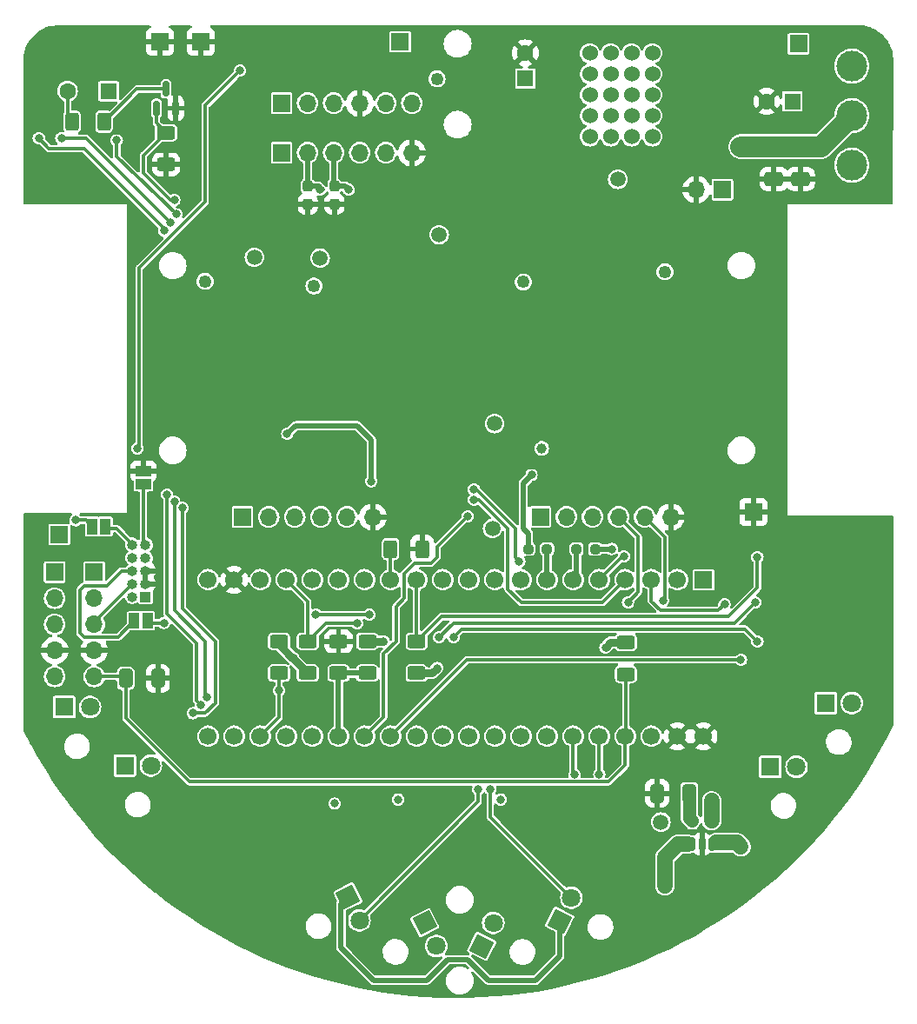
<source format=gbl>
G04 #@! TF.GenerationSoftware,KiCad,Pcbnew,7.0.8*
G04 #@! TF.CreationDate,2024-08-07T19:44:42-07:00*
G04 #@! TF.ProjectId,bloo,626c6f6f-2e6b-4696-9361-645f70636258,rev?*
G04 #@! TF.SameCoordinates,Original*
G04 #@! TF.FileFunction,Copper,L4,Bot*
G04 #@! TF.FilePolarity,Positive*
%FSLAX46Y46*%
G04 Gerber Fmt 4.6, Leading zero omitted, Abs format (unit mm)*
G04 Created by KiCad (PCBNEW 7.0.8) date 2024-08-07 19:44:42*
%MOMM*%
%LPD*%
G01*
G04 APERTURE LIST*
G04 Aperture macros list*
%AMRoundRect*
0 Rectangle with rounded corners*
0 $1 Rounding radius*
0 $2 $3 $4 $5 $6 $7 $8 $9 X,Y pos of 4 corners*
0 Add a 4 corners polygon primitive as box body*
4,1,4,$2,$3,$4,$5,$6,$7,$8,$9,$2,$3,0*
0 Add four circle primitives for the rounded corners*
1,1,$1+$1,$2,$3*
1,1,$1+$1,$4,$5*
1,1,$1+$1,$6,$7*
1,1,$1+$1,$8,$9*
0 Add four rect primitives between the rounded corners*
20,1,$1+$1,$2,$3,$4,$5,0*
20,1,$1+$1,$4,$5,$6,$7,0*
20,1,$1+$1,$6,$7,$8,$9,0*
20,1,$1+$1,$8,$9,$2,$3,0*%
%AMRotRect*
0 Rectangle, with rotation*
0 The origin of the aperture is its center*
0 $1 length*
0 $2 width*
0 $3 Rotation angle, in degrees counterclockwise*
0 Add horizontal line*
21,1,$1,$2,0,0,$3*%
G04 Aperture macros list end*
G04 #@! TA.AperFunction,ComponentPad*
%ADD10R,1.600000X1.600000*%
G04 #@! TD*
G04 #@! TA.AperFunction,ComponentPad*
%ADD11C,1.600000*%
G04 #@! TD*
G04 #@! TA.AperFunction,ComponentPad*
%ADD12RotRect,1.800000X1.800000X63.500000*%
G04 #@! TD*
G04 #@! TA.AperFunction,ComponentPad*
%ADD13C,1.800000*%
G04 #@! TD*
G04 #@! TA.AperFunction,ComponentPad*
%ADD14RotRect,1.800000X1.800000X296.500000*%
G04 #@! TD*
G04 #@! TA.AperFunction,ComponentPad*
%ADD15R,1.700000X1.700000*%
G04 #@! TD*
G04 #@! TA.AperFunction,ComponentPad*
%ADD16O,1.700000X1.700000*%
G04 #@! TD*
G04 #@! TA.AperFunction,ComponentPad*
%ADD17C,1.700000*%
G04 #@! TD*
G04 #@! TA.AperFunction,ComponentPad*
%ADD18R,1.800000X1.800000*%
G04 #@! TD*
G04 #@! TA.AperFunction,ComponentPad*
%ADD19C,1.524000*%
G04 #@! TD*
G04 #@! TA.AperFunction,ComponentPad*
%ADD20R,1.000000X1.000000*%
G04 #@! TD*
G04 #@! TA.AperFunction,ComponentPad*
%ADD21O,1.000000X1.000000*%
G04 #@! TD*
G04 #@! TA.AperFunction,ComponentPad*
%ADD22C,3.000000*%
G04 #@! TD*
G04 #@! TA.AperFunction,SMDPad,CuDef*
%ADD23RoundRect,0.250000X-0.625000X0.400000X-0.625000X-0.400000X0.625000X-0.400000X0.625000X0.400000X0*%
G04 #@! TD*
G04 #@! TA.AperFunction,SMDPad,CuDef*
%ADD24RoundRect,0.250000X0.625000X-0.400000X0.625000X0.400000X-0.625000X0.400000X-0.625000X-0.400000X0*%
G04 #@! TD*
G04 #@! TA.AperFunction,SMDPad,CuDef*
%ADD25RoundRect,0.237500X0.250000X0.237500X-0.250000X0.237500X-0.250000X-0.237500X0.250000X-0.237500X0*%
G04 #@! TD*
G04 #@! TA.AperFunction,SMDPad,CuDef*
%ADD26RoundRect,0.250000X0.650000X-0.412500X0.650000X0.412500X-0.650000X0.412500X-0.650000X-0.412500X0*%
G04 #@! TD*
G04 #@! TA.AperFunction,SMDPad,CuDef*
%ADD27RoundRect,0.250000X-0.412500X-0.650000X0.412500X-0.650000X0.412500X0.650000X-0.412500X0.650000X0*%
G04 #@! TD*
G04 #@! TA.AperFunction,SMDPad,CuDef*
%ADD28RoundRect,0.250000X0.412500X0.650000X-0.412500X0.650000X-0.412500X-0.650000X0.412500X-0.650000X0*%
G04 #@! TD*
G04 #@! TA.AperFunction,SMDPad,CuDef*
%ADD29R,1.500000X1.000000*%
G04 #@! TD*
G04 #@! TA.AperFunction,SMDPad,CuDef*
%ADD30R,1.000000X1.500000*%
G04 #@! TD*
G04 #@! TA.AperFunction,SMDPad,CuDef*
%ADD31RoundRect,0.150000X0.150000X-0.587500X0.150000X0.587500X-0.150000X0.587500X-0.150000X-0.587500X0*%
G04 #@! TD*
G04 #@! TA.AperFunction,SMDPad,CuDef*
%ADD32RoundRect,0.237500X-0.237500X0.300000X-0.237500X-0.300000X0.237500X-0.300000X0.237500X0.300000X0*%
G04 #@! TD*
G04 #@! TA.AperFunction,SMDPad,CuDef*
%ADD33RoundRect,0.250000X0.400000X0.625000X-0.400000X0.625000X-0.400000X-0.625000X0.400000X-0.625000X0*%
G04 #@! TD*
G04 #@! TA.AperFunction,SMDPad,CuDef*
%ADD34RoundRect,0.150000X0.150000X-0.512500X0.150000X0.512500X-0.150000X0.512500X-0.150000X-0.512500X0*%
G04 #@! TD*
G04 #@! TA.AperFunction,SMDPad,CuDef*
%ADD35RoundRect,0.250000X-0.650000X0.412500X-0.650000X-0.412500X0.650000X-0.412500X0.650000X0.412500X0*%
G04 #@! TD*
G04 #@! TA.AperFunction,ViaPad*
%ADD36C,0.800000*%
G04 #@! TD*
G04 #@! TA.AperFunction,ViaPad*
%ADD37C,1.500000*%
G04 #@! TD*
G04 #@! TA.AperFunction,ViaPad*
%ADD38C,1.250000*%
G04 #@! TD*
G04 #@! TA.AperFunction,ViaPad*
%ADD39C,1.000000*%
G04 #@! TD*
G04 #@! TA.AperFunction,ViaPad*
%ADD40C,2.000000*%
G04 #@! TD*
G04 #@! TA.AperFunction,Conductor*
%ADD41C,1.500000*%
G04 #@! TD*
G04 #@! TA.AperFunction,Conductor*
%ADD42C,0.500000*%
G04 #@! TD*
G04 #@! TA.AperFunction,Conductor*
%ADD43C,0.300000*%
G04 #@! TD*
G04 #@! TA.AperFunction,Conductor*
%ADD44C,2.000000*%
G04 #@! TD*
G04 #@! TA.AperFunction,Conductor*
%ADD45C,0.750000*%
G04 #@! TD*
G04 #@! TA.AperFunction,Conductor*
%ADD46C,1.250000*%
G04 #@! TD*
G04 APERTURE END LIST*
D10*
X172800000Y-104800000D03*
D11*
X168800000Y-104800000D03*
D12*
X216746000Y-185647600D03*
D13*
X217879342Y-183374467D03*
D12*
X209141152Y-188096218D03*
D13*
X210274494Y-185823085D03*
D14*
X203600000Y-185800000D03*
D13*
X204733342Y-188073133D03*
D15*
X181800000Y-100000000D03*
X232600000Y-114400000D03*
D16*
X230060000Y-114400000D03*
D15*
X189650000Y-110800000D03*
D16*
X192190000Y-110800000D03*
X194730000Y-110800000D03*
X197270000Y-110800000D03*
X199810000Y-110800000D03*
X202350000Y-110800000D03*
D15*
X171400000Y-151660000D03*
D16*
X171400000Y-154200000D03*
X171400000Y-156740000D03*
X171400000Y-159280000D03*
X171400000Y-161820000D03*
D15*
X230760000Y-152400000D03*
D17*
X228220000Y-152400000D03*
X225680000Y-152400000D03*
X223140000Y-152400000D03*
X220600000Y-152400000D03*
X218060000Y-152400000D03*
X215520000Y-152400000D03*
X212980000Y-152400000D03*
X210440000Y-152400000D03*
X207900000Y-152400000D03*
X205360000Y-152400000D03*
X202820000Y-152400000D03*
X200280000Y-152400000D03*
X197740000Y-152400000D03*
X195200000Y-152400000D03*
X192660000Y-152400000D03*
X190120000Y-152400000D03*
X187580000Y-152400000D03*
X185040000Y-152400000D03*
X182500000Y-152400000D03*
X182500000Y-167640000D03*
X185040000Y-167640000D03*
X187580000Y-167640000D03*
X190120000Y-167640000D03*
X192660000Y-167640000D03*
X195200000Y-167640000D03*
X197740000Y-167640000D03*
X200280000Y-167640000D03*
X202820000Y-167640000D03*
X205360000Y-167640000D03*
X207900000Y-167640000D03*
X210440000Y-167640000D03*
X212980000Y-167640000D03*
X215520000Y-167640000D03*
X218060000Y-167640000D03*
X220600000Y-167640000D03*
X223140000Y-167640000D03*
X225680000Y-167640000D03*
X228220000Y-167640000D03*
X230760000Y-167640000D03*
D15*
X240000000Y-100200000D03*
X177800000Y-100000000D03*
X168000000Y-148000000D03*
D18*
X168460000Y-164800000D03*
D13*
X171000000Y-164800000D03*
D18*
X237269200Y-170610800D03*
D13*
X239809200Y-170610800D03*
D15*
X201200000Y-100000000D03*
X214853400Y-146274200D03*
D16*
X217393400Y-146274200D03*
X219933400Y-146274200D03*
X222473400Y-146274200D03*
X225013400Y-146274200D03*
X227553400Y-146274200D03*
D19*
X225771000Y-109232000D03*
X225771000Y-107200000D03*
X225771000Y-105168000D03*
X225771000Y-103136000D03*
X225771000Y-101104000D03*
X223739000Y-109232000D03*
X223739000Y-107200000D03*
X223739000Y-105168000D03*
X223739000Y-103136000D03*
X223739000Y-101104000D03*
X221707000Y-109232000D03*
X221707000Y-107200000D03*
X221707000Y-105168000D03*
X221707000Y-103136000D03*
X221707000Y-101104000D03*
X219675000Y-109232000D03*
X219675000Y-107200000D03*
X219675000Y-105168000D03*
X219675000Y-103136000D03*
X219675000Y-101104000D03*
D20*
X176400000Y-154070000D03*
D21*
X175130000Y-154070000D03*
X176400000Y-152800000D03*
X175130000Y-152800000D03*
X176400000Y-151530000D03*
X175130000Y-151530000D03*
X176400000Y-150260000D03*
X175130000Y-150260000D03*
X176400000Y-148990000D03*
X175130000Y-148990000D03*
D18*
X242660000Y-164400000D03*
D13*
X245200000Y-164400000D03*
D10*
X239400000Y-105800000D03*
D11*
X236900000Y-105800000D03*
D22*
X245209000Y-112026000D03*
X245209000Y-107200000D03*
X245209000Y-102374000D03*
D15*
X185853400Y-146274200D03*
D16*
X188393400Y-146274200D03*
X190933400Y-146274200D03*
X193473400Y-146274200D03*
X196013400Y-146274200D03*
X198553400Y-146274200D03*
D15*
X235600000Y-145800000D03*
X167550000Y-151660000D03*
D16*
X167550000Y-154200000D03*
X167550000Y-156740000D03*
X167550000Y-159280000D03*
X167550000Y-161820000D03*
D14*
X196105458Y-183298267D03*
D13*
X197238800Y-185571400D03*
D18*
X174378800Y-170483800D03*
D13*
X176918800Y-170483800D03*
D10*
X213400000Y-103582379D03*
D11*
X213400000Y-101082379D03*
D15*
X189650000Y-105975000D03*
D16*
X192190000Y-105975000D03*
X194730000Y-105975000D03*
X197270000Y-105975000D03*
X199810000Y-105975000D03*
X202350000Y-105975000D03*
D23*
X198000000Y-158400000D03*
X198000000Y-161500000D03*
D24*
X178400000Y-111950000D03*
X178400000Y-108850000D03*
D25*
X220200000Y-149400000D03*
X218375000Y-149400000D03*
D26*
X240200000Y-113362500D03*
X240200000Y-110237500D03*
D27*
X174475000Y-162000000D03*
X177600000Y-162000000D03*
D28*
X229362500Y-173200000D03*
X226237500Y-173200000D03*
D24*
X195200000Y-161500000D03*
X195200000Y-158400000D03*
D29*
X176200000Y-141800000D03*
X176200000Y-143100000D03*
D30*
X175300000Y-156400000D03*
X176600000Y-156400000D03*
D31*
X179350000Y-106475000D03*
X177450000Y-106475000D03*
X178400000Y-104600000D03*
D32*
X192200000Y-114075000D03*
X192200000Y-115800000D03*
D33*
X172350000Y-107800000D03*
X169250000Y-107800000D03*
D34*
X231550000Y-178137500D03*
X230600000Y-178137500D03*
X229650000Y-178137500D03*
X229650000Y-175862500D03*
X231550000Y-175862500D03*
D35*
X237600000Y-110237500D03*
X237600000Y-113362500D03*
D23*
X189400000Y-158400000D03*
X189400000Y-161500000D03*
D33*
X203350000Y-149400000D03*
X200250000Y-149400000D03*
D30*
X171200000Y-147200000D03*
X172500000Y-147200000D03*
D23*
X223200000Y-158500000D03*
X223200000Y-161600000D03*
D24*
X192200000Y-161500000D03*
X192200000Y-158400000D03*
X202800000Y-161500000D03*
X202800000Y-158400000D03*
D25*
X215512500Y-149400000D03*
X213687500Y-149400000D03*
D32*
X194800000Y-114075000D03*
X194800000Y-115800000D03*
D36*
X205200000Y-141200000D03*
X211000000Y-115200000D03*
X234700000Y-131100000D03*
X185900000Y-158100000D03*
X196000000Y-131000000D03*
X185300000Y-182200000D03*
X218700000Y-163700000D03*
X235000000Y-166500000D03*
X179000000Y-131000000D03*
D37*
X234400000Y-178400000D03*
X227000000Y-182200000D03*
D38*
X213200000Y-123400000D03*
D37*
X193400000Y-121063350D03*
D39*
X215000000Y-139600000D03*
D38*
X227000000Y-122400000D03*
D40*
X234400000Y-110200000D03*
D37*
X210200000Y-147400000D03*
D36*
X199600000Y-158400000D03*
D37*
X205000000Y-118800000D03*
X222400000Y-113400000D03*
X210400000Y-137200000D03*
D36*
X193400000Y-114400000D03*
X221800000Y-149400000D03*
X214000000Y-142200000D03*
X196200000Y-114400000D03*
D38*
X192800000Y-123800000D03*
X204800000Y-103600000D03*
D37*
X231550000Y-173950000D03*
D36*
X221200000Y-159000000D03*
X190800000Y-160000000D03*
D37*
X226600000Y-176000000D03*
X187000000Y-121000000D03*
D36*
X204800000Y-161000000D03*
X211000000Y-173800000D03*
X201000000Y-173800000D03*
X194800000Y-174200000D03*
X185600000Y-102800000D03*
X175600000Y-139600000D03*
X169600000Y-146600000D03*
X173600000Y-109600000D03*
X180000000Y-145400000D03*
X179400000Y-116800000D03*
X181000000Y-165400000D03*
X179200000Y-144800000D03*
X182400000Y-163800000D03*
X168200000Y-109400000D03*
X178800000Y-117600000D03*
X181800000Y-164600000D03*
X166000000Y-109400000D03*
X178500000Y-144100000D03*
X178200000Y-118400000D03*
D38*
X182200000Y-123336650D03*
D36*
X198200000Y-155800000D03*
X178200000Y-156600000D03*
X193000000Y-155800000D03*
X198400000Y-142800000D03*
X190200000Y-138200000D03*
X223400000Y-154600000D03*
X226800000Y-154400000D03*
X210000000Y-172800000D03*
X208800000Y-172800000D03*
X179200000Y-115400000D03*
X220600000Y-171400000D03*
X218200000Y-171400000D03*
X206400000Y-158000000D03*
X197020480Y-156620480D03*
X236000000Y-158400000D03*
X236000000Y-150200000D03*
X189400000Y-163200000D03*
X205000000Y-158000000D03*
X235800000Y-154600000D03*
X208400000Y-143600000D03*
X212800000Y-150600000D03*
X232800000Y-154800000D03*
X208400000Y-144600000D03*
X223000000Y-150120500D03*
X207800000Y-146200000D03*
X234400000Y-160200000D03*
D41*
X229200000Y-178137500D02*
X228262500Y-178137500D01*
X234000000Y-178000000D02*
X234400000Y-178400000D01*
D42*
X228262500Y-178137500D02*
X228200000Y-178200000D01*
D41*
X232000000Y-178000000D02*
X234000000Y-178000000D01*
X234400000Y-178400000D02*
X234200000Y-178200000D01*
X227000000Y-179400000D02*
X227000000Y-182200000D01*
X228200000Y-178200000D02*
X227000000Y-179400000D01*
D43*
X168800000Y-104800000D02*
X168800000Y-107350000D01*
X168800000Y-107350000D02*
X169250000Y-107800000D01*
D44*
X234400000Y-110200000D02*
X242209000Y-110200000D01*
X242209000Y-110200000D02*
X245209000Y-107200000D01*
D45*
X198000000Y-158400000D02*
X199600000Y-158400000D01*
D42*
X192200000Y-114075000D02*
X193275000Y-114075000D01*
X193600000Y-114400000D02*
X193400000Y-114200000D01*
X193400000Y-114400000D02*
X193600000Y-114400000D01*
X193400000Y-114200000D02*
X193400000Y-114400000D01*
X220200000Y-149600000D02*
X220200000Y-149400000D01*
X193275000Y-114075000D02*
X193400000Y-114200000D01*
X192190000Y-110800000D02*
X192190000Y-113975000D01*
X192190000Y-113975000D02*
X192090000Y-114075000D01*
X220200000Y-149400000D02*
X221800000Y-149400000D01*
X214000000Y-142200000D02*
X213200000Y-143000000D01*
X194730000Y-113945000D02*
X194600000Y-114075000D01*
X214000000Y-142200000D02*
X213800000Y-142400000D01*
X213200000Y-143000000D02*
X213200000Y-147400000D01*
X194800000Y-114075000D02*
X195875000Y-114075000D01*
X213200000Y-147400000D02*
X213687500Y-147887500D01*
X195875000Y-114075000D02*
X196200000Y-114400000D01*
X213687500Y-147887500D02*
X213687500Y-149600000D01*
X194730000Y-110800000D02*
X194730000Y-113945000D01*
D45*
X190800000Y-160000000D02*
X190800000Y-160100000D01*
D41*
X231550000Y-175862500D02*
X231550000Y-173950000D01*
D45*
X190800000Y-160100000D02*
X192200000Y-161500000D01*
X190700000Y-160000000D02*
X190800000Y-160000000D01*
X202800000Y-161500000D02*
X204300000Y-161500000D01*
X189400000Y-158400000D02*
X189400000Y-158700000D01*
X221700000Y-158500000D02*
X221200000Y-159000000D01*
X189400000Y-158700000D02*
X190700000Y-160000000D01*
X223200000Y-158500000D02*
X221700000Y-158500000D01*
X204300000Y-161500000D02*
X204800000Y-161000000D01*
D42*
X205800000Y-189400000D02*
X207800000Y-189400000D01*
X203800000Y-191400000D02*
X205800000Y-189400000D01*
X214400000Y-191400000D02*
X216746000Y-189054000D01*
X196105458Y-183298267D02*
X195434383Y-183969342D01*
X209800000Y-191400000D02*
X214400000Y-191400000D01*
X198600000Y-191400000D02*
X203800000Y-191400000D01*
X216746000Y-189054000D02*
X216746000Y-185647600D01*
X195434383Y-188234383D02*
X198600000Y-191400000D01*
X195434383Y-183969342D02*
X195434383Y-188234383D01*
X207800000Y-189400000D02*
X209800000Y-191400000D01*
D43*
X175800000Y-139400000D02*
X175600000Y-139600000D01*
X221520000Y-172080000D02*
X180680000Y-172080000D01*
X223140000Y-167640000D02*
X223140000Y-170460000D01*
X185600000Y-102800000D02*
X182200000Y-106200000D01*
X169600000Y-146600000D02*
X170600000Y-146600000D01*
X174475000Y-165875000D02*
X174475000Y-162000000D01*
X223140000Y-170460000D02*
X221520000Y-172080000D01*
X182200000Y-106200000D02*
X182200000Y-115600000D01*
X174295000Y-161820000D02*
X174475000Y-162000000D01*
X171400000Y-161820000D02*
X174295000Y-161820000D01*
X175800000Y-122000000D02*
X175800000Y-139400000D01*
X180680000Y-172080000D02*
X174475000Y-165875000D01*
X170600000Y-146600000D02*
X171200000Y-147200000D01*
X167550000Y-161820000D02*
X167980000Y-161820000D01*
X223200000Y-167580000D02*
X223140000Y-167640000D01*
X182200000Y-115600000D02*
X175800000Y-122000000D01*
X223200000Y-161600000D02*
X223200000Y-167580000D01*
D46*
X229362500Y-175575000D02*
X229650000Y-175862500D01*
X229362500Y-173200000D02*
X229362500Y-175575000D01*
D43*
X181000000Y-165400000D02*
X182200000Y-165400000D01*
X179400000Y-116800000D02*
X179200000Y-116800000D01*
X183200000Y-158400000D02*
X180000000Y-155200000D01*
X173600000Y-111200000D02*
X179400000Y-116800000D01*
X173600000Y-109600000D02*
X173600000Y-111200000D01*
X180000000Y-155200000D02*
X180000000Y-145400000D01*
X183200000Y-164400000D02*
X183200000Y-158400000D01*
X182200000Y-165400000D02*
X183200000Y-164400000D01*
X168200000Y-109400000D02*
X170600000Y-109400000D01*
X182400000Y-163800000D02*
X182200000Y-163600000D01*
X182200000Y-163600000D02*
X182200000Y-163400000D01*
X179200000Y-155400000D02*
X179200000Y-144800000D01*
X170600000Y-109400000D02*
X178800000Y-117600000D01*
X182200000Y-158400000D02*
X179200000Y-155400000D01*
X182200000Y-163600000D02*
X182200000Y-158400000D01*
X181800000Y-164600000D02*
X181400000Y-164200000D01*
X166000000Y-109400000D02*
X167000000Y-110400000D01*
X170400000Y-110400000D02*
X178200000Y-118200000D01*
X167000000Y-110400000D02*
X170400000Y-110400000D01*
X181400000Y-164200000D02*
X181400000Y-158600000D01*
X178200000Y-118200000D02*
X178200000Y-118400000D01*
X178500000Y-155700000D02*
X178500000Y-144100000D01*
X181400000Y-158600000D02*
X178500000Y-155700000D01*
D42*
X215512500Y-152392500D02*
X215520000Y-152400000D01*
X215512500Y-149600000D02*
X215512500Y-152392500D01*
D43*
X218375000Y-152085000D02*
X218060000Y-152400000D01*
D42*
X218375000Y-149600000D02*
X218375000Y-152085000D01*
D43*
X171400000Y-156530000D02*
X175130000Y-152800000D01*
X171400000Y-156740000D02*
X171400000Y-156530000D01*
X170400000Y-158000000D02*
X173700000Y-158000000D01*
X170000000Y-157600000D02*
X170400000Y-158000000D01*
X174070000Y-151530000D02*
X172600000Y-153000000D01*
X170000000Y-153400000D02*
X170000000Y-157600000D01*
X170400000Y-153000000D02*
X170000000Y-153400000D01*
X175130000Y-151530000D02*
X174070000Y-151530000D01*
X173700000Y-158000000D02*
X175300000Y-156400000D01*
X172600000Y-153000000D02*
X170400000Y-153000000D01*
X176200000Y-148790000D02*
X176400000Y-148990000D01*
X176200000Y-143100000D02*
X176200000Y-148790000D01*
X175130000Y-148930000D02*
X175130000Y-148990000D01*
X172500000Y-147400000D02*
X173600000Y-147400000D01*
X173600000Y-147400000D02*
X175130000Y-148930000D01*
X193000000Y-155800000D02*
X192800000Y-155800000D01*
X178200000Y-156600000D02*
X176800000Y-156600000D01*
X176800000Y-156600000D02*
X176600000Y-156400000D01*
X198200000Y-155800000D02*
X193000000Y-155800000D01*
D42*
X198400000Y-138800000D02*
X197000000Y-137400000D01*
X198400000Y-142800000D02*
X198400000Y-138800000D01*
X197000000Y-137400000D02*
X191000000Y-137400000D01*
X191000000Y-137400000D02*
X190200000Y-138200000D01*
D43*
X223400000Y-154600000D02*
X223600000Y-154800000D01*
X224400000Y-153600000D02*
X224400000Y-148200800D01*
X223400000Y-154600000D02*
X224400000Y-153600000D01*
X224400000Y-148200800D02*
X222473400Y-146274200D01*
X227000000Y-148260800D02*
X225013400Y-146274200D01*
X226800000Y-154400000D02*
X227000000Y-154200000D01*
X227000000Y-154200000D02*
X227000000Y-148260800D01*
X210000000Y-175495125D02*
X217879342Y-183374467D01*
X210000000Y-172800000D02*
X210000000Y-175495125D01*
X208800000Y-172800000D02*
X208800000Y-174010200D01*
X208800000Y-174010200D02*
X197238800Y-185571400D01*
X178800000Y-115400000D02*
X176200000Y-112800000D01*
X179200000Y-115400000D02*
X178800000Y-115400000D01*
X176200000Y-111050000D02*
X178400000Y-108850000D01*
X177450000Y-106475000D02*
X177450000Y-107900000D01*
X176200000Y-112800000D02*
X176200000Y-111050000D01*
X177450000Y-107900000D02*
X178400000Y-108850000D01*
X175550000Y-104600000D02*
X172350000Y-107800000D01*
X178400000Y-104600000D02*
X175550000Y-104600000D01*
X220600000Y-171400000D02*
X220600000Y-167640000D01*
X200250000Y-152370000D02*
X200280000Y-152400000D01*
X200250000Y-149400000D02*
X200250000Y-152370000D01*
X218200000Y-171400000D02*
X218060000Y-171260000D01*
X218060000Y-171260000D02*
X218060000Y-167640000D01*
X194000000Y-156600000D02*
X192200000Y-158400000D01*
X197020480Y-156620480D02*
X197000000Y-156600000D01*
X197000000Y-156600000D02*
X194000000Y-156600000D01*
X207200000Y-157200000D02*
X206400000Y-158000000D01*
X192200000Y-158400000D02*
X192200000Y-154480000D01*
X192200000Y-154480000D02*
X190120000Y-152400000D01*
X236000000Y-158400000D02*
X234800000Y-157200000D01*
X234800000Y-157200000D02*
X207200000Y-157200000D01*
X236000000Y-153200000D02*
X233200000Y-156000000D01*
X233200000Y-156000000D02*
X205200000Y-156000000D01*
X202800000Y-158400000D02*
X202800000Y-152420000D01*
X236000000Y-150200000D02*
X236000000Y-153200000D01*
X205200000Y-156000000D02*
X202800000Y-158400000D01*
X202800000Y-152420000D02*
X202820000Y-152400000D01*
D42*
X198000000Y-161500000D02*
X195200000Y-161500000D01*
X195200000Y-167640000D02*
X195200000Y-161500000D01*
D43*
X235800000Y-154600000D02*
X233800000Y-156600000D01*
X189400000Y-165820000D02*
X189400000Y-161500000D01*
X233800000Y-156600000D02*
X206400000Y-156600000D01*
X206400000Y-156600000D02*
X205000000Y-158000000D01*
X187580000Y-167640000D02*
X189400000Y-165820000D01*
X212400000Y-150200000D02*
X212400000Y-147400000D01*
X208600000Y-143600000D02*
X208400000Y-143600000D01*
X212400000Y-147400000D02*
X208600000Y-143600000D01*
X212800000Y-150600000D02*
X212400000Y-150200000D01*
X225680000Y-154480000D02*
X225680000Y-152400000D01*
X232200000Y-155400000D02*
X226600000Y-155400000D01*
X232800000Y-154800000D02*
X232200000Y-155400000D01*
X226600000Y-155400000D02*
X225680000Y-154480000D01*
X220940000Y-154600000D02*
X223140000Y-152400000D01*
X213000000Y-154600000D02*
X220940000Y-154600000D01*
X208400000Y-144600000D02*
X208856640Y-144600000D01*
X208856640Y-144600000D02*
X211700000Y-147443360D01*
X211700000Y-153300000D02*
X213000000Y-154600000D01*
X211700000Y-147443360D02*
X211700000Y-153300000D01*
X223000000Y-150120500D02*
X222879500Y-150120500D01*
X222879500Y-150120500D02*
X220600000Y-152400000D01*
X202600000Y-150800000D02*
X201600000Y-151800000D01*
X201600000Y-154200000D02*
X200800000Y-155000000D01*
X207800000Y-146200000D02*
X204800000Y-149200000D01*
X204800000Y-149200000D02*
X204800000Y-150200000D01*
X204800000Y-150200000D02*
X204200000Y-150800000D01*
X199600000Y-165780000D02*
X197740000Y-167640000D01*
X199600000Y-159600000D02*
X199600000Y-165780000D01*
X200800000Y-155000000D02*
X200800000Y-158400000D01*
X201600000Y-151800000D02*
X201600000Y-154200000D01*
X200800000Y-158400000D02*
X199600000Y-159600000D01*
X204200000Y-150800000D02*
X202600000Y-150800000D01*
X234400000Y-160200000D02*
X207720000Y-160200000D01*
X207720000Y-160200000D02*
X200280000Y-167640000D01*
G04 #@! TA.AperFunction,Conductor*
G36*
X245930617Y-98408647D02*
G01*
X246267419Y-98426666D01*
X246273813Y-98427343D01*
X246605334Y-98479931D01*
X246611634Y-98481269D01*
X246826065Y-98538583D01*
X246935922Y-98567946D01*
X246942036Y-98569925D01*
X247255601Y-98689761D01*
X247261474Y-98692363D01*
X247560914Y-98844057D01*
X247566501Y-98847262D01*
X247848609Y-99029189D01*
X247853807Y-99032937D01*
X248013430Y-99161132D01*
X248115524Y-99243125D01*
X248120329Y-99247413D01*
X248358849Y-99483607D01*
X248363184Y-99488371D01*
X248575917Y-99748005D01*
X248579735Y-99753192D01*
X248764408Y-100033488D01*
X248767665Y-100039039D01*
X248828067Y-100155427D01*
X248922285Y-100336975D01*
X248924951Y-100342839D01*
X249047845Y-100655194D01*
X249049889Y-100661302D01*
X249139737Y-100984715D01*
X249141137Y-100991003D01*
X249196971Y-101322001D01*
X249197712Y-101328399D01*
X249218994Y-101664446D01*
X249219118Y-101668461D01*
X249197604Y-115698106D01*
X249177817Y-115765115D01*
X249124942Y-115810789D01*
X249073632Y-115821916D01*
X239045319Y-115824189D01*
X239023761Y-115822306D01*
X239013953Y-115820576D01*
X239013952Y-115820576D01*
X239013950Y-115820576D01*
X239013949Y-115820576D01*
X239004051Y-115822321D01*
X238990702Y-115823490D01*
X238982569Y-115824926D01*
X238969683Y-115828380D01*
X238959830Y-115830117D01*
X238953728Y-115833639D01*
X238948341Y-115838163D01*
X238943342Y-115846826D01*
X238930934Y-115864550D01*
X238924500Y-115872217D01*
X238922094Y-115878827D01*
X238920872Y-115885767D01*
X238922611Y-115895615D01*
X238924500Y-115917174D01*
X238924500Y-146054947D01*
X238922617Y-146076475D01*
X238920876Y-146086348D01*
X238922616Y-146096215D01*
X238923781Y-146109538D01*
X238925217Y-146117684D01*
X238928676Y-146130592D01*
X238930418Y-146140470D01*
X238933935Y-146146561D01*
X238938452Y-146151945D01*
X238947133Y-146156957D01*
X238964840Y-146169356D01*
X238972519Y-146175800D01*
X238979118Y-146178201D01*
X238986045Y-146179422D01*
X238986048Y-146179424D01*
X238995918Y-146177683D01*
X239017448Y-146175800D01*
X249135842Y-146175800D01*
X249202881Y-146195485D01*
X249248636Y-146248289D01*
X249259841Y-146299746D01*
X249262493Y-152803954D01*
X249268084Y-166520513D01*
X249254799Y-166576406D01*
X248661036Y-167753628D01*
X248011454Y-168954065D01*
X247327505Y-170135258D01*
X246609757Y-171296224D01*
X245858809Y-172435996D01*
X245075285Y-173553625D01*
X244259840Y-174648181D01*
X243413150Y-175718752D01*
X242535923Y-176764446D01*
X241628887Y-177784392D01*
X240692799Y-178777742D01*
X239728438Y-179743668D01*
X238736608Y-180681365D01*
X237718133Y-181590052D01*
X236673863Y-182468974D01*
X235604666Y-183317398D01*
X234511434Y-184134617D01*
X233395076Y-184919951D01*
X232256522Y-185672746D01*
X231096721Y-186392375D01*
X229916639Y-187078239D01*
X228717257Y-187729766D01*
X227499575Y-188346414D01*
X226264607Y-188927670D01*
X225013382Y-189473049D01*
X223746940Y-189982098D01*
X222466338Y-190454392D01*
X221172641Y-190889538D01*
X219866926Y-191287173D01*
X218550282Y-191646967D01*
X217223804Y-191968620D01*
X215888597Y-192251864D01*
X214545774Y-192496464D01*
X213196451Y-192702214D01*
X211841754Y-192868945D01*
X210482810Y-192996517D01*
X209120750Y-193084825D01*
X207756710Y-193133793D01*
X206391824Y-193143383D01*
X205027231Y-193113585D01*
X203664065Y-193044425D01*
X202303462Y-192935960D01*
X200946556Y-192788280D01*
X199594476Y-192601509D01*
X198248348Y-192375802D01*
X196909293Y-192111346D01*
X195578426Y-191808364D01*
X194256857Y-191467105D01*
X192945684Y-191087855D01*
X191646000Y-190670930D01*
X190358888Y-190216676D01*
X189085419Y-189725473D01*
X187826654Y-189197728D01*
X186583641Y-188633882D01*
X185357415Y-188034405D01*
X184148997Y-187399794D01*
X182959394Y-186730579D01*
X182062158Y-186191177D01*
X192008139Y-186191177D01*
X192038354Y-186414234D01*
X192038355Y-186414237D01*
X192107912Y-186628312D01*
X192214575Y-186826525D01*
X192214577Y-186826528D01*
X192354918Y-187002510D01*
X192354920Y-187002511D01*
X192354921Y-187002513D01*
X192524433Y-187150612D01*
X192717665Y-187266062D01*
X192920691Y-187342259D01*
X192928405Y-187345154D01*
X193149879Y-187385347D01*
X193149882Y-187385347D01*
X193318577Y-187385347D01*
X193318584Y-187385347D01*
X193486617Y-187370224D01*
X193510162Y-187363726D01*
X193703589Y-187310343D01*
X193703591Y-187310342D01*
X193703599Y-187310340D01*
X193906402Y-187212676D01*
X194088507Y-187080369D01*
X194244061Y-186917672D01*
X194368064Y-186729815D01*
X194368233Y-186729421D01*
X194456529Y-186522842D01*
X194456528Y-186522842D01*
X194456532Y-186522835D01*
X194506620Y-186303384D01*
X194516719Y-186078517D01*
X194486504Y-185855460D01*
X194416946Y-185641383D01*
X194310281Y-185443166D01*
X194221047Y-185331271D01*
X194169939Y-185267183D01*
X194169937Y-185267181D01*
X194000425Y-185119082D01*
X193807193Y-185003632D01*
X193701823Y-184964086D01*
X193596452Y-184924539D01*
X193374979Y-184884347D01*
X193374976Y-184884347D01*
X193206274Y-184884347D01*
X193167828Y-184887807D01*
X193038242Y-184899469D01*
X193038236Y-184899470D01*
X192821268Y-184959350D01*
X192821255Y-184959355D01*
X192618462Y-185057014D01*
X192618454Y-185057018D01*
X192436356Y-185189320D01*
X192436354Y-185189321D01*
X192280795Y-185352023D01*
X192156792Y-185539880D01*
X192068328Y-185746851D01*
X192068324Y-185746864D01*
X192018239Y-185966304D01*
X192018237Y-185966315D01*
X192008139Y-186191172D01*
X192008139Y-186191177D01*
X182062158Y-186191177D01*
X181789596Y-186027318D01*
X180640577Y-185290595D01*
X179513295Y-184521024D01*
X178408688Y-183719246D01*
X177357165Y-182908662D01*
X194694508Y-182908662D01*
X194694509Y-182908665D01*
X194710193Y-182966194D01*
X195015003Y-183577549D01*
X195041070Y-183629830D01*
X195053366Y-183698610D01*
X195034319Y-183747397D01*
X195035930Y-183748249D01*
X195027599Y-183764009D01*
X195023911Y-183771668D01*
X195006375Y-183828519D01*
X194986736Y-183884643D01*
X194985154Y-183893001D01*
X194983883Y-183901442D01*
X194983883Y-183960915D01*
X194981658Y-184020351D01*
X194982699Y-184029585D01*
X194981868Y-184029678D01*
X194983883Y-184044977D01*
X194983883Y-188205600D01*
X194983493Y-188212538D01*
X194982107Y-188224837D01*
X194979112Y-188251417D01*
X194990171Y-188309862D01*
X194999035Y-188368673D01*
X195001545Y-188376810D01*
X195004361Y-188384858D01*
X195032160Y-188437455D01*
X195057959Y-188491027D01*
X195062745Y-188498048D01*
X195067814Y-188504915D01*
X195067817Y-188504921D01*
X195067821Y-188504925D01*
X195109879Y-188546983D01*
X195150330Y-188590579D01*
X195157593Y-188596371D01*
X195157072Y-188597024D01*
X195169313Y-188606417D01*
X198261094Y-191698198D01*
X198265730Y-191703386D01*
X198290121Y-191733970D01*
X198290122Y-191733971D01*
X198339264Y-191767476D01*
X198387116Y-191802792D01*
X198394672Y-191806785D01*
X198402321Y-191810468D01*
X198402327Y-191810472D01*
X198435321Y-191820649D01*
X198459179Y-191828009D01*
X198515300Y-191847646D01*
X198523688Y-191849232D01*
X198532095Y-191850500D01*
X198532098Y-191850500D01*
X198591573Y-191850500D01*
X198651009Y-191852724D01*
X198651009Y-191852723D01*
X198651010Y-191852724D01*
X198651010Y-191852723D01*
X198660243Y-191851684D01*
X198660336Y-191852513D01*
X198675636Y-191850500D01*
X203771217Y-191850500D01*
X203778155Y-191850889D01*
X203810050Y-191854483D01*
X203817034Y-191855270D01*
X203817034Y-191855269D01*
X203817035Y-191855270D01*
X203875479Y-191844211D01*
X203934287Y-191835348D01*
X203934290Y-191835346D01*
X203942447Y-191832830D01*
X203950469Y-191830023D01*
X203950472Y-191830023D01*
X204003072Y-191802222D01*
X204056642Y-191776425D01*
X204056642Y-191776424D01*
X204056644Y-191776424D01*
X204063695Y-191771616D01*
X204070538Y-191766566D01*
X204112599Y-191724504D01*
X204135359Y-191703386D01*
X204156194Y-191684055D01*
X204156196Y-191684050D01*
X204161987Y-191676790D01*
X204162643Y-191677313D01*
X204172032Y-191665070D01*
X205950284Y-189886819D01*
X206011607Y-189853334D01*
X206037965Y-189850500D01*
X206912760Y-189850500D01*
X206979799Y-189870185D01*
X206997818Y-189890981D01*
X207000961Y-189885438D01*
X207062808Y-189852931D01*
X207087240Y-189850500D01*
X207562034Y-189850500D01*
X207629073Y-189870185D01*
X207649715Y-189886819D01*
X207869896Y-190106999D01*
X207903380Y-190168321D01*
X207898396Y-190238012D01*
X207856525Y-190293946D01*
X207791060Y-190318363D01*
X207722787Y-190303511D01*
X207711092Y-190296255D01*
X207677828Y-190272964D01*
X207534019Y-190205905D01*
X207463663Y-190173097D01*
X207463659Y-190173096D01*
X207463655Y-190173094D01*
X207235413Y-190111938D01*
X207235403Y-190111936D01*
X207076432Y-190098028D01*
X207011364Y-190072575D01*
X207001473Y-190058916D01*
X206947695Y-190093477D01*
X206923568Y-190098028D01*
X206764596Y-190111936D01*
X206764586Y-190111938D01*
X206536344Y-190173094D01*
X206536335Y-190173098D01*
X206322171Y-190272964D01*
X206322169Y-190272965D01*
X206128597Y-190408505D01*
X205961506Y-190575597D01*
X205961501Y-190575604D01*
X205825967Y-190769165D01*
X205825965Y-190769169D01*
X205726098Y-190983335D01*
X205726094Y-190983344D01*
X205664938Y-191211586D01*
X205664936Y-191211596D01*
X205644341Y-191446999D01*
X205644341Y-191447000D01*
X205664936Y-191682403D01*
X205664938Y-191682413D01*
X205726094Y-191910655D01*
X205726096Y-191910659D01*
X205726097Y-191910663D01*
X205753123Y-191968620D01*
X205825964Y-192124828D01*
X205825965Y-192124830D01*
X205961505Y-192318402D01*
X206128597Y-192485494D01*
X206322169Y-192621034D01*
X206322171Y-192621035D01*
X206536337Y-192720903D01*
X206764592Y-192782063D01*
X206941034Y-192797500D01*
X207058966Y-192797500D01*
X207235408Y-192782063D01*
X207463663Y-192720903D01*
X207677829Y-192621035D01*
X207871401Y-192485495D01*
X208038495Y-192318401D01*
X208174035Y-192124830D01*
X208273903Y-191910663D01*
X208335063Y-191682408D01*
X208355659Y-191447000D01*
X208335063Y-191211592D01*
X208273903Y-190983337D01*
X208174035Y-190769171D01*
X208150743Y-190735906D01*
X208128417Y-190669703D01*
X208145427Y-190601936D01*
X208196375Y-190554122D01*
X208265084Y-190541444D01*
X208329741Y-190567925D01*
X208340000Y-190577104D01*
X209461090Y-191698193D01*
X209465726Y-191703380D01*
X209490121Y-191733970D01*
X209490121Y-191733971D01*
X209539271Y-191767480D01*
X209587118Y-191802793D01*
X209594654Y-191806776D01*
X209602319Y-191810467D01*
X209602327Y-191810472D01*
X209659177Y-191828007D01*
X209715297Y-191847645D01*
X209715299Y-191847645D01*
X209715301Y-191847646D01*
X209715302Y-191847646D01*
X209723679Y-191849230D01*
X209732096Y-191850499D01*
X209732098Y-191850500D01*
X209791574Y-191850500D01*
X209851009Y-191852724D01*
X209851009Y-191852723D01*
X209851010Y-191852724D01*
X209851010Y-191852723D01*
X209860244Y-191851684D01*
X209860337Y-191852513D01*
X209875636Y-191850500D01*
X214371217Y-191850500D01*
X214378155Y-191850889D01*
X214410050Y-191854483D01*
X214417034Y-191855270D01*
X214417034Y-191855269D01*
X214417035Y-191855270D01*
X214475479Y-191844211D01*
X214534287Y-191835348D01*
X214534290Y-191835346D01*
X214542447Y-191832830D01*
X214550469Y-191830023D01*
X214550472Y-191830023D01*
X214603072Y-191802222D01*
X214656642Y-191776425D01*
X214656642Y-191776424D01*
X214656644Y-191776424D01*
X214663695Y-191771616D01*
X214670538Y-191766566D01*
X214712599Y-191724504D01*
X214735359Y-191703386D01*
X214756194Y-191684055D01*
X214756196Y-191684050D01*
X214761987Y-191676790D01*
X214762643Y-191677313D01*
X214772032Y-191665070D01*
X217044205Y-189392896D01*
X217049373Y-189388277D01*
X217079970Y-189363879D01*
X217113480Y-189314728D01*
X217148793Y-189266882D01*
X217148794Y-189266879D01*
X217152787Y-189259324D01*
X217156470Y-189251676D01*
X217156470Y-189251675D01*
X217156472Y-189251673D01*
X217174007Y-189194822D01*
X217193646Y-189138699D01*
X217195232Y-189130311D01*
X217196500Y-189121904D01*
X217196500Y-189062426D01*
X217198724Y-189002992D01*
X217197684Y-188993761D01*
X217198513Y-188993667D01*
X217196500Y-188978366D01*
X217196500Y-187130853D01*
X217216185Y-187063814D01*
X217258969Y-187023197D01*
X217283980Y-187008903D01*
X217320486Y-186961755D01*
X217666690Y-186267377D01*
X219468081Y-186267377D01*
X219498296Y-186490434D01*
X219498297Y-186490437D01*
X219567854Y-186704512D01*
X219674517Y-186902725D01*
X219674519Y-186902728D01*
X219814860Y-187078710D01*
X219814862Y-187078711D01*
X219814863Y-187078713D01*
X219984375Y-187226812D01*
X220177607Y-187342262D01*
X220355870Y-187409165D01*
X220388347Y-187421354D01*
X220609821Y-187461547D01*
X220609824Y-187461547D01*
X220778519Y-187461547D01*
X220778526Y-187461547D01*
X220946559Y-187446424D01*
X221019574Y-187426273D01*
X221163531Y-187386543D01*
X221163533Y-187386542D01*
X221163541Y-187386540D01*
X221366344Y-187288876D01*
X221548449Y-187156569D01*
X221704003Y-186993872D01*
X221828006Y-186806015D01*
X221838245Y-186782061D01*
X221916471Y-186599042D01*
X221916470Y-186599042D01*
X221916474Y-186599035D01*
X221966562Y-186379584D01*
X221976661Y-186154717D01*
X221946446Y-185931660D01*
X221876888Y-185717583D01*
X221770223Y-185519366D01*
X221709455Y-185443166D01*
X221629881Y-185343383D01*
X221598000Y-185315529D01*
X221460367Y-185195282D01*
X221267135Y-185079832D01*
X221129501Y-185028177D01*
X221056394Y-185000739D01*
X220834921Y-184960547D01*
X220834918Y-184960547D01*
X220666216Y-184960547D01*
X220627770Y-184964007D01*
X220498184Y-184975669D01*
X220498178Y-184975670D01*
X220281210Y-185035550D01*
X220281197Y-185035555D01*
X220078404Y-185133214D01*
X220078396Y-185133218D01*
X219896298Y-185265520D01*
X219896296Y-185265521D01*
X219740737Y-185428223D01*
X219616734Y-185616080D01*
X219528270Y-185823051D01*
X219528266Y-185823064D01*
X219478181Y-186042504D01*
X219478179Y-186042515D01*
X219471503Y-186191172D01*
X219468081Y-186267377D01*
X217666690Y-186267377D01*
X218141265Y-185315527D01*
X218156949Y-185257998D01*
X218156949Y-185257995D01*
X218156949Y-185257994D01*
X218146882Y-185178871D01*
X218136929Y-185161457D01*
X218107303Y-185109620D01*
X218060155Y-185073114D01*
X216413927Y-184252335D01*
X216372847Y-184241135D01*
X216356395Y-184236650D01*
X216356394Y-184236650D01*
X216277271Y-184246717D01*
X216208020Y-184286297D01*
X216208019Y-184286297D01*
X216171515Y-184333443D01*
X215350736Y-185979670D01*
X215335050Y-186037204D01*
X215335050Y-186037205D01*
X215345117Y-186116328D01*
X215345118Y-186116329D01*
X215384697Y-186185580D01*
X215431844Y-186222086D01*
X215817235Y-186414234D01*
X216226829Y-186618449D01*
X216278041Y-186665978D01*
X216295500Y-186729421D01*
X216295500Y-188816034D01*
X216275815Y-188883073D01*
X216259181Y-188903715D01*
X214249716Y-190913181D01*
X214188393Y-190946666D01*
X214162035Y-190949500D01*
X210037965Y-190949500D01*
X209970926Y-190929815D01*
X209950284Y-190913181D01*
X209096019Y-190058916D01*
X208138899Y-189101796D01*
X208134273Y-189096619D01*
X208133186Y-189095257D01*
X208123011Y-189082498D01*
X208096603Y-189017815D01*
X208109357Y-188949119D01*
X208157226Y-188898224D01*
X208225012Y-188881288D01*
X208275286Y-188894212D01*
X209473225Y-189491483D01*
X209530754Y-189507167D01*
X209530755Y-189507166D01*
X209530756Y-189507167D01*
X209530757Y-189507167D01*
X209590099Y-189499616D01*
X209609881Y-189497100D01*
X209679132Y-189457521D01*
X209715638Y-189410373D01*
X210061842Y-188715995D01*
X211863233Y-188715995D01*
X211893448Y-188939052D01*
X211893449Y-188939055D01*
X211963006Y-189153130D01*
X212069669Y-189351343D01*
X212069671Y-189351346D01*
X212210012Y-189527328D01*
X212210014Y-189527329D01*
X212210015Y-189527331D01*
X212379527Y-189675430D01*
X212572759Y-189790880D01*
X212783499Y-189869972D01*
X213004973Y-189910165D01*
X213004976Y-189910165D01*
X213173671Y-189910165D01*
X213173678Y-189910165D01*
X213341711Y-189895042D01*
X213356426Y-189890981D01*
X213558683Y-189835161D01*
X213558685Y-189835160D01*
X213558693Y-189835158D01*
X213761496Y-189737494D01*
X213943601Y-189605187D01*
X214099155Y-189442490D01*
X214223158Y-189254633D01*
X214311626Y-189047653D01*
X214361714Y-188828202D01*
X214371813Y-188603335D01*
X214341598Y-188380278D01*
X214272040Y-188166201D01*
X214259617Y-188143116D01*
X214165376Y-187967986D01*
X214165374Y-187967983D01*
X214025033Y-187792001D01*
X214025031Y-187791999D01*
X213855519Y-187643900D01*
X213662287Y-187528450D01*
X213544298Y-187484168D01*
X213451546Y-187449357D01*
X213230073Y-187409165D01*
X213230070Y-187409165D01*
X213061368Y-187409165D01*
X213022922Y-187412625D01*
X212893336Y-187424287D01*
X212893330Y-187424288D01*
X212676362Y-187484168D01*
X212676349Y-187484173D01*
X212473556Y-187581832D01*
X212473548Y-187581836D01*
X212291450Y-187714138D01*
X212291448Y-187714139D01*
X212135889Y-187876841D01*
X212011886Y-188064698D01*
X211923422Y-188271669D01*
X211923418Y-188271682D01*
X211873333Y-188491122D01*
X211873331Y-188491133D01*
X211863299Y-188714528D01*
X211863233Y-188715995D01*
X210061842Y-188715995D01*
X210536417Y-187764145D01*
X210552101Y-187706616D01*
X210552101Y-187706613D01*
X210552101Y-187706612D01*
X210542034Y-187627489D01*
X210538220Y-187620815D01*
X210502455Y-187558238D01*
X210455307Y-187521732D01*
X208809079Y-186700953D01*
X208767999Y-186689753D01*
X208751547Y-186685268D01*
X208751546Y-186685268D01*
X208672423Y-186695335D01*
X208603172Y-186734915D01*
X208603171Y-186734915D01*
X208566667Y-186782061D01*
X207745888Y-188428288D01*
X207730202Y-188485822D01*
X207730202Y-188485823D01*
X207740269Y-188564946D01*
X207740270Y-188564947D01*
X207779849Y-188634198D01*
X207826996Y-188670704D01*
X207914894Y-188714528D01*
X207966107Y-188762057D01*
X207983494Y-188829729D01*
X207961534Y-188896058D01*
X207907201Y-188939986D01*
X207859566Y-188949500D01*
X207808426Y-188949500D01*
X207748990Y-188947275D01*
X207739756Y-188948316D01*
X207739662Y-188947486D01*
X207724364Y-188949500D01*
X205828783Y-188949500D01*
X205821844Y-188949110D01*
X205807426Y-188947486D01*
X205782964Y-188944729D01*
X205744580Y-188951992D01*
X205724520Y-188955788D01*
X205710721Y-188957868D01*
X205641497Y-188948392D01*
X205588385Y-188902995D01*
X205568248Y-188836090D01*
X205587479Y-188768919D01*
X205593284Y-188760534D01*
X205673015Y-188654954D01*
X205763924Y-188472383D01*
X205819739Y-188276216D01*
X205838557Y-188073133D01*
X205831448Y-187996418D01*
X205819739Y-187870050D01*
X205797531Y-187791999D01*
X205763924Y-187673883D01*
X205748994Y-187643900D01*
X205691507Y-187528450D01*
X205673015Y-187491312D01*
X205593895Y-187386540D01*
X205550104Y-187328551D01*
X205399383Y-187191152D01*
X205399381Y-187191150D01*
X205225984Y-187083788D01*
X205225977Y-187083784D01*
X205130888Y-187046947D01*
X205035798Y-187010109D01*
X204835318Y-186972633D01*
X204631366Y-186972633D01*
X204430886Y-187010109D01*
X204430883Y-187010109D01*
X204430883Y-187010110D01*
X204240706Y-187083784D01*
X204240699Y-187083788D01*
X204067302Y-187191150D01*
X204067300Y-187191152D01*
X203916579Y-187328551D01*
X203793669Y-187491311D01*
X203702764Y-187673872D01*
X203702759Y-187673885D01*
X203646944Y-187870050D01*
X203628127Y-188073132D01*
X203628127Y-188073133D01*
X203646944Y-188276215D01*
X203702759Y-188472380D01*
X203702764Y-188472393D01*
X203793669Y-188654954D01*
X203916579Y-188817714D01*
X204067300Y-188955113D01*
X204067302Y-188955115D01*
X204144627Y-189002992D01*
X204240705Y-189062481D01*
X204430886Y-189136157D01*
X204631366Y-189173633D01*
X204631368Y-189173633D01*
X204835316Y-189173633D01*
X204835318Y-189173633D01*
X205035798Y-189136157D01*
X205125837Y-189101275D01*
X205195460Y-189095413D01*
X205257200Y-189128122D01*
X205291455Y-189189019D01*
X205287350Y-189258768D01*
X205258312Y-189304583D01*
X203649716Y-190913181D01*
X203588393Y-190946666D01*
X203562035Y-190949500D01*
X198837965Y-190949500D01*
X198770926Y-190929815D01*
X198750284Y-190913181D01*
X196530013Y-188692910D01*
X199502681Y-188692910D01*
X199532896Y-188915967D01*
X199532897Y-188915970D01*
X199602454Y-189130045D01*
X199709117Y-189328258D01*
X199709119Y-189328261D01*
X199849460Y-189504243D01*
X199849462Y-189504244D01*
X199849463Y-189504246D01*
X200018975Y-189652345D01*
X200212207Y-189767795D01*
X200422947Y-189846887D01*
X200644421Y-189887080D01*
X200644424Y-189887080D01*
X200813119Y-189887080D01*
X200813126Y-189887080D01*
X200981159Y-189871957D01*
X200987580Y-189870185D01*
X201198131Y-189812076D01*
X201198133Y-189812075D01*
X201198141Y-189812073D01*
X201400944Y-189714409D01*
X201583049Y-189582102D01*
X201738603Y-189419405D01*
X201862606Y-189231548D01*
X201877062Y-189197728D01*
X201951071Y-189024575D01*
X201951070Y-189024575D01*
X201951074Y-189024568D01*
X202001162Y-188805117D01*
X202011261Y-188580250D01*
X201981046Y-188357193D01*
X201911488Y-188143116D01*
X201804823Y-187944899D01*
X201732138Y-187853755D01*
X201664481Y-187768916D01*
X201664479Y-187768914D01*
X201494967Y-187620815D01*
X201301735Y-187505365D01*
X201152505Y-187449358D01*
X201090994Y-187426272D01*
X200869521Y-187386080D01*
X200869518Y-187386080D01*
X200700816Y-187386080D01*
X200662370Y-187389540D01*
X200532784Y-187401202D01*
X200532778Y-187401203D01*
X200315810Y-187461083D01*
X200315797Y-187461088D01*
X200113004Y-187558747D01*
X200112996Y-187558751D01*
X199930898Y-187691053D01*
X199930896Y-187691054D01*
X199775337Y-187853756D01*
X199651334Y-188041613D01*
X199562870Y-188248584D01*
X199562866Y-188248597D01*
X199512781Y-188468037D01*
X199512779Y-188468048D01*
X199503678Y-188670704D01*
X199502681Y-188692910D01*
X196530013Y-188692910D01*
X195921202Y-188084099D01*
X195887717Y-188022776D01*
X195884883Y-187996418D01*
X195884883Y-184714674D01*
X195904568Y-184647635D01*
X195953553Y-184603702D01*
X197419613Y-183872753D01*
X197466761Y-183836247D01*
X197506340Y-183766996D01*
X197513768Y-183708613D01*
X197516407Y-183687872D01*
X197516407Y-183687871D01*
X197516406Y-183687870D01*
X197516407Y-183687869D01*
X197500723Y-183630340D01*
X196679944Y-181984112D01*
X196643438Y-181936964D01*
X196584017Y-181903003D01*
X196574186Y-181897384D01*
X196495063Y-181887317D01*
X196495062Y-181887317D01*
X196458138Y-181897384D01*
X196437531Y-181903002D01*
X196437530Y-181903002D01*
X196437528Y-181903003D01*
X194791301Y-182723782D01*
X194744155Y-182760286D01*
X194744155Y-182760287D01*
X194704575Y-182829538D01*
X194694508Y-182908661D01*
X194694508Y-182908662D01*
X177357165Y-182908662D01*
X177327676Y-182885930D01*
X176271158Y-182021768D01*
X175240016Y-181127480D01*
X174235108Y-180203812D01*
X173257270Y-179251532D01*
X172307317Y-178271433D01*
X171386040Y-177264332D01*
X170494206Y-176231067D01*
X169632558Y-175172499D01*
X169001731Y-174350130D01*
X174394510Y-174350130D01*
X174424725Y-174573187D01*
X174424726Y-174573190D01*
X174494283Y-174787265D01*
X174600946Y-174985478D01*
X174600948Y-174985481D01*
X174741289Y-175161463D01*
X174741291Y-175161464D01*
X174741292Y-175161466D01*
X174910804Y-175309565D01*
X175104036Y-175425015D01*
X175300177Y-175498628D01*
X175314776Y-175504107D01*
X175536250Y-175544300D01*
X175536253Y-175544300D01*
X175704948Y-175544300D01*
X175704955Y-175544300D01*
X175872988Y-175529177D01*
X175872992Y-175529176D01*
X176089960Y-175469296D01*
X176089962Y-175469295D01*
X176089970Y-175469293D01*
X176292773Y-175371629D01*
X176474878Y-175239322D01*
X176630432Y-175076625D01*
X176754435Y-174888768D01*
X176798770Y-174785043D01*
X176842900Y-174681795D01*
X176842899Y-174681795D01*
X176842903Y-174681788D01*
X176892991Y-174462337D01*
X176903090Y-174237470D01*
X176898014Y-174200001D01*
X194194318Y-174200001D01*
X194214955Y-174356760D01*
X194214956Y-174356762D01*
X194275464Y-174502841D01*
X194371718Y-174628282D01*
X194497159Y-174724536D01*
X194643238Y-174785044D01*
X194721619Y-174795363D01*
X194799999Y-174805682D01*
X194800000Y-174805682D01*
X194800001Y-174805682D01*
X194852254Y-174798802D01*
X194956762Y-174785044D01*
X195102841Y-174724536D01*
X195228282Y-174628282D01*
X195324536Y-174502841D01*
X195385044Y-174356762D01*
X195400745Y-174237503D01*
X195405682Y-174200001D01*
X195405682Y-174199998D01*
X195388395Y-174068691D01*
X195385044Y-174043238D01*
X195324536Y-173897159D01*
X195249984Y-173800001D01*
X200394318Y-173800001D01*
X200414955Y-173956760D01*
X200414956Y-173956762D01*
X200461318Y-174068691D01*
X200475464Y-174102841D01*
X200571718Y-174228282D01*
X200697159Y-174324536D01*
X200843238Y-174385044D01*
X200921619Y-174395363D01*
X200999999Y-174405682D01*
X201000000Y-174405682D01*
X201000001Y-174405682D01*
X201052254Y-174398802D01*
X201156762Y-174385044D01*
X201302841Y-174324536D01*
X201428282Y-174228282D01*
X201524536Y-174102841D01*
X201585044Y-173956762D01*
X201605682Y-173800000D01*
X201600110Y-173757679D01*
X201585044Y-173643239D01*
X201585044Y-173643238D01*
X201524536Y-173497159D01*
X201428282Y-173371718D01*
X201302841Y-173275464D01*
X201300849Y-173274639D01*
X201156762Y-173214956D01*
X201156760Y-173214955D01*
X201000001Y-173194318D01*
X200999999Y-173194318D01*
X200843239Y-173214955D01*
X200843237Y-173214956D01*
X200697160Y-173275463D01*
X200571718Y-173371718D01*
X200475463Y-173497160D01*
X200414956Y-173643237D01*
X200414955Y-173643239D01*
X200394318Y-173799998D01*
X200394318Y-173800001D01*
X195249984Y-173800001D01*
X195228282Y-173771718D01*
X195102841Y-173675464D01*
X195075145Y-173663992D01*
X194956762Y-173614956D01*
X194956760Y-173614955D01*
X194800001Y-173594318D01*
X194799999Y-173594318D01*
X194643239Y-173614955D01*
X194643237Y-173614956D01*
X194497160Y-173675463D01*
X194371718Y-173771718D01*
X194275463Y-173897160D01*
X194214956Y-174043237D01*
X194214955Y-174043239D01*
X194194318Y-174199998D01*
X194194318Y-174200001D01*
X176898014Y-174200001D01*
X176872875Y-174014413D01*
X176803317Y-173800336D01*
X176696652Y-173602119D01*
X176611469Y-173495303D01*
X176556310Y-173426136D01*
X176548576Y-173419379D01*
X176386796Y-173278035D01*
X176193564Y-173162585D01*
X176075575Y-173118303D01*
X175982823Y-173083492D01*
X175761350Y-173043300D01*
X175761347Y-173043300D01*
X175592645Y-173043300D01*
X175554199Y-173046760D01*
X175424613Y-173058422D01*
X175424607Y-173058423D01*
X175207639Y-173118303D01*
X175207626Y-173118308D01*
X175004833Y-173215967D01*
X175004825Y-173215971D01*
X174822727Y-173348273D01*
X174822725Y-173348274D01*
X174667166Y-173510976D01*
X174543163Y-173698833D01*
X174454699Y-173905804D01*
X174454695Y-173905817D01*
X174404610Y-174125257D01*
X174404608Y-174125268D01*
X174398905Y-174252263D01*
X174394510Y-174350130D01*
X169001731Y-174350130D01*
X168801813Y-174089509D01*
X168002663Y-172982999D01*
X167235774Y-171853891D01*
X166948536Y-171403552D01*
X173278300Y-171403552D01*
X173289931Y-171462029D01*
X173289932Y-171462030D01*
X173334247Y-171528352D01*
X173400569Y-171572667D01*
X173400570Y-171572668D01*
X173459047Y-171584299D01*
X173459050Y-171584300D01*
X173459052Y-171584300D01*
X175298550Y-171584300D01*
X175298551Y-171584299D01*
X175313368Y-171581352D01*
X175357029Y-171572668D01*
X175357029Y-171572667D01*
X175357031Y-171572667D01*
X175423352Y-171528352D01*
X175467667Y-171462031D01*
X175467667Y-171462029D01*
X175467668Y-171462029D01*
X175479299Y-171403552D01*
X175479300Y-171403550D01*
X175479300Y-169564049D01*
X175479299Y-169564047D01*
X175467668Y-169505570D01*
X175467667Y-169505569D01*
X175423352Y-169439247D01*
X175357030Y-169394932D01*
X175357029Y-169394931D01*
X175298552Y-169383300D01*
X175298548Y-169383300D01*
X173459052Y-169383300D01*
X173459047Y-169383300D01*
X173400570Y-169394931D01*
X173400569Y-169394932D01*
X173334247Y-169439247D01*
X173289932Y-169505569D01*
X173289931Y-169505570D01*
X173278300Y-169564047D01*
X173278300Y-171403552D01*
X166948536Y-171403552D01*
X166501785Y-170703125D01*
X165801306Y-169531658D01*
X165317217Y-168666330D01*
X168475710Y-168666330D01*
X168505925Y-168889387D01*
X168505926Y-168889390D01*
X168575483Y-169103465D01*
X168682146Y-169301678D01*
X168682148Y-169301681D01*
X168822489Y-169477663D01*
X168822491Y-169477664D01*
X168822492Y-169477666D01*
X168992004Y-169625765D01*
X169185236Y-169741215D01*
X169395976Y-169820307D01*
X169617450Y-169860500D01*
X169617453Y-169860500D01*
X169786148Y-169860500D01*
X169786155Y-169860500D01*
X169954188Y-169845377D01*
X169954192Y-169845376D01*
X170171160Y-169785496D01*
X170171162Y-169785495D01*
X170171170Y-169785493D01*
X170373973Y-169687829D01*
X170556078Y-169555522D01*
X170711632Y-169392825D01*
X170835635Y-169204968D01*
X170924103Y-168997988D01*
X170974191Y-168778537D01*
X170984290Y-168553670D01*
X170954075Y-168330613D01*
X170884517Y-168116536D01*
X170856758Y-168064952D01*
X170784468Y-167930613D01*
X170777852Y-167918319D01*
X170701053Y-167822017D01*
X170637510Y-167742336D01*
X170607980Y-167716536D01*
X170467996Y-167594235D01*
X170274764Y-167478785D01*
X170155611Y-167434066D01*
X170064023Y-167399692D01*
X169842550Y-167359500D01*
X169842547Y-167359500D01*
X169673845Y-167359500D01*
X169635399Y-167362960D01*
X169505813Y-167374622D01*
X169505807Y-167374623D01*
X169288839Y-167434503D01*
X169288826Y-167434508D01*
X169086033Y-167532167D01*
X169086025Y-167532171D01*
X168903927Y-167664473D01*
X168903925Y-167664474D01*
X168748366Y-167827176D01*
X168624363Y-168015033D01*
X168535899Y-168222004D01*
X168535895Y-168222017D01*
X168485810Y-168441457D01*
X168485808Y-168441468D01*
X168476096Y-168657731D01*
X168475710Y-168666330D01*
X165317217Y-168666330D01*
X165134920Y-168340468D01*
X165073071Y-168222012D01*
X164525316Y-167172934D01*
X164511236Y-167115604D01*
X164510571Y-165719752D01*
X167359500Y-165719752D01*
X167371131Y-165778229D01*
X167371132Y-165778230D01*
X167415447Y-165844552D01*
X167481769Y-165888867D01*
X167481770Y-165888868D01*
X167540247Y-165900499D01*
X167540250Y-165900500D01*
X167540252Y-165900500D01*
X169379750Y-165900500D01*
X169379751Y-165900499D01*
X169394568Y-165897552D01*
X169438229Y-165888868D01*
X169438229Y-165888867D01*
X169438231Y-165888867D01*
X169504552Y-165844552D01*
X169548867Y-165778231D01*
X169548867Y-165778229D01*
X169548868Y-165778229D01*
X169560499Y-165719752D01*
X169560500Y-165719750D01*
X169560500Y-164800000D01*
X169894785Y-164800000D01*
X169913602Y-165003082D01*
X169969417Y-165199247D01*
X169969422Y-165199260D01*
X170060327Y-165381821D01*
X170183237Y-165544581D01*
X170290896Y-165642724D01*
X170332244Y-165680418D01*
X170333958Y-165681980D01*
X170333960Y-165681982D01*
X170433141Y-165743392D01*
X170507363Y-165789348D01*
X170697544Y-165863024D01*
X170898024Y-165900500D01*
X170898026Y-165900500D01*
X171101974Y-165900500D01*
X171101976Y-165900500D01*
X171302456Y-165863024D01*
X171492637Y-165789348D01*
X171666041Y-165681981D01*
X171816764Y-165544579D01*
X171939673Y-165381821D01*
X172030582Y-165199250D01*
X172086397Y-165003083D01*
X172105215Y-164800000D01*
X172105146Y-164799260D01*
X172086397Y-164596917D01*
X172076624Y-164562570D01*
X172030582Y-164400750D01*
X172030208Y-164399999D01*
X171955787Y-164250541D01*
X171939673Y-164218179D01*
X171816764Y-164055421D01*
X171816762Y-164055418D01*
X171666041Y-163918019D01*
X171666039Y-163918017D01*
X171492642Y-163810655D01*
X171492635Y-163810651D01*
X171350135Y-163755447D01*
X171302456Y-163736976D01*
X171101976Y-163699500D01*
X170898024Y-163699500D01*
X170697544Y-163736976D01*
X170697541Y-163736976D01*
X170697541Y-163736977D01*
X170507364Y-163810651D01*
X170507357Y-163810655D01*
X170333960Y-163918017D01*
X170333958Y-163918019D01*
X170183237Y-164055418D01*
X170060327Y-164218178D01*
X169969422Y-164400739D01*
X169969417Y-164400752D01*
X169913602Y-164596917D01*
X169894785Y-164799999D01*
X169894785Y-164800000D01*
X169560500Y-164800000D01*
X169560500Y-163880249D01*
X169560499Y-163880247D01*
X169548868Y-163821770D01*
X169548867Y-163821769D01*
X169504552Y-163755447D01*
X169438230Y-163711132D01*
X169438229Y-163711131D01*
X169379752Y-163699500D01*
X169379748Y-163699500D01*
X167540252Y-163699500D01*
X167540247Y-163699500D01*
X167481770Y-163711131D01*
X167481769Y-163711132D01*
X167415447Y-163755447D01*
X167371132Y-163821769D01*
X167371131Y-163821770D01*
X167359500Y-163880247D01*
X167359500Y-165719752D01*
X164510571Y-165719752D01*
X164507621Y-159530000D01*
X166219364Y-159530000D01*
X166276567Y-159743486D01*
X166276570Y-159743492D01*
X166376399Y-159957578D01*
X166511894Y-160151082D01*
X166678917Y-160318105D01*
X166872421Y-160453600D01*
X167086507Y-160553429D01*
X167086516Y-160553433D01*
X167208649Y-160586158D01*
X167268310Y-160622523D01*
X167298839Y-160685369D01*
X167290545Y-160754745D01*
X167246059Y-160808623D01*
X167212552Y-160824593D01*
X167146046Y-160844767D01*
X167033707Y-160904815D01*
X166963550Y-160942315D01*
X166963548Y-160942316D01*
X166963547Y-160942317D01*
X166803589Y-161073589D01*
X166672317Y-161233547D01*
X166672315Y-161233550D01*
X166636781Y-161300028D01*
X166574769Y-161416043D01*
X166514699Y-161614067D01*
X166494417Y-161820000D01*
X166514699Y-162025932D01*
X166537481Y-162101034D01*
X166574768Y-162223954D01*
X166672315Y-162406450D01*
X166672317Y-162406452D01*
X166803589Y-162566410D01*
X166900209Y-162645702D01*
X166963550Y-162697685D01*
X167146046Y-162795232D01*
X167344066Y-162855300D01*
X167344065Y-162855300D01*
X167362529Y-162857118D01*
X167550000Y-162875583D01*
X167755934Y-162855300D01*
X167953954Y-162795232D01*
X168136450Y-162697685D01*
X168296410Y-162566410D01*
X168427685Y-162406450D01*
X168525232Y-162223954D01*
X168585300Y-162025934D01*
X168605583Y-161820000D01*
X168585300Y-161614066D01*
X168525232Y-161416046D01*
X168427685Y-161233550D01*
X168364667Y-161156762D01*
X168296410Y-161073589D01*
X168142411Y-160947207D01*
X168136450Y-160942315D01*
X167953954Y-160844768D01*
X167887447Y-160824593D01*
X167829009Y-160786296D01*
X167800553Y-160722484D01*
X167811113Y-160653417D01*
X167857337Y-160601023D01*
X167891350Y-160586158D01*
X168013483Y-160553433D01*
X168013492Y-160553429D01*
X168227578Y-160453600D01*
X168421082Y-160318105D01*
X168588105Y-160151082D01*
X168723600Y-159957578D01*
X168823429Y-159743492D01*
X168823432Y-159743486D01*
X168880636Y-159530000D01*
X167983686Y-159530000D01*
X168009493Y-159489844D01*
X168050000Y-159351889D01*
X168050000Y-159208111D01*
X168009493Y-159070156D01*
X167983686Y-159030000D01*
X168880636Y-159030000D01*
X168880635Y-159029999D01*
X168823432Y-158816513D01*
X168823429Y-158816507D01*
X168723600Y-158602422D01*
X168723599Y-158602420D01*
X168588113Y-158408926D01*
X168588108Y-158408920D01*
X168421082Y-158241894D01*
X168227578Y-158106399D01*
X168013492Y-158006570D01*
X168013486Y-158006567D01*
X167891349Y-157973841D01*
X167831689Y-157937476D01*
X167801160Y-157874629D01*
X167809455Y-157805253D01*
X167853940Y-157751375D01*
X167887444Y-157735407D01*
X167953954Y-157715232D01*
X168136450Y-157617685D01*
X168296410Y-157486410D01*
X168427685Y-157326450D01*
X168525232Y-157143954D01*
X168585300Y-156945934D01*
X168605583Y-156740000D01*
X168585300Y-156534066D01*
X168525232Y-156336046D01*
X168427685Y-156153550D01*
X168313945Y-156014956D01*
X168296410Y-155993589D01*
X168136452Y-155862317D01*
X168136453Y-155862317D01*
X168136450Y-155862315D01*
X167953954Y-155764768D01*
X167755934Y-155704700D01*
X167755932Y-155704699D01*
X167755934Y-155704699D01*
X167550000Y-155684417D01*
X167344067Y-155704699D01*
X167146043Y-155764769D01*
X167035898Y-155823643D01*
X166963550Y-155862315D01*
X166963548Y-155862316D01*
X166963547Y-155862317D01*
X166803589Y-155993589D01*
X166674818Y-156150500D01*
X166672315Y-156153550D01*
X166651657Y-156192198D01*
X166574769Y-156336043D01*
X166574768Y-156336045D01*
X166574768Y-156336046D01*
X166570041Y-156351630D01*
X166514699Y-156534067D01*
X166494417Y-156740000D01*
X166514699Y-156945932D01*
X166522056Y-156970185D01*
X166574768Y-157143954D01*
X166672315Y-157326450D01*
X166692052Y-157350500D01*
X166803589Y-157486410D01*
X166885358Y-157553515D01*
X166963550Y-157617685D01*
X167146046Y-157715232D01*
X167212551Y-157735405D01*
X167270989Y-157773702D01*
X167299446Y-157837514D01*
X167288887Y-157906581D01*
X167242663Y-157958975D01*
X167208650Y-157973841D01*
X167086514Y-158006567D01*
X167086507Y-158006570D01*
X166872422Y-158106399D01*
X166872420Y-158106400D01*
X166678926Y-158241886D01*
X166678920Y-158241891D01*
X166511891Y-158408920D01*
X166511886Y-158408926D01*
X166376400Y-158602420D01*
X166376399Y-158602422D01*
X166276570Y-158816507D01*
X166276567Y-158816513D01*
X166219364Y-159029999D01*
X166219364Y-159030000D01*
X167116314Y-159030000D01*
X167090507Y-159070156D01*
X167050000Y-159208111D01*
X167050000Y-159351889D01*
X167090507Y-159489844D01*
X167116314Y-159530000D01*
X166219364Y-159530000D01*
X164507621Y-159530000D01*
X164505081Y-154200000D01*
X166494417Y-154200000D01*
X166514699Y-154405932D01*
X166541532Y-154494388D01*
X166574768Y-154603954D01*
X166672315Y-154786450D01*
X166694140Y-154813044D01*
X166803589Y-154946410D01*
X166877700Y-155007230D01*
X166963550Y-155077685D01*
X167146046Y-155175232D01*
X167344066Y-155235300D01*
X167344065Y-155235300D01*
X167352432Y-155236124D01*
X167550000Y-155255583D01*
X167755934Y-155235300D01*
X167953954Y-155175232D01*
X168136450Y-155077685D01*
X168296410Y-154946410D01*
X168427685Y-154786450D01*
X168525232Y-154603954D01*
X168585300Y-154405934D01*
X168605583Y-154200000D01*
X168585300Y-153994066D01*
X168525232Y-153796046D01*
X168427685Y-153613550D01*
X168360009Y-153531086D01*
X168296410Y-153453589D01*
X168170794Y-153350500D01*
X168136450Y-153322315D01*
X167953954Y-153224768D01*
X167755934Y-153164700D01*
X167755932Y-153164699D01*
X167755934Y-153164699D01*
X167550000Y-153144417D01*
X167344067Y-153164699D01*
X167146043Y-153224769D01*
X167047624Y-153277376D01*
X166963550Y-153322315D01*
X166963548Y-153322316D01*
X166963547Y-153322317D01*
X166803589Y-153453589D01*
X166672317Y-153613547D01*
X166574769Y-153796043D01*
X166514699Y-153994067D01*
X166494417Y-154200000D01*
X164505081Y-154200000D01*
X164504285Y-152529752D01*
X166499500Y-152529752D01*
X166511131Y-152588229D01*
X166511132Y-152588230D01*
X166555447Y-152654552D01*
X166621769Y-152698867D01*
X166621770Y-152698868D01*
X166680247Y-152710499D01*
X166680250Y-152710500D01*
X166680252Y-152710500D01*
X168419750Y-152710500D01*
X168419751Y-152710499D01*
X168434568Y-152707552D01*
X168478229Y-152698868D01*
X168478229Y-152698867D01*
X168478231Y-152698867D01*
X168544552Y-152654552D01*
X168588867Y-152588231D01*
X168588867Y-152588229D01*
X168588868Y-152588229D01*
X168597552Y-152544568D01*
X168600500Y-152529748D01*
X168600500Y-150790252D01*
X168600500Y-150790249D01*
X168600499Y-150790247D01*
X168588868Y-150731770D01*
X168588867Y-150731769D01*
X168544552Y-150665447D01*
X168478230Y-150621132D01*
X168478229Y-150621131D01*
X168419752Y-150609500D01*
X168419748Y-150609500D01*
X166680252Y-150609500D01*
X166680247Y-150609500D01*
X166621770Y-150621131D01*
X166621769Y-150621132D01*
X166555447Y-150665447D01*
X166511132Y-150731769D01*
X166511131Y-150731770D01*
X166499500Y-150790247D01*
X166499500Y-152529752D01*
X164504285Y-152529752D01*
X164501195Y-146045858D01*
X164520848Y-145978810D01*
X164573630Y-145933030D01*
X164625195Y-145921800D01*
X169132126Y-145921800D01*
X169199165Y-145941485D01*
X169244920Y-145994289D01*
X169254864Y-146063447D01*
X169225839Y-146127003D01*
X169207614Y-146144174D01*
X169199513Y-146150389D01*
X169171719Y-146171716D01*
X169075463Y-146297160D01*
X169014956Y-146443237D01*
X169014955Y-146443239D01*
X168994318Y-146599998D01*
X168994318Y-146600001D01*
X169014955Y-146756760D01*
X169014957Y-146756765D01*
X169026219Y-146783954D01*
X169033688Y-146853423D01*
X169002412Y-146915902D01*
X168942323Y-146951554D01*
X168887471Y-146953024D01*
X168869752Y-146949500D01*
X168869748Y-146949500D01*
X167130252Y-146949500D01*
X167130247Y-146949500D01*
X167071770Y-146961131D01*
X167071769Y-146961132D01*
X167005447Y-147005447D01*
X166961132Y-147071769D01*
X166961131Y-147071770D01*
X166949500Y-147130247D01*
X166949500Y-148869752D01*
X166961131Y-148928229D01*
X166961132Y-148928230D01*
X167005447Y-148994552D01*
X167071769Y-149038867D01*
X167071770Y-149038868D01*
X167130247Y-149050499D01*
X167130250Y-149050500D01*
X167130252Y-149050500D01*
X168869750Y-149050500D01*
X168869751Y-149050499D01*
X168884568Y-149047552D01*
X168928229Y-149038868D01*
X168928229Y-149038867D01*
X168928231Y-149038867D01*
X168994552Y-148994552D01*
X169038867Y-148928231D01*
X169038867Y-148928229D01*
X169038868Y-148928229D01*
X169050499Y-148869752D01*
X169050500Y-148869750D01*
X169050500Y-147186715D01*
X169070185Y-147119676D01*
X169122989Y-147073921D01*
X169192147Y-147063977D01*
X169249984Y-147088338D01*
X169297159Y-147124536D01*
X169443238Y-147185044D01*
X169507597Y-147193517D01*
X169599999Y-147205682D01*
X169600000Y-147205682D01*
X169600001Y-147205682D01*
X169652254Y-147198802D01*
X169756762Y-147185044D01*
X169902841Y-147124536D01*
X170028282Y-147028282D01*
X170050741Y-146999011D01*
X170107168Y-146957811D01*
X170149116Y-146950500D01*
X170375500Y-146950500D01*
X170442539Y-146970185D01*
X170488294Y-147022989D01*
X170499500Y-147074500D01*
X170499500Y-147969752D01*
X170511131Y-148028229D01*
X170511132Y-148028230D01*
X170555447Y-148094552D01*
X170621769Y-148138867D01*
X170621770Y-148138868D01*
X170680247Y-148150499D01*
X170680250Y-148150500D01*
X170680252Y-148150500D01*
X171719750Y-148150500D01*
X171719751Y-148150499D01*
X171734568Y-148147552D01*
X171778229Y-148138868D01*
X171778231Y-148138867D01*
X171781108Y-148136945D01*
X171788335Y-148134681D01*
X171789513Y-148134194D01*
X171789556Y-148134299D01*
X171847785Y-148116066D01*
X171915165Y-148134550D01*
X171918892Y-148136945D01*
X171921768Y-148138867D01*
X171921770Y-148138868D01*
X171980247Y-148150499D01*
X171980250Y-148150500D01*
X171980252Y-148150500D01*
X173019750Y-148150500D01*
X173019751Y-148150499D01*
X173034568Y-148147552D01*
X173078229Y-148138868D01*
X173078229Y-148138867D01*
X173078231Y-148138867D01*
X173144552Y-148094552D01*
X173188867Y-148028231D01*
X173188867Y-148028229D01*
X173188868Y-148028229D01*
X173200499Y-147969752D01*
X173200500Y-147969750D01*
X173200500Y-147874500D01*
X173220185Y-147807461D01*
X173272989Y-147761706D01*
X173324500Y-147750500D01*
X173403456Y-147750500D01*
X173470495Y-147770185D01*
X173491137Y-147786819D01*
X173957596Y-148253278D01*
X174411342Y-148707023D01*
X174444827Y-148768346D01*
X174444211Y-148813494D01*
X174445764Y-148813683D01*
X174424355Y-148990000D01*
X174444859Y-149158869D01*
X174444860Y-149158874D01*
X174505182Y-149317931D01*
X174601818Y-149457930D01*
X174685634Y-149532185D01*
X174722761Y-149591374D01*
X174721993Y-149661240D01*
X174685634Y-149717815D01*
X174601818Y-149792069D01*
X174505182Y-149932068D01*
X174444860Y-150091125D01*
X174444859Y-150091130D01*
X174424355Y-150260000D01*
X174444859Y-150428869D01*
X174444860Y-150428874D01*
X174505182Y-150587931D01*
X174558688Y-150665447D01*
X174586319Y-150705477D01*
X174601818Y-150727930D01*
X174685634Y-150802185D01*
X174722761Y-150861374D01*
X174721993Y-150931240D01*
X174685634Y-150987815D01*
X174601819Y-151062067D01*
X174586035Y-151084935D01*
X174557729Y-151125942D01*
X174503448Y-151169931D01*
X174455681Y-151179500D01*
X174119211Y-151179500D01*
X174093765Y-151176861D01*
X174084685Y-151174957D01*
X174084684Y-151174957D01*
X174084682Y-151174957D01*
X174052061Y-151179023D01*
X174044385Y-151179500D01*
X174040960Y-151179500D01*
X174019457Y-151183087D01*
X173968608Y-151189426D01*
X173961570Y-151191521D01*
X173954622Y-151193906D01*
X173909555Y-151218295D01*
X173863512Y-151240803D01*
X173857566Y-151245048D01*
X173851742Y-151249581D01*
X173817042Y-151287275D01*
X172662181Y-152442136D01*
X172600858Y-152475621D01*
X172531166Y-152470637D01*
X172475233Y-152428765D01*
X172450816Y-152363301D01*
X172450500Y-152354455D01*
X172450500Y-150790249D01*
X172450499Y-150790247D01*
X172438868Y-150731770D01*
X172438867Y-150731769D01*
X172394552Y-150665447D01*
X172328230Y-150621132D01*
X172328229Y-150621131D01*
X172269752Y-150609500D01*
X172269748Y-150609500D01*
X170530252Y-150609500D01*
X170530247Y-150609500D01*
X170471770Y-150621131D01*
X170471769Y-150621132D01*
X170405447Y-150665447D01*
X170361132Y-150731769D01*
X170361131Y-150731770D01*
X170349500Y-150790247D01*
X170349500Y-152529750D01*
X170350097Y-152535813D01*
X170348866Y-152535934D01*
X170343208Y-152599066D01*
X170300337Y-152654238D01*
X170286841Y-152662705D01*
X170239555Y-152688295D01*
X170193512Y-152710803D01*
X170187566Y-152715048D01*
X170181742Y-152719581D01*
X170147042Y-152757275D01*
X169786955Y-153117361D01*
X169767106Y-153133482D01*
X169759331Y-153138562D01*
X169739143Y-153164498D01*
X169734067Y-153170248D01*
X169731634Y-153172681D01*
X169731623Y-153172694D01*
X169718954Y-153190438D01*
X169687483Y-153230872D01*
X169683975Y-153237353D01*
X169680760Y-153243932D01*
X169666138Y-153293045D01*
X169649498Y-153341516D01*
X169648294Y-153348733D01*
X169647382Y-153356046D01*
X169649500Y-153407230D01*
X169649500Y-157550788D01*
X169646861Y-157576232D01*
X169644957Y-157585311D01*
X169644957Y-157585317D01*
X169649023Y-157617937D01*
X169649500Y-157625614D01*
X169649500Y-157629040D01*
X169651891Y-157643373D01*
X169653087Y-157650541D01*
X169659427Y-157701393D01*
X169661520Y-157708426D01*
X169663908Y-157715381D01*
X169688295Y-157760444D01*
X169710801Y-157806483D01*
X169715065Y-157812455D01*
X169719580Y-157818256D01*
X169757275Y-157852958D01*
X170117362Y-158213044D01*
X170133489Y-158232902D01*
X170138563Y-158240669D01*
X170138565Y-158240671D01*
X170164505Y-158260860D01*
X170170268Y-158265950D01*
X170172693Y-158268375D01*
X170172695Y-158268377D01*
X170189560Y-158280418D01*
X170190437Y-158281044D01*
X170230874Y-158312517D01*
X170230878Y-158312518D01*
X170237314Y-158316000D01*
X170237339Y-158316013D01*
X170237371Y-158316030D01*
X170243929Y-158319236D01*
X170243933Y-158319239D01*
X170243936Y-158319240D01*
X170248283Y-158321365D01*
X170299864Y-158368495D01*
X170317776Y-158436029D01*
X170296333Y-158502527D01*
X170295394Y-158503887D01*
X170226400Y-158602420D01*
X170226399Y-158602422D01*
X170126570Y-158816507D01*
X170126567Y-158816513D01*
X170069364Y-159029999D01*
X170069364Y-159030000D01*
X170966314Y-159030000D01*
X170940507Y-159070156D01*
X170900000Y-159208111D01*
X170900000Y-159351889D01*
X170940507Y-159489844D01*
X170966314Y-159530000D01*
X170069364Y-159530000D01*
X170126567Y-159743486D01*
X170126570Y-159743492D01*
X170226399Y-159957578D01*
X170361894Y-160151082D01*
X170528917Y-160318105D01*
X170722421Y-160453600D01*
X170936507Y-160553429D01*
X170936516Y-160553433D01*
X171058649Y-160586158D01*
X171118310Y-160622523D01*
X171148839Y-160685369D01*
X171140545Y-160754745D01*
X171096059Y-160808623D01*
X171062552Y-160824593D01*
X170996046Y-160844767D01*
X170883707Y-160904815D01*
X170813550Y-160942315D01*
X170813548Y-160942316D01*
X170813547Y-160942317D01*
X170653589Y-161073589D01*
X170522317Y-161233547D01*
X170522315Y-161233550D01*
X170486781Y-161300028D01*
X170424769Y-161416043D01*
X170364699Y-161614067D01*
X170344417Y-161820000D01*
X170364699Y-162025932D01*
X170387481Y-162101034D01*
X170424768Y-162223954D01*
X170522315Y-162406450D01*
X170522317Y-162406452D01*
X170653589Y-162566410D01*
X170750209Y-162645702D01*
X170813550Y-162697685D01*
X170996046Y-162795232D01*
X171194066Y-162855300D01*
X171194065Y-162855300D01*
X171212529Y-162857118D01*
X171400000Y-162875583D01*
X171605934Y-162855300D01*
X171803954Y-162795232D01*
X171986450Y-162697685D01*
X172146410Y-162566410D01*
X172277685Y-162406450D01*
X172361310Y-162250000D01*
X172368769Y-162236046D01*
X172417732Y-162186202D01*
X172478127Y-162170500D01*
X173488000Y-162170500D01*
X173555039Y-162190185D01*
X173600794Y-162242989D01*
X173612000Y-162294500D01*
X173612000Y-162704269D01*
X173614853Y-162734699D01*
X173614853Y-162734701D01*
X173657054Y-162855300D01*
X173659707Y-162862882D01*
X173740350Y-162972150D01*
X173849618Y-163052793D01*
X173892345Y-163067744D01*
X173977799Y-163097646D01*
X174011120Y-163100771D01*
X174010999Y-163102057D01*
X174072260Y-163123147D01*
X174115541Y-163177996D01*
X174124500Y-163224273D01*
X174124500Y-165825788D01*
X174121861Y-165851232D01*
X174119957Y-165860311D01*
X174119957Y-165860317D01*
X174124023Y-165892937D01*
X174124500Y-165900614D01*
X174124500Y-165904038D01*
X174128087Y-165925541D01*
X174134427Y-165976393D01*
X174136520Y-165983426D01*
X174138908Y-165990381D01*
X174163295Y-166035444D01*
X174185801Y-166081483D01*
X174190065Y-166087455D01*
X174194580Y-166093256D01*
X174232275Y-166127958D01*
X177311800Y-169207482D01*
X177345285Y-169268805D01*
X177340301Y-169338497D01*
X177298429Y-169394430D01*
X177232965Y-169418847D01*
X177201334Y-169417052D01*
X177020776Y-169383300D01*
X176816824Y-169383300D01*
X176616344Y-169420776D01*
X176616341Y-169420776D01*
X176616341Y-169420777D01*
X176426164Y-169494451D01*
X176426157Y-169494455D01*
X176252760Y-169601817D01*
X176252758Y-169601819D01*
X176102037Y-169739218D01*
X175979127Y-169901978D01*
X175888222Y-170084539D01*
X175888217Y-170084552D01*
X175832402Y-170280717D01*
X175813585Y-170483799D01*
X175813585Y-170483800D01*
X175832402Y-170686882D01*
X175888217Y-170883047D01*
X175888222Y-170883060D01*
X175979127Y-171065621D01*
X176102037Y-171228381D01*
X176252758Y-171365780D01*
X176252760Y-171365782D01*
X176308026Y-171400001D01*
X176426163Y-171473148D01*
X176616344Y-171546824D01*
X176816824Y-171584300D01*
X176816826Y-171584300D01*
X177020774Y-171584300D01*
X177020776Y-171584300D01*
X177221256Y-171546824D01*
X177411437Y-171473148D01*
X177584841Y-171365781D01*
X177735564Y-171228379D01*
X177858473Y-171065621D01*
X177949382Y-170883050D01*
X178005197Y-170686883D01*
X178024015Y-170483800D01*
X178005197Y-170280717D01*
X177984805Y-170209047D01*
X177985391Y-170139185D01*
X178023657Y-170080725D01*
X178087454Y-170052234D01*
X178156527Y-170062758D01*
X178191752Y-170087435D01*
X180397362Y-172293044D01*
X180413486Y-172312899D01*
X180418563Y-172320669D01*
X180444508Y-172340862D01*
X180450260Y-172345942D01*
X180452693Y-172348375D01*
X180470438Y-172361044D01*
X180510874Y-172392517D01*
X180510876Y-172392517D01*
X180517310Y-172395999D01*
X180517344Y-172396016D01*
X180517390Y-172396041D01*
X180523932Y-172399239D01*
X180523933Y-172399239D01*
X180523934Y-172399240D01*
X180538078Y-172403451D01*
X180573045Y-172413862D01*
X180621509Y-172430499D01*
X180621512Y-172430500D01*
X180621515Y-172430500D01*
X180628625Y-172431687D01*
X180628731Y-172431700D01*
X180628855Y-172431720D01*
X180636046Y-172432617D01*
X180687231Y-172430500D01*
X208117496Y-172430500D01*
X208184535Y-172450185D01*
X208230290Y-172502989D01*
X208240234Y-172572147D01*
X208232057Y-172601952D01*
X208214957Y-172643234D01*
X208214955Y-172643239D01*
X208194318Y-172799998D01*
X208194318Y-172800001D01*
X208214955Y-172956760D01*
X208214956Y-172956762D01*
X208260867Y-173067602D01*
X208275464Y-173102841D01*
X208371718Y-173228282D01*
X208400987Y-173250740D01*
X208442189Y-173307165D01*
X208449500Y-173349115D01*
X208449500Y-173813655D01*
X208429815Y-173880694D01*
X208413181Y-173901336D01*
X197789311Y-184525205D01*
X197727988Y-184558690D01*
X197658296Y-184553706D01*
X197656837Y-184553151D01*
X197541261Y-184508377D01*
X197541256Y-184508376D01*
X197340776Y-184470900D01*
X197136824Y-184470900D01*
X196936344Y-184508376D01*
X196936341Y-184508376D01*
X196936341Y-184508377D01*
X196746164Y-184582051D01*
X196746157Y-184582055D01*
X196572760Y-184689417D01*
X196572758Y-184689419D01*
X196422037Y-184826818D01*
X196299127Y-184989578D01*
X196208222Y-185172139D01*
X196208217Y-185172152D01*
X196152402Y-185368317D01*
X196133585Y-185571399D01*
X196133585Y-185571400D01*
X196152402Y-185774482D01*
X196208217Y-185970647D01*
X196208222Y-185970660D01*
X196299127Y-186153221D01*
X196422037Y-186315981D01*
X196572758Y-186453380D01*
X196572760Y-186453382D01*
X196671941Y-186514792D01*
X196746163Y-186560748D01*
X196936344Y-186634424D01*
X197136824Y-186671900D01*
X197136826Y-186671900D01*
X197340774Y-186671900D01*
X197340776Y-186671900D01*
X197541256Y-186634424D01*
X197731437Y-186560748D01*
X197904841Y-186453381D01*
X198055564Y-186315979D01*
X198178473Y-186153221D01*
X198269382Y-185970650D01*
X198325197Y-185774483D01*
X198344015Y-185571400D01*
X198339193Y-185519366D01*
X198329096Y-185410395D01*
X202189050Y-185410395D01*
X202189051Y-185410398D01*
X202204735Y-185467927D01*
X203025514Y-187114155D01*
X203025515Y-187114156D01*
X203058357Y-187156573D01*
X203062020Y-187161303D01*
X203121443Y-187195265D01*
X203131271Y-187200882D01*
X203210394Y-187210949D01*
X203210395Y-187210949D01*
X203210395Y-187210948D01*
X203210398Y-187210949D01*
X203267927Y-187195265D01*
X204914155Y-186374486D01*
X204961303Y-186337980D01*
X205000882Y-186268729D01*
X205010749Y-186191177D01*
X205010949Y-186189605D01*
X205010949Y-186189604D01*
X205010948Y-186189603D01*
X205010949Y-186189602D01*
X204995265Y-186132073D01*
X204841209Y-185823085D01*
X209169279Y-185823085D01*
X209188096Y-186026167D01*
X209243911Y-186222332D01*
X209243916Y-186222345D01*
X209334821Y-186404906D01*
X209457731Y-186567666D01*
X209608452Y-186705065D01*
X209608454Y-186705067D01*
X209648424Y-186729815D01*
X209781857Y-186812433D01*
X209972038Y-186886109D01*
X210172518Y-186923585D01*
X210172520Y-186923585D01*
X210376468Y-186923585D01*
X210376470Y-186923585D01*
X210576950Y-186886109D01*
X210767131Y-186812433D01*
X210940535Y-186705066D01*
X211091258Y-186567664D01*
X211214167Y-186404906D01*
X211305076Y-186222335D01*
X211360891Y-186026168D01*
X211379709Y-185823085D01*
X211375205Y-185774483D01*
X211360891Y-185620002D01*
X211317621Y-185467927D01*
X211305076Y-185423835D01*
X211298385Y-185410398D01*
X211224502Y-185262020D01*
X211214167Y-185241264D01*
X211114754Y-185109620D01*
X211091256Y-185078503D01*
X210940535Y-184941104D01*
X210940533Y-184941102D01*
X210767136Y-184833740D01*
X210767129Y-184833736D01*
X210672040Y-184796899D01*
X210576950Y-184760061D01*
X210376470Y-184722585D01*
X210172518Y-184722585D01*
X209972038Y-184760061D01*
X209972035Y-184760061D01*
X209972035Y-184760062D01*
X209781858Y-184833736D01*
X209781851Y-184833740D01*
X209608454Y-184941102D01*
X209608452Y-184941104D01*
X209457731Y-185078503D01*
X209334821Y-185241263D01*
X209243916Y-185423824D01*
X209243911Y-185423837D01*
X209188096Y-185620002D01*
X209169279Y-185823084D01*
X209169279Y-185823085D01*
X204841209Y-185823085D01*
X204174486Y-184485845D01*
X204137980Y-184438697D01*
X204078559Y-184404736D01*
X204068728Y-184399117D01*
X203989605Y-184389050D01*
X203989604Y-184389050D01*
X203952680Y-184399117D01*
X203932073Y-184404735D01*
X203932072Y-184404735D01*
X203932070Y-184404736D01*
X202285843Y-185225515D01*
X202238697Y-185262019D01*
X202238697Y-185262020D01*
X202199117Y-185331271D01*
X202189050Y-185410394D01*
X202189050Y-185410395D01*
X198329096Y-185410395D01*
X198325197Y-185368317D01*
X198303083Y-185290595D01*
X198269382Y-185172150D01*
X198264056Y-185161455D01*
X198251796Y-185092672D01*
X198278669Y-185028177D01*
X198287367Y-185018513D01*
X199732880Y-183573000D01*
X205644341Y-183573000D01*
X205664936Y-183808403D01*
X205664938Y-183808413D01*
X205726094Y-184036655D01*
X205726096Y-184036659D01*
X205726097Y-184036663D01*
X205729974Y-184044977D01*
X205825964Y-184250828D01*
X205825965Y-184250830D01*
X205961505Y-184444402D01*
X206128597Y-184611494D01*
X206322169Y-184747034D01*
X206322171Y-184747035D01*
X206536337Y-184846903D01*
X206764592Y-184908063D01*
X206941034Y-184923500D01*
X207058966Y-184923500D01*
X207235408Y-184908063D01*
X207463663Y-184846903D01*
X207677829Y-184747035D01*
X207871401Y-184611495D01*
X208038495Y-184444401D01*
X208174035Y-184250830D01*
X208273903Y-184036663D01*
X208335063Y-183808408D01*
X208355659Y-183573000D01*
X208335063Y-183337592D01*
X208273903Y-183109337D01*
X208174035Y-182895171D01*
X208174034Y-182895169D01*
X208038494Y-182701597D01*
X207871402Y-182534505D01*
X207677830Y-182398965D01*
X207677828Y-182398964D01*
X207570746Y-182349031D01*
X207463663Y-182299097D01*
X207463659Y-182299096D01*
X207463655Y-182299094D01*
X207235413Y-182237938D01*
X207235403Y-182237936D01*
X207058966Y-182222500D01*
X206941034Y-182222500D01*
X206764596Y-182237936D01*
X206764586Y-182237938D01*
X206536344Y-182299094D01*
X206536335Y-182299098D01*
X206322171Y-182398964D01*
X206322169Y-182398965D01*
X206128597Y-182534505D01*
X205961506Y-182701597D01*
X205961501Y-182701604D01*
X205825967Y-182895165D01*
X205825965Y-182895169D01*
X205726098Y-183109335D01*
X205726094Y-183109344D01*
X205664938Y-183337586D01*
X205664936Y-183337596D01*
X205644341Y-183572999D01*
X205644341Y-183573000D01*
X199732880Y-183573000D01*
X209013043Y-174292836D01*
X209032894Y-174276716D01*
X209040669Y-174271637D01*
X209060864Y-174245688D01*
X209065942Y-174239937D01*
X209068375Y-174237506D01*
X209081038Y-174219769D01*
X209112517Y-174179326D01*
X209112519Y-174179319D01*
X209116017Y-174172855D01*
X209119235Y-174166272D01*
X209119240Y-174166266D01*
X209128325Y-174135748D01*
X209133861Y-174117155D01*
X209138775Y-174102841D01*
X209150500Y-174068688D01*
X209150500Y-174068679D01*
X209151706Y-174061458D01*
X209152617Y-174054151D01*
X209150500Y-174002958D01*
X209150500Y-173349115D01*
X209170185Y-173282076D01*
X209199011Y-173250742D01*
X209228282Y-173228282D01*
X209301625Y-173132699D01*
X209358052Y-173091497D01*
X209427798Y-173087342D01*
X209488718Y-173121554D01*
X209498372Y-173132695D01*
X209571718Y-173228282D01*
X209600987Y-173250740D01*
X209642189Y-173307165D01*
X209649500Y-173349115D01*
X209649500Y-175445913D01*
X209646861Y-175471357D01*
X209644957Y-175480436D01*
X209644957Y-175480442D01*
X209649023Y-175513062D01*
X209649500Y-175520739D01*
X209649500Y-175524163D01*
X209653087Y-175545666D01*
X209659427Y-175596518D01*
X209661520Y-175603551D01*
X209663908Y-175610506D01*
X209688295Y-175655569D01*
X209710801Y-175701608D01*
X209715065Y-175707580D01*
X209719580Y-175713381D01*
X209757275Y-175748083D01*
X216830764Y-182821571D01*
X216864249Y-182882894D01*
X216859265Y-182952586D01*
X216854087Y-182964516D01*
X216848761Y-182975212D01*
X216848761Y-182975213D01*
X216792944Y-183171384D01*
X216774127Y-183374466D01*
X216774127Y-183374467D01*
X216792944Y-183577549D01*
X216848759Y-183773714D01*
X216848764Y-183773727D01*
X216939669Y-183956288D01*
X217062579Y-184119048D01*
X217213300Y-184256447D01*
X217213302Y-184256449D01*
X217261509Y-184286297D01*
X217386705Y-184363815D01*
X217576886Y-184437491D01*
X217777366Y-184474967D01*
X217777368Y-184474967D01*
X217981316Y-184474967D01*
X217981318Y-184474967D01*
X218181798Y-184437491D01*
X218371979Y-184363815D01*
X218545383Y-184256448D01*
X218696106Y-184119046D01*
X218819015Y-183956288D01*
X218909924Y-183773717D01*
X218965739Y-183577550D01*
X218984557Y-183374467D01*
X218981140Y-183337596D01*
X218965739Y-183171384D01*
X218960471Y-183152869D01*
X218909924Y-182975217D01*
X218909292Y-182973948D01*
X218848266Y-182851391D01*
X218819015Y-182792646D01*
X218696106Y-182629888D01*
X218696104Y-182629885D01*
X218545383Y-182492486D01*
X218545381Y-182492484D01*
X218371984Y-182385122D01*
X218371977Y-182385118D01*
X218228076Y-182329371D01*
X218181798Y-182311443D01*
X217981318Y-182273967D01*
X217777366Y-182273967D01*
X217576886Y-182311443D01*
X217576883Y-182311443D01*
X217576883Y-182311444D01*
X217461305Y-182356219D01*
X217391681Y-182362081D01*
X217329941Y-182329371D01*
X217328830Y-182328273D01*
X217200556Y-182199999D01*
X226044901Y-182199999D01*
X226049197Y-182243622D01*
X226049416Y-182246561D01*
X226049499Y-182248201D01*
X226054233Y-182294755D01*
X226063252Y-182386325D01*
X226063279Y-182386462D01*
X226064150Y-182392273D01*
X226064154Y-182392318D01*
X226064156Y-182392329D01*
X226091746Y-182480261D01*
X226117604Y-182565503D01*
X226120211Y-182571798D01*
X226121961Y-182576615D01*
X226122024Y-182576763D01*
X226122026Y-182576768D01*
X226151508Y-182629885D01*
X226165279Y-182654696D01*
X226205864Y-182730626D01*
X226209246Y-182735686D01*
X226209014Y-182735840D01*
X226213099Y-182741850D01*
X226215844Y-182745795D01*
X226271931Y-182811128D01*
X226324644Y-182875358D01*
X226325724Y-182876438D01*
X226339906Y-182890309D01*
X226341758Y-182892467D01*
X226341759Y-182892468D01*
X226407464Y-182943326D01*
X226469373Y-182994135D01*
X226472217Y-182995655D01*
X226489668Y-183006957D01*
X226494627Y-183010796D01*
X226494630Y-183010798D01*
X226566533Y-183046067D01*
X226634499Y-183082396D01*
X226640261Y-183084143D01*
X226640865Y-183084327D01*
X226659480Y-183091660D01*
X226668184Y-183095930D01*
X226742815Y-183115253D01*
X226813669Y-183136747D01*
X226823700Y-183137734D01*
X226842618Y-183141094D01*
X226855326Y-183144385D01*
X226927856Y-183148062D01*
X226930769Y-183148280D01*
X227000000Y-183155099D01*
X227013429Y-183153775D01*
X227031859Y-183153337D01*
X227048390Y-183154176D01*
X227117025Y-183143660D01*
X227120260Y-183143253D01*
X227186331Y-183136747D01*
X227202522Y-183131834D01*
X227219735Y-183127926D01*
X227239474Y-183124903D01*
X227301548Y-183101912D01*
X227305077Y-183100725D01*
X227365501Y-183082396D01*
X227387171Y-183070812D01*
X227394852Y-183067356D01*
X227420753Y-183057764D01*
X227474220Y-183024437D01*
X227477753Y-183022396D01*
X227530625Y-182994136D01*
X227552120Y-182976494D01*
X227558628Y-182971825D01*
X227584807Y-182955509D01*
X227628131Y-182914325D01*
X227631495Y-182911351D01*
X227675357Y-182875357D01*
X227695039Y-182851373D01*
X227700228Y-182845792D01*
X227724919Y-182822323D01*
X227757233Y-182775894D01*
X227760169Y-182772012D01*
X227794136Y-182730625D01*
X227810273Y-182700433D01*
X227814064Y-182694243D01*
X227835350Y-182663662D01*
X227835349Y-182663662D01*
X227835353Y-182663658D01*
X227856400Y-182614610D01*
X227858680Y-182609868D01*
X227882396Y-182565501D01*
X227893265Y-182529668D01*
X227895615Y-182523228D01*
X227911587Y-182486012D01*
X227921683Y-182436878D01*
X227923077Y-182431391D01*
X227936747Y-182386331D01*
X227936867Y-182385119D01*
X227940732Y-182345872D01*
X227941703Y-182339463D01*
X227950500Y-182296655D01*
X227950500Y-182249742D01*
X227950799Y-182243661D01*
X227955099Y-182199999D01*
X227950799Y-182156336D01*
X227950500Y-182150256D01*
X227950500Y-179845072D01*
X227970185Y-179778033D01*
X227986819Y-179757391D01*
X228619891Y-179124319D01*
X228681214Y-179090834D01*
X228707572Y-179088000D01*
X229248207Y-179088000D01*
X229392322Y-179073345D01*
X229576759Y-179015477D01*
X229576760Y-179015476D01*
X229576768Y-179015474D01*
X229576774Y-179015470D01*
X229582546Y-179012994D01*
X229583051Y-179014170D01*
X229635852Y-179000500D01*
X229831967Y-179000500D01*
X229899006Y-179020185D01*
X229929949Y-179048503D01*
X229932320Y-179051560D01*
X230048438Y-179167678D01*
X230048447Y-179167685D01*
X230189801Y-179251281D01*
X230347514Y-179297100D01*
X230347511Y-179297100D01*
X230349998Y-179297295D01*
X230350000Y-179297295D01*
X230350000Y-176977703D01*
X230850000Y-176977703D01*
X230850000Y-179297295D01*
X230850001Y-179297295D01*
X230852486Y-179297100D01*
X231010198Y-179251281D01*
X231151552Y-179167685D01*
X231151561Y-179167678D01*
X231267679Y-179051560D01*
X231270051Y-179048503D01*
X231272520Y-179046719D01*
X231273200Y-179046040D01*
X231273309Y-179046149D01*
X231326692Y-179007594D01*
X231368033Y-179000500D01*
X231733261Y-179000500D01*
X231777556Y-178994046D01*
X231801393Y-178990573D01*
X231857590Y-178963100D01*
X231912051Y-178950500D01*
X233554928Y-178950500D01*
X233621967Y-178970185D01*
X233642609Y-178986819D01*
X233692728Y-179036938D01*
X233696807Y-179041440D01*
X233710215Y-179057777D01*
X233724643Y-179075357D01*
X233758555Y-179103188D01*
X233760767Y-179105094D01*
X233761982Y-179106192D01*
X233798211Y-179135733D01*
X233869375Y-179194136D01*
X233869386Y-179194142D01*
X233869455Y-179194188D01*
X233874204Y-179197697D01*
X233874249Y-179197734D01*
X233938066Y-179231069D01*
X233955948Y-179240410D01*
X234034496Y-179282395D01*
X234040780Y-179284998D01*
X234045444Y-179287176D01*
X234045585Y-179287232D01*
X234045594Y-179287237D01*
X234088452Y-179299500D01*
X234131311Y-179311764D01*
X234213668Y-179336747D01*
X234219643Y-179337936D01*
X234219588Y-179338209D01*
X234226768Y-179339578D01*
X234231445Y-179340416D01*
X234231449Y-179340417D01*
X234317331Y-179346956D01*
X234400000Y-179355099D01*
X234400000Y-179355098D01*
X234400002Y-179355099D01*
X234401673Y-179355099D01*
X234421380Y-179354880D01*
X234424203Y-179355095D01*
X234424203Y-179355094D01*
X234424204Y-179355095D01*
X234506639Y-179344595D01*
X234586331Y-179336747D01*
X234589419Y-179335809D01*
X234609751Y-179331463D01*
X234615967Y-179330672D01*
X234691764Y-179304763D01*
X234765501Y-179282396D01*
X234771362Y-179279262D01*
X234789711Y-179271284D01*
X234798889Y-179268148D01*
X234865326Y-179229038D01*
X234930625Y-179194136D01*
X234938414Y-179187743D01*
X234954174Y-179176736D01*
X234965481Y-179170081D01*
X235019398Y-179121367D01*
X235021549Y-179119514D01*
X235075357Y-179075357D01*
X235083918Y-179064923D01*
X235096642Y-179051580D01*
X235108921Y-179040488D01*
X235150000Y-178984543D01*
X235152033Y-178981925D01*
X235194136Y-178930625D01*
X235202109Y-178915706D01*
X235211521Y-178900763D01*
X235223339Y-178884672D01*
X235250983Y-178824504D01*
X235252637Y-178821176D01*
X235282396Y-178765501D01*
X235289528Y-178741983D01*
X235292514Y-178734113D01*
X235304048Y-178709014D01*
X235318290Y-178647633D01*
X235319350Y-178643676D01*
X235336745Y-178586337D01*
X235336747Y-178586329D01*
X235339471Y-178558668D01*
X235340775Y-178550746D01*
X235347747Y-178520705D01*
X235349261Y-178460940D01*
X235349539Y-178456447D01*
X235355099Y-178400000D01*
X235352060Y-178369146D01*
X235351781Y-178361488D01*
X235352644Y-178327456D01*
X235352644Y-178327454D01*
X235342662Y-178271763D01*
X235341991Y-178266917D01*
X235336747Y-178213670D01*
X235336747Y-178213669D01*
X235326807Y-178180903D01*
X235325118Y-178173880D01*
X235318540Y-178137172D01*
X235298745Y-178087615D01*
X235296996Y-178082629D01*
X235282396Y-178034499D01*
X235264737Y-178001462D01*
X235261860Y-177995276D01*
X235246831Y-177957652D01*
X235219241Y-177915789D01*
X235216333Y-177910903D01*
X235194137Y-177869377D01*
X235194136Y-177869375D01*
X235168338Y-177837940D01*
X235164497Y-177832726D01*
X235140452Y-177796242D01*
X235140450Y-177796239D01*
X235123865Y-177779655D01*
X235107270Y-177763060D01*
X235103190Y-177758558D01*
X235098708Y-177753097D01*
X235075357Y-177724643D01*
X235075356Y-177724642D01*
X235041440Y-177696807D01*
X235036938Y-177692728D01*
X234838018Y-177493808D01*
X234680627Y-177336417D01*
X234622323Y-177275081D01*
X234574567Y-177241841D01*
X234570833Y-177239025D01*
X234525751Y-177202266D01*
X234525747Y-177202264D01*
X234525746Y-177202263D01*
X234525745Y-177202262D01*
X234496997Y-177187246D01*
X234490277Y-177183174D01*
X234463659Y-177164647D01*
X234410209Y-177141710D01*
X234405952Y-177139688D01*
X234354409Y-177112764D01*
X234354407Y-177112763D01*
X234354406Y-177112763D01*
X234335388Y-177107321D01*
X234323221Y-177103839D01*
X234315822Y-177101205D01*
X234286011Y-177088412D01*
X234286012Y-177088412D01*
X234229038Y-177076703D01*
X234224463Y-177075580D01*
X234168556Y-177059583D01*
X234168545Y-177059582D01*
X234136208Y-177057120D01*
X234128428Y-177056029D01*
X234096657Y-177049500D01*
X234096656Y-177049500D01*
X234038497Y-177049500D01*
X234033790Y-177049321D01*
X234028850Y-177048944D01*
X233975798Y-177044904D01*
X233958176Y-177047149D01*
X233943614Y-177049003D01*
X233935785Y-177049500D01*
X231951793Y-177049500D01*
X231807677Y-177064154D01*
X231623240Y-177122022D01*
X231623225Y-177122029D01*
X231454211Y-177215839D01*
X231454206Y-177215842D01*
X231436945Y-177230661D01*
X231373256Y-177259392D01*
X231304144Y-177249129D01*
X231268495Y-177224255D01*
X231151561Y-177107321D01*
X231151552Y-177107314D01*
X231010196Y-177023717D01*
X231010193Y-177023716D01*
X230852494Y-176977900D01*
X230852497Y-176977900D01*
X230850000Y-176977703D01*
X230350000Y-176977703D01*
X230347503Y-176977900D01*
X230189806Y-177023716D01*
X230189803Y-177023717D01*
X230048447Y-177107314D01*
X230048442Y-177107318D01*
X229932316Y-177223445D01*
X229929944Y-177226504D01*
X229927475Y-177228286D01*
X229926802Y-177228960D01*
X229926693Y-177228851D01*
X229873300Y-177267409D01*
X229831967Y-177274500D01*
X229624716Y-177274500D01*
X229575816Y-177264451D01*
X229486012Y-177225913D01*
X229296656Y-177187000D01*
X228214294Y-177187000D01*
X228214293Y-177187000D01*
X228070177Y-177201654D01*
X227885740Y-177259522D01*
X227885725Y-177259529D01*
X227716711Y-177353339D01*
X227570031Y-177479261D01*
X227570025Y-177479267D01*
X227550175Y-177504910D01*
X227544984Y-177510804D01*
X226336417Y-178719372D01*
X226275084Y-178777672D01*
X226275082Y-178777675D01*
X226241855Y-178825411D01*
X226239020Y-178829172D01*
X226202265Y-178874250D01*
X226187248Y-178902998D01*
X226183179Y-178909714D01*
X226164646Y-178936342D01*
X226164646Y-178936343D01*
X226158571Y-178950500D01*
X226142986Y-178986819D01*
X226141711Y-178989789D01*
X226139689Y-178994046D01*
X226112764Y-179045591D01*
X226112762Y-179045595D01*
X226103839Y-179076776D01*
X226101206Y-179084172D01*
X226088412Y-179113987D01*
X226088412Y-179113988D01*
X226076703Y-179170960D01*
X226075580Y-179175534D01*
X226059583Y-179231448D01*
X226059581Y-179231454D01*
X226057120Y-179263791D01*
X226056029Y-179271572D01*
X226049500Y-179303343D01*
X226049500Y-179361502D01*
X226049321Y-179366211D01*
X226044904Y-179424201D01*
X226046804Y-179439120D01*
X226049003Y-179456385D01*
X226049500Y-179464214D01*
X226049500Y-182150256D01*
X226049201Y-182156336D01*
X226044901Y-182199999D01*
X217200556Y-182199999D01*
X211000557Y-176000000D01*
X225644901Y-176000000D01*
X225663252Y-176186331D01*
X225663253Y-176186333D01*
X225717604Y-176365502D01*
X225805862Y-176530623D01*
X225805864Y-176530626D01*
X225924642Y-176675357D01*
X226069373Y-176794135D01*
X226069376Y-176794137D01*
X226234497Y-176882395D01*
X226234499Y-176882396D01*
X226413666Y-176936746D01*
X226413668Y-176936747D01*
X226430374Y-176938392D01*
X226600000Y-176955099D01*
X226786331Y-176936747D01*
X226965501Y-176882396D01*
X227130625Y-176794136D01*
X227275357Y-176675357D01*
X227394136Y-176530625D01*
X227482396Y-176365501D01*
X227536747Y-176186331D01*
X227555099Y-176000000D01*
X227536747Y-175813669D01*
X227482396Y-175634499D01*
X227465854Y-175603551D01*
X227394137Y-175469376D01*
X227394135Y-175469373D01*
X227275357Y-175324642D01*
X227130626Y-175205864D01*
X227130623Y-175205862D01*
X226965502Y-175117604D01*
X226786333Y-175063253D01*
X226786331Y-175063252D01*
X226600000Y-175044901D01*
X226413668Y-175063252D01*
X226413666Y-175063253D01*
X226234497Y-175117604D01*
X226069376Y-175205862D01*
X226069373Y-175205864D01*
X225924642Y-175324642D01*
X225805864Y-175469373D01*
X225805862Y-175469376D01*
X225717604Y-175634497D01*
X225663253Y-175813666D01*
X225663252Y-175813668D01*
X225644901Y-176000000D01*
X211000557Y-176000000D01*
X210386819Y-175386262D01*
X210353334Y-175324939D01*
X210350500Y-175298581D01*
X210350500Y-174305276D01*
X210370185Y-174238237D01*
X210422989Y-174192482D01*
X210492147Y-174182538D01*
X210555703Y-174211563D01*
X210567166Y-174223730D01*
X210571713Y-174228277D01*
X210571715Y-174228279D01*
X210571718Y-174228282D01*
X210697159Y-174324536D01*
X210843238Y-174385044D01*
X210921619Y-174395363D01*
X210999999Y-174405682D01*
X211000000Y-174405682D01*
X211000001Y-174405682D01*
X211052254Y-174398802D01*
X211156762Y-174385044D01*
X211302841Y-174324536D01*
X211428282Y-174228282D01*
X211524536Y-174102841D01*
X211585044Y-173956762D01*
X211605682Y-173800000D01*
X211600110Y-173757679D01*
X211585044Y-173643239D01*
X211585044Y-173643238D01*
X211524536Y-173497159D01*
X211488350Y-173450000D01*
X225075001Y-173450000D01*
X225075001Y-173899986D01*
X225085494Y-174002697D01*
X225140641Y-174169119D01*
X225140643Y-174169124D01*
X225232684Y-174318345D01*
X225356654Y-174442315D01*
X225505875Y-174534356D01*
X225505880Y-174534358D01*
X225672302Y-174589505D01*
X225672309Y-174589506D01*
X225775019Y-174599999D01*
X225987499Y-174599999D01*
X225987500Y-174599998D01*
X225987500Y-173450000D01*
X226487500Y-173450000D01*
X226487500Y-174599999D01*
X226699972Y-174599999D01*
X226699986Y-174599998D01*
X226802697Y-174589505D01*
X226969119Y-174534358D01*
X226969124Y-174534356D01*
X227118345Y-174442315D01*
X227242315Y-174318345D01*
X227334356Y-174169124D01*
X227334358Y-174169119D01*
X227389505Y-174002697D01*
X227389506Y-174002690D01*
X227399561Y-173904269D01*
X228499500Y-173904269D01*
X228502353Y-173934698D01*
X228510074Y-173956762D01*
X228530041Y-174013824D01*
X228537000Y-174054778D01*
X228537000Y-175538923D01*
X228536795Y-175543957D01*
X228532436Y-175597481D01*
X228532437Y-175597490D01*
X228543045Y-175675358D01*
X228551545Y-175753500D01*
X228552279Y-175756832D01*
X228555854Y-175772090D01*
X228556677Y-175775402D01*
X228583782Y-175849180D01*
X228608875Y-175923656D01*
X228610313Y-175926765D01*
X228617097Y-175940922D01*
X228618595Y-175943942D01*
X228654427Y-176000000D01*
X228660928Y-176010170D01*
X228701450Y-176077517D01*
X228701452Y-176077519D01*
X228701455Y-176077524D01*
X228703489Y-176080200D01*
X228713177Y-176092592D01*
X228715301Y-176095234D01*
X228770866Y-176150800D01*
X228797379Y-176178789D01*
X228824931Y-176207875D01*
X228824936Y-176207878D01*
X228827595Y-176210137D01*
X228842619Y-176222552D01*
X229097922Y-176477856D01*
X229097927Y-176477860D01*
X229097933Y-176477866D01*
X229178859Y-176542916D01*
X229203664Y-176573953D01*
X229204831Y-176573120D01*
X229210800Y-176581480D01*
X229210801Y-176581481D01*
X229210802Y-176581483D01*
X229293517Y-176664198D01*
X229398607Y-176715573D01*
X229430783Y-176720261D01*
X229466739Y-176725500D01*
X229466740Y-176725500D01*
X229833261Y-176725500D01*
X229855971Y-176722191D01*
X229901393Y-176715573D01*
X230006483Y-176664198D01*
X230089198Y-176581483D01*
X230089201Y-176581475D01*
X230095169Y-176573119D01*
X230095894Y-176573637D01*
X230128162Y-176535423D01*
X230204509Y-176480585D01*
X230324416Y-176346932D01*
X230412787Y-176190627D01*
X230416198Y-176179516D01*
X230454691Y-176121207D01*
X230518598Y-176092965D01*
X230587629Y-176103757D01*
X230639868Y-176150156D01*
X230653050Y-176178789D01*
X230672022Y-176239259D01*
X230672029Y-176239274D01*
X230765839Y-176408288D01*
X230765842Y-176408293D01*
X230891758Y-176554966D01*
X230891759Y-176554968D01*
X231032872Y-176664197D01*
X231044627Y-176673296D01*
X231218184Y-176758430D01*
X231218188Y-176758431D01*
X231218186Y-176758431D01*
X231405317Y-176806883D01*
X231405320Y-176806883D01*
X231405326Y-176806885D01*
X231598390Y-176816676D01*
X231789474Y-176787403D01*
X231970753Y-176720264D01*
X232134807Y-176618009D01*
X232274919Y-176484823D01*
X232385353Y-176326158D01*
X232461587Y-176148512D01*
X232500500Y-175959156D01*
X232500500Y-174477130D01*
X237284910Y-174477130D01*
X237315125Y-174700187D01*
X237315126Y-174700190D01*
X237384683Y-174914265D01*
X237491346Y-175112478D01*
X237491348Y-175112481D01*
X237631689Y-175288463D01*
X237631691Y-175288464D01*
X237631692Y-175288466D01*
X237801204Y-175436565D01*
X237994436Y-175552015D01*
X238205176Y-175631107D01*
X238426650Y-175671300D01*
X238426653Y-175671300D01*
X238595348Y-175671300D01*
X238595355Y-175671300D01*
X238763388Y-175656177D01*
X238765591Y-175655569D01*
X238980360Y-175596296D01*
X238980362Y-175596295D01*
X238980370Y-175596293D01*
X239183173Y-175498629D01*
X239365278Y-175366322D01*
X239520832Y-175203625D01*
X239644835Y-175015768D01*
X239733303Y-174808788D01*
X239783391Y-174589337D01*
X239793490Y-174364470D01*
X239763275Y-174141413D01*
X239693717Y-173927336D01*
X239682134Y-173905812D01*
X239587053Y-173729121D01*
X239587051Y-173729118D01*
X239446710Y-173553136D01*
X239445425Y-173552013D01*
X239277196Y-173405035D01*
X239083964Y-173289585D01*
X238965975Y-173245303D01*
X238873223Y-173210492D01*
X238651750Y-173170300D01*
X238651747Y-173170300D01*
X238483045Y-173170300D01*
X238447601Y-173173490D01*
X238315013Y-173185422D01*
X238315007Y-173185423D01*
X238098039Y-173245303D01*
X238098026Y-173245308D01*
X237895233Y-173342967D01*
X237895225Y-173342971D01*
X237713127Y-173475273D01*
X237713125Y-173475274D01*
X237557566Y-173637976D01*
X237433563Y-173825833D01*
X237345099Y-174032804D01*
X237345095Y-174032817D01*
X237295010Y-174252257D01*
X237295008Y-174252268D01*
X237285574Y-174462337D01*
X237284910Y-174477130D01*
X232500500Y-174477130D01*
X232500500Y-173999742D01*
X232500799Y-173993661D01*
X232501797Y-173983517D01*
X232505099Y-173950000D01*
X232500799Y-173906336D01*
X232500581Y-173903412D01*
X232500500Y-173901819D01*
X232500500Y-173901794D01*
X232495766Y-173855244D01*
X232486747Y-173763669D01*
X232486745Y-173763662D01*
X232486724Y-173763553D01*
X232485849Y-173757719D01*
X232485845Y-173757679D01*
X232458252Y-173669737D01*
X232432396Y-173584499D01*
X232432390Y-173584488D01*
X232429794Y-173578220D01*
X232428029Y-173573359D01*
X232427972Y-173573227D01*
X232384721Y-173495303D01*
X232344139Y-173419379D01*
X232340750Y-173414308D01*
X232340984Y-173414151D01*
X232337015Y-173408313D01*
X232334161Y-173404213D01*
X232334159Y-173404209D01*
X232299074Y-173363340D01*
X232278068Y-173338870D01*
X232225357Y-173274642D01*
X232224256Y-173273542D01*
X232210086Y-173259683D01*
X232208240Y-173257532D01*
X232208238Y-173257530D01*
X232208236Y-173257528D01*
X232142536Y-173206674D01*
X232127691Y-173194491D01*
X232080625Y-173155864D01*
X232080623Y-173155863D01*
X232080622Y-173155862D01*
X232080618Y-173155860D01*
X232077768Y-173154336D01*
X232060333Y-173143042D01*
X232055377Y-173139206D01*
X232055373Y-173139204D01*
X231983466Y-173103931D01*
X231915504Y-173067605D01*
X231915498Y-173067602D01*
X231909128Y-173065670D01*
X231890522Y-173058340D01*
X231881817Y-173054070D01*
X231807184Y-173034746D01*
X231736330Y-173013252D01*
X231736321Y-173013251D01*
X231726294Y-173012263D01*
X231707379Y-173008904D01*
X231694679Y-173005616D01*
X231694676Y-173005615D01*
X231694674Y-173005615D01*
X231678659Y-173004802D01*
X231622148Y-173001936D01*
X231619212Y-173001717D01*
X231550000Y-172994901D01*
X231536560Y-172996224D01*
X231518141Y-172996661D01*
X231501617Y-172995824D01*
X231501604Y-172995824D01*
X231433013Y-173006332D01*
X231429703Y-173006748D01*
X231363673Y-173013252D01*
X231363663Y-173013254D01*
X231347472Y-173018165D01*
X231330271Y-173022071D01*
X231313749Y-173024603D01*
X231310526Y-173025097D01*
X231298821Y-173029431D01*
X231248445Y-173048087D01*
X231244913Y-173049276D01*
X231184501Y-173067602D01*
X231184491Y-173067606D01*
X231162830Y-173079184D01*
X231155134Y-173082647D01*
X231129246Y-173092236D01*
X231129239Y-173092240D01*
X231075800Y-173125548D01*
X231072231Y-173127611D01*
X231019375Y-173155863D01*
X231019365Y-173155870D01*
X230997895Y-173173490D01*
X230991355Y-173178182D01*
X230965195Y-173194488D01*
X230921872Y-173235669D01*
X230918489Y-173238658D01*
X230874645Y-173274639D01*
X230854970Y-173298612D01*
X230849758Y-173304218D01*
X230825080Y-173327677D01*
X230792767Y-173374100D01*
X230789808Y-173378011D01*
X230755866Y-173419371D01*
X230755864Y-173419374D01*
X230739730Y-173449557D01*
X230735937Y-173455752D01*
X230714646Y-173486341D01*
X230693611Y-173535360D01*
X230691315Y-173540137D01*
X230667605Y-173584494D01*
X230667601Y-173584504D01*
X230656735Y-173620323D01*
X230654380Y-173626776D01*
X230638411Y-173663992D01*
X230628320Y-173713094D01*
X230626920Y-173718611D01*
X230613251Y-173763675D01*
X230609265Y-173804139D01*
X230608294Y-173810542D01*
X230599500Y-173853344D01*
X230599500Y-173900256D01*
X230599201Y-173906336D01*
X230594901Y-173949999D01*
X230599201Y-173993661D01*
X230599500Y-173999742D01*
X230599500Y-175390973D01*
X230579815Y-175458012D01*
X230527011Y-175503767D01*
X230457853Y-175513711D01*
X230394297Y-175484686D01*
X230371020Y-175457756D01*
X230350090Y-175425012D01*
X230297200Y-175342266D01*
X230224319Y-175269385D01*
X230190834Y-175208062D01*
X230188000Y-175181704D01*
X230188000Y-174054778D01*
X230194958Y-174013824D01*
X230222646Y-173934699D01*
X230225500Y-173904266D01*
X230225500Y-172495734D01*
X230222646Y-172465301D01*
X230222646Y-172465300D01*
X230222646Y-172465298D01*
X230187527Y-172364935D01*
X230177793Y-172337118D01*
X230097150Y-172227850D01*
X229987882Y-172147207D01*
X229987880Y-172147206D01*
X229859700Y-172102353D01*
X229829270Y-172099500D01*
X229829266Y-172099500D01*
X228895734Y-172099500D01*
X228895730Y-172099500D01*
X228865300Y-172102353D01*
X228865298Y-172102353D01*
X228737119Y-172147206D01*
X228737117Y-172147207D01*
X228627850Y-172227850D01*
X228547207Y-172337117D01*
X228547206Y-172337119D01*
X228502353Y-172465298D01*
X228502353Y-172465300D01*
X228499500Y-172495730D01*
X228499500Y-173904269D01*
X227399561Y-173904269D01*
X227399999Y-173899986D01*
X227400000Y-173899973D01*
X227400000Y-173450000D01*
X226487500Y-173450000D01*
X225987500Y-173450000D01*
X225075001Y-173450000D01*
X211488350Y-173450000D01*
X211428282Y-173371718D01*
X211302841Y-173275464D01*
X211300849Y-173274639D01*
X211156762Y-173214956D01*
X211156760Y-173214955D01*
X211000001Y-173194318D01*
X210999999Y-173194318D01*
X210843239Y-173214955D01*
X210843237Y-173214956D01*
X210697156Y-173275465D01*
X210690119Y-173279528D01*
X210688533Y-173276781D01*
X210637251Y-173296575D01*
X210568814Y-173282501D01*
X210518850Y-173233661D01*
X210503222Y-173165561D01*
X210522789Y-173111218D01*
X210520472Y-173109881D01*
X210524534Y-173102843D01*
X210524536Y-173102841D01*
X210585044Y-172956762D01*
X210585934Y-172950000D01*
X225075000Y-172950000D01*
X225987500Y-172950000D01*
X225987500Y-171800000D01*
X226487500Y-171800000D01*
X226487500Y-172950000D01*
X227399999Y-172950000D01*
X227399999Y-172500028D01*
X227399998Y-172500013D01*
X227389505Y-172397302D01*
X227334358Y-172230880D01*
X227334356Y-172230875D01*
X227242315Y-172081654D01*
X227118345Y-171957684D01*
X226969124Y-171865643D01*
X226969119Y-171865641D01*
X226802697Y-171810494D01*
X226802690Y-171810493D01*
X226699986Y-171800000D01*
X226487500Y-171800000D01*
X225987500Y-171800000D01*
X225775029Y-171800000D01*
X225775012Y-171800001D01*
X225672302Y-171810494D01*
X225505880Y-171865641D01*
X225505875Y-171865643D01*
X225356654Y-171957684D01*
X225232684Y-172081654D01*
X225140643Y-172230875D01*
X225140641Y-172230880D01*
X225085494Y-172397302D01*
X225085493Y-172397309D01*
X225075000Y-172500013D01*
X225075000Y-172950000D01*
X210585934Y-172950000D01*
X210605682Y-172800000D01*
X210585044Y-172643238D01*
X210567943Y-172601952D01*
X210560474Y-172532483D01*
X210591749Y-172470004D01*
X210651838Y-172434352D01*
X210682504Y-172430500D01*
X221470789Y-172430500D01*
X221496234Y-172433138D01*
X221505315Y-172435043D01*
X221521005Y-172433087D01*
X221537939Y-172430977D01*
X221545615Y-172430500D01*
X221549035Y-172430500D01*
X221549040Y-172430500D01*
X221552608Y-172429904D01*
X221570539Y-172426913D01*
X221597958Y-172423494D01*
X221621393Y-172420573D01*
X221621402Y-172420568D01*
X221628451Y-172418470D01*
X221635377Y-172416092D01*
X221635381Y-172416092D01*
X221680444Y-172391704D01*
X221726484Y-172369198D01*
X221726487Y-172369194D01*
X221732453Y-172364935D01*
X221738254Y-172360419D01*
X221738258Y-172360418D01*
X221772957Y-172322724D01*
X222565128Y-171530552D01*
X236168700Y-171530552D01*
X236180331Y-171589029D01*
X236180332Y-171589030D01*
X236224647Y-171655352D01*
X236290969Y-171699667D01*
X236290970Y-171699668D01*
X236349447Y-171711299D01*
X236349450Y-171711300D01*
X236349452Y-171711300D01*
X238188950Y-171711300D01*
X238188951Y-171711299D01*
X238203768Y-171708352D01*
X238247429Y-171699668D01*
X238247429Y-171699667D01*
X238247431Y-171699667D01*
X238313752Y-171655352D01*
X238358067Y-171589031D01*
X238358067Y-171589029D01*
X238358068Y-171589029D01*
X238369699Y-171530552D01*
X238369700Y-171530550D01*
X238369700Y-170610800D01*
X238703985Y-170610800D01*
X238722802Y-170813882D01*
X238778617Y-171010047D01*
X238778622Y-171010060D01*
X238869527Y-171192621D01*
X238992437Y-171355381D01*
X239143158Y-171492780D01*
X239143160Y-171492782D01*
X239200608Y-171528352D01*
X239316563Y-171600148D01*
X239506744Y-171673824D01*
X239707224Y-171711300D01*
X239707226Y-171711300D01*
X239911174Y-171711300D01*
X239911176Y-171711300D01*
X240111656Y-171673824D01*
X240301837Y-171600148D01*
X240475241Y-171492781D01*
X240603322Y-171376019D01*
X240625962Y-171355381D01*
X240625964Y-171355379D01*
X240748873Y-171192621D01*
X240839782Y-171010050D01*
X240895597Y-170813883D01*
X240914415Y-170610800D01*
X240905861Y-170518491D01*
X240895597Y-170407717D01*
X240873625Y-170330495D01*
X240839782Y-170211550D01*
X240838538Y-170209052D01*
X240765693Y-170062758D01*
X240748873Y-170028979D01*
X240652967Y-169901979D01*
X240625962Y-169866218D01*
X240475241Y-169728819D01*
X240475239Y-169728817D01*
X240301842Y-169621455D01*
X240301835Y-169621451D01*
X240153669Y-169564052D01*
X240111656Y-169547776D01*
X239911176Y-169510300D01*
X239707224Y-169510300D01*
X239506744Y-169547776D01*
X239506741Y-169547776D01*
X239506741Y-169547777D01*
X239316564Y-169621451D01*
X239316557Y-169621455D01*
X239143160Y-169728817D01*
X239143158Y-169728819D01*
X238992437Y-169866218D01*
X238869527Y-170028978D01*
X238778622Y-170211539D01*
X238778617Y-170211552D01*
X238722802Y-170407717D01*
X238703985Y-170610799D01*
X238703985Y-170610800D01*
X238369700Y-170610800D01*
X238369700Y-169691049D01*
X238369699Y-169691047D01*
X238358068Y-169632570D01*
X238358067Y-169632569D01*
X238313752Y-169566247D01*
X238247430Y-169521932D01*
X238247429Y-169521931D01*
X238188952Y-169510300D01*
X238188948Y-169510300D01*
X236349452Y-169510300D01*
X236349447Y-169510300D01*
X236290970Y-169521931D01*
X236290969Y-169521932D01*
X236224647Y-169566247D01*
X236180332Y-169632569D01*
X236180331Y-169632570D01*
X236168700Y-169691047D01*
X236168700Y-171530552D01*
X222565128Y-171530552D01*
X223353046Y-170742634D01*
X223372902Y-170726511D01*
X223380669Y-170721437D01*
X223400873Y-170695477D01*
X223405941Y-170689739D01*
X223408375Y-170687307D01*
X223421044Y-170669561D01*
X223452517Y-170629126D01*
X223452518Y-170629120D01*
X223456017Y-170622655D01*
X223459235Y-170616072D01*
X223459240Y-170616066D01*
X223473861Y-170566954D01*
X223490500Y-170518488D01*
X223490500Y-170518479D01*
X223491706Y-170511256D01*
X223492617Y-170503952D01*
X223490500Y-170452768D01*
X223490500Y-168718126D01*
X223510185Y-168651087D01*
X223556044Y-168608769D01*
X223726450Y-168517685D01*
X223886410Y-168386410D01*
X224017685Y-168226450D01*
X224115232Y-168043954D01*
X224175300Y-167845934D01*
X224195583Y-167640000D01*
X224624417Y-167640000D01*
X224644699Y-167845932D01*
X224653616Y-167875326D01*
X224704768Y-168043954D01*
X224802315Y-168226450D01*
X224802317Y-168226452D01*
X224933589Y-168386410D01*
X225030209Y-168465702D01*
X225093550Y-168517685D01*
X225276046Y-168615232D01*
X225474066Y-168675300D01*
X225474065Y-168675300D01*
X225492529Y-168677118D01*
X225680000Y-168695583D01*
X225885934Y-168675300D01*
X226083954Y-168615232D01*
X226266450Y-168517685D01*
X226426410Y-168386410D01*
X226557685Y-168226450D01*
X226655232Y-168043954D01*
X226675406Y-167977446D01*
X226713702Y-167919010D01*
X226777514Y-167890553D01*
X226846581Y-167901112D01*
X226898975Y-167947336D01*
X226913841Y-167981349D01*
X226946567Y-168103486D01*
X226946570Y-168103492D01*
X227046400Y-168317579D01*
X227046402Y-168317583D01*
X227105072Y-168401373D01*
X227105073Y-168401373D01*
X227736923Y-167769523D01*
X227760507Y-167849844D01*
X227838239Y-167970798D01*
X227946900Y-168064952D01*
X228077685Y-168124680D01*
X228087466Y-168126086D01*
X227458625Y-168754925D01*
X227542421Y-168813599D01*
X227756507Y-168913429D01*
X227756516Y-168913433D01*
X227984673Y-168974567D01*
X227984684Y-168974569D01*
X228219998Y-168995157D01*
X228220002Y-168995157D01*
X228455315Y-168974569D01*
X228455326Y-168974567D01*
X228683483Y-168913433D01*
X228683492Y-168913429D01*
X228897578Y-168813600D01*
X228897582Y-168813598D01*
X228981373Y-168754926D01*
X228981373Y-168754925D01*
X228352533Y-168126086D01*
X228362315Y-168124680D01*
X228493100Y-168064952D01*
X228601761Y-167970798D01*
X228679493Y-167849844D01*
X228703076Y-167769524D01*
X229334925Y-168401373D01*
X229388425Y-168324968D01*
X229443002Y-168281344D01*
X229512501Y-168274151D01*
X229574855Y-168305673D01*
X229591576Y-168324969D01*
X229645073Y-168401372D01*
X230276922Y-167769523D01*
X230300507Y-167849844D01*
X230378239Y-167970798D01*
X230486900Y-168064952D01*
X230617685Y-168124680D01*
X230627466Y-168126086D01*
X229998625Y-168754925D01*
X230082421Y-168813599D01*
X230296507Y-168913429D01*
X230296516Y-168913433D01*
X230524673Y-168974567D01*
X230524684Y-168974569D01*
X230759998Y-168995157D01*
X230760002Y-168995157D01*
X230995315Y-168974569D01*
X230995326Y-168974567D01*
X231223483Y-168913433D01*
X231223492Y-168913429D01*
X231437578Y-168813600D01*
X231437582Y-168813598D01*
X231521373Y-168754926D01*
X231521373Y-168754925D01*
X230892533Y-168126086D01*
X230902315Y-168124680D01*
X231033100Y-168064952D01*
X231141761Y-167970798D01*
X231219493Y-167849844D01*
X231243076Y-167769524D01*
X231874925Y-168401373D01*
X231874926Y-168401373D01*
X231933598Y-168317582D01*
X231933600Y-168317578D01*
X231957497Y-168266330D01*
X242675710Y-168266330D01*
X242705925Y-168489387D01*
X242705926Y-168489390D01*
X242775483Y-168703465D01*
X242882146Y-168901678D01*
X242882148Y-168901681D01*
X243022489Y-169077663D01*
X243022491Y-169077664D01*
X243022492Y-169077666D01*
X243192004Y-169225765D01*
X243385236Y-169341215D01*
X243587303Y-169417052D01*
X243595976Y-169420307D01*
X243817450Y-169460500D01*
X243817453Y-169460500D01*
X243986148Y-169460500D01*
X243986155Y-169460500D01*
X244154188Y-169445377D01*
X244176396Y-169439248D01*
X244371160Y-169385496D01*
X244371162Y-169385495D01*
X244371170Y-169385493D01*
X244573973Y-169287829D01*
X244756078Y-169155522D01*
X244911632Y-168992825D01*
X245035635Y-168804968D01*
X245098568Y-168657731D01*
X245124100Y-168597995D01*
X245124099Y-168597995D01*
X245124103Y-168597988D01*
X245174191Y-168378537D01*
X245184290Y-168153670D01*
X245154075Y-167930613D01*
X245084517Y-167716536D01*
X244977852Y-167518319D01*
X244887222Y-167404673D01*
X244837510Y-167342336D01*
X244837508Y-167342334D01*
X244667996Y-167194235D01*
X244474764Y-167078785D01*
X244356775Y-167034503D01*
X244264023Y-166999692D01*
X244042550Y-166959500D01*
X244042547Y-166959500D01*
X243873845Y-166959500D01*
X243835399Y-166962960D01*
X243705813Y-166974622D01*
X243705807Y-166974623D01*
X243488839Y-167034503D01*
X243488826Y-167034508D01*
X243286033Y-167132167D01*
X243286025Y-167132171D01*
X243103927Y-167264473D01*
X243103925Y-167264474D01*
X242948366Y-167427176D01*
X242824363Y-167615033D01*
X242735899Y-167822004D01*
X242735895Y-167822017D01*
X242685810Y-168041457D01*
X242685808Y-168041468D01*
X242677700Y-168222012D01*
X242675710Y-168266330D01*
X231957497Y-168266330D01*
X232033429Y-168103492D01*
X232033433Y-168103483D01*
X232094567Y-167875326D01*
X232094569Y-167875315D01*
X232115157Y-167640001D01*
X232115157Y-167639998D01*
X232094569Y-167404684D01*
X232094567Y-167404673D01*
X232033433Y-167176516D01*
X232033429Y-167176507D01*
X231933600Y-166962423D01*
X231933599Y-166962421D01*
X231874925Y-166878626D01*
X231874925Y-166878625D01*
X231243076Y-167510475D01*
X231219493Y-167430156D01*
X231141761Y-167309202D01*
X231033100Y-167215048D01*
X230902315Y-167155320D01*
X230892533Y-167153913D01*
X231521373Y-166525073D01*
X231521373Y-166525072D01*
X231437583Y-166466402D01*
X231437579Y-166466400D01*
X231223492Y-166366570D01*
X231223483Y-166366566D01*
X230995326Y-166305432D01*
X230995315Y-166305430D01*
X230760002Y-166284843D01*
X230759998Y-166284843D01*
X230524684Y-166305430D01*
X230524673Y-166305432D01*
X230296516Y-166366566D01*
X230296507Y-166366570D01*
X230082419Y-166466401D01*
X229998625Y-166525072D01*
X230627466Y-167153913D01*
X230617685Y-167155320D01*
X230486900Y-167215048D01*
X230378239Y-167309202D01*
X230300507Y-167430156D01*
X230276923Y-167510475D01*
X229645073Y-166878625D01*
X229645072Y-166878626D01*
X229591574Y-166955030D01*
X229536998Y-166998655D01*
X229467499Y-167005849D01*
X229405144Y-166974326D01*
X229388424Y-166955030D01*
X229334925Y-166878626D01*
X229334925Y-166878625D01*
X228703076Y-167510475D01*
X228679493Y-167430156D01*
X228601761Y-167309202D01*
X228493100Y-167215048D01*
X228362315Y-167155320D01*
X228352533Y-167153913D01*
X228981373Y-166525073D01*
X228981373Y-166525072D01*
X228897583Y-166466402D01*
X228897579Y-166466400D01*
X228683492Y-166366570D01*
X228683483Y-166366566D01*
X228455326Y-166305432D01*
X228455315Y-166305430D01*
X228220002Y-166284843D01*
X228219998Y-166284843D01*
X227984684Y-166305430D01*
X227984673Y-166305432D01*
X227756516Y-166366566D01*
X227756507Y-166366570D01*
X227542419Y-166466401D01*
X227458625Y-166525072D01*
X228087466Y-167153913D01*
X228077685Y-167155320D01*
X227946900Y-167215048D01*
X227838239Y-167309202D01*
X227760507Y-167430156D01*
X227736923Y-167510475D01*
X227105073Y-166878625D01*
X227105072Y-166878625D01*
X227046401Y-166962419D01*
X226946570Y-167176507D01*
X226946567Y-167176514D01*
X226913841Y-167298650D01*
X226877476Y-167358310D01*
X226814629Y-167388839D01*
X226745253Y-167380544D01*
X226691375Y-167336059D01*
X226675406Y-167302553D01*
X226655232Y-167236046D01*
X226557685Y-167053550D01*
X226492668Y-166974326D01*
X226426410Y-166893589D01*
X226266452Y-166762317D01*
X226266453Y-166762317D01*
X226266450Y-166762315D01*
X226083954Y-166664768D01*
X225885934Y-166604700D01*
X225885932Y-166604699D01*
X225885934Y-166604699D01*
X225680000Y-166584417D01*
X225474067Y-166604699D01*
X225320837Y-166651181D01*
X225276050Y-166664767D01*
X225276043Y-166664769D01*
X225203958Y-166703300D01*
X225093550Y-166762315D01*
X225093548Y-166762316D01*
X225093547Y-166762317D01*
X224933589Y-166893589D01*
X224817942Y-167034508D01*
X224802315Y-167053550D01*
X224769147Y-167115602D01*
X224704769Y-167236043D01*
X224644699Y-167434067D01*
X224624417Y-167640000D01*
X224195583Y-167640000D01*
X224175300Y-167434066D01*
X224115232Y-167236046D01*
X224017685Y-167053550D01*
X223952668Y-166974326D01*
X223886410Y-166893589D01*
X223726451Y-166762315D01*
X223616045Y-166703300D01*
X223566202Y-166654337D01*
X223550500Y-166593943D01*
X223550500Y-165319752D01*
X241559500Y-165319752D01*
X241571131Y-165378229D01*
X241571132Y-165378230D01*
X241615447Y-165444552D01*
X241681769Y-165488867D01*
X241681770Y-165488868D01*
X241740247Y-165500499D01*
X241740250Y-165500500D01*
X241740252Y-165500500D01*
X243579750Y-165500500D01*
X243579751Y-165500499D01*
X243594568Y-165497552D01*
X243638229Y-165488868D01*
X243638229Y-165488867D01*
X243638231Y-165488867D01*
X243704552Y-165444552D01*
X243748867Y-165378231D01*
X243748867Y-165378229D01*
X243748868Y-165378229D01*
X243760499Y-165319752D01*
X243760500Y-165319750D01*
X243760500Y-164400000D01*
X244094785Y-164400000D01*
X244113602Y-164603082D01*
X244169417Y-164799247D01*
X244169422Y-164799260D01*
X244260327Y-164981821D01*
X244383237Y-165144581D01*
X244533958Y-165281980D01*
X244533960Y-165281982D01*
X244594955Y-165319748D01*
X244707363Y-165389348D01*
X244897544Y-165463024D01*
X245098024Y-165500500D01*
X245098026Y-165500500D01*
X245301974Y-165500500D01*
X245301976Y-165500500D01*
X245502456Y-165463024D01*
X245692637Y-165389348D01*
X245866041Y-165281981D01*
X246016764Y-165144579D01*
X246139673Y-164981821D01*
X246230582Y-164799250D01*
X246286397Y-164603083D01*
X246305215Y-164400000D01*
X246286397Y-164196917D01*
X246230582Y-164000750D01*
X246227379Y-163994318D01*
X246141461Y-163821770D01*
X246139673Y-163818179D01*
X246016764Y-163655421D01*
X246016762Y-163655418D01*
X245866041Y-163518019D01*
X245866039Y-163518017D01*
X245692642Y-163410655D01*
X245692635Y-163410651D01*
X245553530Y-163356762D01*
X245502456Y-163336976D01*
X245301976Y-163299500D01*
X245098024Y-163299500D01*
X244897544Y-163336976D01*
X244897541Y-163336976D01*
X244897541Y-163336977D01*
X244707364Y-163410651D01*
X244707357Y-163410655D01*
X244533960Y-163518017D01*
X244533958Y-163518019D01*
X244383237Y-163655418D01*
X244260327Y-163818178D01*
X244169422Y-164000739D01*
X244169417Y-164000752D01*
X244113602Y-164196917D01*
X244094785Y-164399999D01*
X244094785Y-164400000D01*
X243760500Y-164400000D01*
X243760500Y-163480249D01*
X243760499Y-163480247D01*
X243748868Y-163421770D01*
X243748867Y-163421769D01*
X243704552Y-163355447D01*
X243638230Y-163311132D01*
X243638229Y-163311131D01*
X243579752Y-163299500D01*
X243579748Y-163299500D01*
X241740252Y-163299500D01*
X241740247Y-163299500D01*
X241681770Y-163311131D01*
X241681769Y-163311132D01*
X241615447Y-163355447D01*
X241571132Y-163421769D01*
X241571131Y-163421770D01*
X241559500Y-163480247D01*
X241559500Y-165319752D01*
X223550500Y-165319752D01*
X223550500Y-162574500D01*
X223570185Y-162507461D01*
X223622989Y-162461706D01*
X223674500Y-162450500D01*
X223879270Y-162450500D01*
X223909699Y-162447646D01*
X223909701Y-162447646D01*
X223980165Y-162422989D01*
X224037882Y-162402793D01*
X224147150Y-162322150D01*
X224227793Y-162212882D01*
X224258241Y-162125867D01*
X224272646Y-162084701D01*
X224272646Y-162084699D01*
X224275500Y-162054269D01*
X224275500Y-161145730D01*
X224272646Y-161115300D01*
X224272646Y-161115298D01*
X224232301Y-161000001D01*
X224227793Y-160987118D01*
X224147150Y-160877850D01*
X224037882Y-160797207D01*
X224037880Y-160797206D01*
X224021689Y-160791541D01*
X223964913Y-160750820D01*
X223939166Y-160685867D01*
X223952622Y-160617305D01*
X224001010Y-160566903D01*
X224062644Y-160550500D01*
X233850884Y-160550500D01*
X233917923Y-160570185D01*
X233949257Y-160599010D01*
X233971718Y-160628282D01*
X234097159Y-160724536D01*
X234243238Y-160785044D01*
X234292588Y-160791541D01*
X234399999Y-160805682D01*
X234400000Y-160805682D01*
X234400001Y-160805682D01*
X234464382Y-160797206D01*
X234556762Y-160785044D01*
X234702841Y-160724536D01*
X234828282Y-160628282D01*
X234924536Y-160502841D01*
X234985044Y-160356762D01*
X235005682Y-160200000D01*
X234985044Y-160043238D01*
X234924536Y-159897159D01*
X234828282Y-159771718D01*
X234702841Y-159675464D01*
X234556762Y-159614956D01*
X234556760Y-159614955D01*
X234400001Y-159594318D01*
X234399999Y-159594318D01*
X234243239Y-159614955D01*
X234243237Y-159614956D01*
X234097160Y-159675463D01*
X234008511Y-159743486D01*
X233971718Y-159771718D01*
X233949258Y-159800988D01*
X233892832Y-159842189D01*
X233850884Y-159849500D01*
X221239892Y-159849500D01*
X221200574Y-159837955D01*
X221179214Y-159848019D01*
X221160108Y-159849500D01*
X207769211Y-159849500D01*
X207743765Y-159846861D01*
X207734685Y-159844957D01*
X207734684Y-159844957D01*
X207734682Y-159844957D01*
X207702061Y-159849023D01*
X207694385Y-159849500D01*
X207690960Y-159849500D01*
X207669457Y-159853087D01*
X207618608Y-159859426D01*
X207611570Y-159861521D01*
X207604622Y-159863906D01*
X207559555Y-159888295D01*
X207513512Y-159910803D01*
X207507566Y-159915048D01*
X207501742Y-159919581D01*
X207467042Y-159957275D01*
X200794508Y-166629808D01*
X200733185Y-166663293D01*
X200670833Y-166660788D01*
X200485934Y-166604700D01*
X200485932Y-166604699D01*
X200485934Y-166604699D01*
X200280000Y-166584417D01*
X200074067Y-166604699D01*
X199920837Y-166651181D01*
X199876050Y-166664767D01*
X199876043Y-166664769D01*
X199803958Y-166703300D01*
X199693550Y-166762315D01*
X199693548Y-166762316D01*
X199693547Y-166762317D01*
X199533589Y-166893589D01*
X199417942Y-167034508D01*
X199402315Y-167053550D01*
X199369147Y-167115602D01*
X199304769Y-167236043D01*
X199244699Y-167434067D01*
X199224417Y-167640000D01*
X199244699Y-167845932D01*
X199253616Y-167875326D01*
X199304768Y-168043954D01*
X199402315Y-168226450D01*
X199402317Y-168226452D01*
X199533589Y-168386410D01*
X199630209Y-168465702D01*
X199693550Y-168517685D01*
X199876046Y-168615232D01*
X200074066Y-168675300D01*
X200074065Y-168675300D01*
X200092529Y-168677118D01*
X200280000Y-168695583D01*
X200485934Y-168675300D01*
X200683954Y-168615232D01*
X200866450Y-168517685D01*
X201026410Y-168386410D01*
X201157685Y-168226450D01*
X201255232Y-168043954D01*
X201315300Y-167845934D01*
X201335583Y-167640000D01*
X201764417Y-167640000D01*
X201784699Y-167845932D01*
X201793616Y-167875326D01*
X201844768Y-168043954D01*
X201942315Y-168226450D01*
X201942317Y-168226452D01*
X202073589Y-168386410D01*
X202170209Y-168465702D01*
X202233550Y-168517685D01*
X202416046Y-168615232D01*
X202614066Y-168675300D01*
X202614065Y-168675300D01*
X202632529Y-168677118D01*
X202820000Y-168695583D01*
X203025934Y-168675300D01*
X203223954Y-168615232D01*
X203406450Y-168517685D01*
X203566410Y-168386410D01*
X203697685Y-168226450D01*
X203795232Y-168043954D01*
X203855300Y-167845934D01*
X203875583Y-167640000D01*
X204304417Y-167640000D01*
X204324699Y-167845932D01*
X204333616Y-167875326D01*
X204384768Y-168043954D01*
X204482315Y-168226450D01*
X204482317Y-168226452D01*
X204613589Y-168386410D01*
X204710209Y-168465702D01*
X204773550Y-168517685D01*
X204956046Y-168615232D01*
X205154066Y-168675300D01*
X205154065Y-168675300D01*
X205172529Y-168677118D01*
X205360000Y-168695583D01*
X205565934Y-168675300D01*
X205763954Y-168615232D01*
X205946450Y-168517685D01*
X206106410Y-168386410D01*
X206237685Y-168226450D01*
X206335232Y-168043954D01*
X206395300Y-167845934D01*
X206415583Y-167640000D01*
X206844417Y-167640000D01*
X206864699Y-167845932D01*
X206873616Y-167875326D01*
X206924768Y-168043954D01*
X207022315Y-168226450D01*
X207022317Y-168226452D01*
X207153589Y-168386410D01*
X207250209Y-168465702D01*
X207313550Y-168517685D01*
X207496046Y-168615232D01*
X207694066Y-168675300D01*
X207694065Y-168675300D01*
X207712529Y-168677118D01*
X207900000Y-168695583D01*
X208105934Y-168675300D01*
X208303954Y-168615232D01*
X208486450Y-168517685D01*
X208646410Y-168386410D01*
X208777685Y-168226450D01*
X208875232Y-168043954D01*
X208935300Y-167845934D01*
X208955583Y-167640000D01*
X209384417Y-167640000D01*
X209404699Y-167845932D01*
X209413616Y-167875326D01*
X209464768Y-168043954D01*
X209562315Y-168226450D01*
X209562317Y-168226452D01*
X209693589Y-168386410D01*
X209790209Y-168465702D01*
X209853550Y-168517685D01*
X210036046Y-168615232D01*
X210234066Y-168675300D01*
X210234065Y-168675300D01*
X210252529Y-168677118D01*
X210440000Y-168695583D01*
X210645934Y-168675300D01*
X210843954Y-168615232D01*
X211026450Y-168517685D01*
X211186410Y-168386410D01*
X211317685Y-168226450D01*
X211415232Y-168043954D01*
X211475300Y-167845934D01*
X211495583Y-167640000D01*
X211924417Y-167640000D01*
X211944699Y-167845932D01*
X211953616Y-167875326D01*
X212004768Y-168043954D01*
X212102315Y-168226450D01*
X212102317Y-168226452D01*
X212233589Y-168386410D01*
X212330209Y-168465702D01*
X212393550Y-168517685D01*
X212576046Y-168615232D01*
X212774066Y-168675300D01*
X212774065Y-168675300D01*
X212792529Y-168677118D01*
X212980000Y-168695583D01*
X213185934Y-168675300D01*
X213383954Y-168615232D01*
X213566450Y-168517685D01*
X213726410Y-168386410D01*
X213857685Y-168226450D01*
X213955232Y-168043954D01*
X214015300Y-167845934D01*
X214035583Y-167640000D01*
X214464417Y-167640000D01*
X214484699Y-167845932D01*
X214493616Y-167875326D01*
X214544768Y-168043954D01*
X214642315Y-168226450D01*
X214642317Y-168226452D01*
X214773589Y-168386410D01*
X214870209Y-168465702D01*
X214933550Y-168517685D01*
X215116046Y-168615232D01*
X215314066Y-168675300D01*
X215314065Y-168675300D01*
X215332529Y-168677118D01*
X215520000Y-168695583D01*
X215725934Y-168675300D01*
X215923954Y-168615232D01*
X216106450Y-168517685D01*
X216266410Y-168386410D01*
X216397685Y-168226450D01*
X216495232Y-168043954D01*
X216555300Y-167845934D01*
X216575583Y-167640000D01*
X216555300Y-167434066D01*
X216495232Y-167236046D01*
X216397685Y-167053550D01*
X216332668Y-166974326D01*
X216266410Y-166893589D01*
X216106452Y-166762317D01*
X216106453Y-166762317D01*
X216106450Y-166762315D01*
X215923954Y-166664768D01*
X215725934Y-166604700D01*
X215725932Y-166604699D01*
X215725934Y-166604699D01*
X215520000Y-166584417D01*
X215314067Y-166604699D01*
X215160837Y-166651181D01*
X215116050Y-166664767D01*
X215116043Y-166664769D01*
X215043958Y-166703300D01*
X214933550Y-166762315D01*
X214933548Y-166762316D01*
X214933547Y-166762317D01*
X214773589Y-166893589D01*
X214657942Y-167034508D01*
X214642315Y-167053550D01*
X214609147Y-167115602D01*
X214544769Y-167236043D01*
X214484699Y-167434067D01*
X214464417Y-167640000D01*
X214035583Y-167640000D01*
X214015300Y-167434066D01*
X213955232Y-167236046D01*
X213857685Y-167053550D01*
X213792668Y-166974326D01*
X213726410Y-166893589D01*
X213566452Y-166762317D01*
X213566453Y-166762317D01*
X213566450Y-166762315D01*
X213383954Y-166664768D01*
X213185934Y-166604700D01*
X213185932Y-166604699D01*
X213185934Y-166604699D01*
X212980000Y-166584417D01*
X212774067Y-166604699D01*
X212620837Y-166651181D01*
X212576050Y-166664767D01*
X212576043Y-166664769D01*
X212503958Y-166703300D01*
X212393550Y-166762315D01*
X212393548Y-166762316D01*
X212393547Y-166762317D01*
X212233589Y-166893589D01*
X212117942Y-167034508D01*
X212102315Y-167053550D01*
X212069147Y-167115602D01*
X212004769Y-167236043D01*
X211944699Y-167434067D01*
X211924417Y-167640000D01*
X211495583Y-167640000D01*
X211475300Y-167434066D01*
X211415232Y-167236046D01*
X211317685Y-167053550D01*
X211252668Y-166974326D01*
X211186410Y-166893589D01*
X211026452Y-166762317D01*
X211026453Y-166762317D01*
X211026450Y-166762315D01*
X210843954Y-166664768D01*
X210645934Y-166604700D01*
X210645932Y-166604699D01*
X210645934Y-166604699D01*
X210440000Y-166584417D01*
X210234067Y-166604699D01*
X210080837Y-166651181D01*
X210036050Y-166664767D01*
X210036043Y-166664769D01*
X209963958Y-166703300D01*
X209853550Y-166762315D01*
X209853548Y-166762316D01*
X209853547Y-166762317D01*
X209693589Y-166893589D01*
X209577942Y-167034508D01*
X209562315Y-167053550D01*
X209529147Y-167115602D01*
X209464769Y-167236043D01*
X209404699Y-167434067D01*
X209384417Y-167640000D01*
X208955583Y-167640000D01*
X208935300Y-167434066D01*
X208875232Y-167236046D01*
X208777685Y-167053550D01*
X208712668Y-166974326D01*
X208646410Y-166893589D01*
X208486452Y-166762317D01*
X208486453Y-166762317D01*
X208486450Y-166762315D01*
X208303954Y-166664768D01*
X208105934Y-166604700D01*
X208105932Y-166604699D01*
X208105934Y-166604699D01*
X207900000Y-166584417D01*
X207694067Y-166604699D01*
X207540837Y-166651181D01*
X207496050Y-166664767D01*
X207496043Y-166664769D01*
X207423958Y-166703300D01*
X207313550Y-166762315D01*
X207313548Y-166762316D01*
X207313547Y-166762317D01*
X207153589Y-166893589D01*
X207037942Y-167034508D01*
X207022315Y-167053550D01*
X206989147Y-167115602D01*
X206924769Y-167236043D01*
X206864699Y-167434067D01*
X206844417Y-167640000D01*
X206415583Y-167640000D01*
X206395300Y-167434066D01*
X206335232Y-167236046D01*
X206237685Y-167053550D01*
X206172668Y-166974326D01*
X206106410Y-166893589D01*
X205946452Y-166762317D01*
X205946453Y-166762317D01*
X205946450Y-166762315D01*
X205763954Y-166664768D01*
X205565934Y-166604700D01*
X205565932Y-166604699D01*
X205565934Y-166604699D01*
X205360000Y-166584417D01*
X205154067Y-166604699D01*
X205000837Y-166651181D01*
X204956050Y-166664767D01*
X204956043Y-166664769D01*
X204883958Y-166703300D01*
X204773550Y-166762315D01*
X204773548Y-166762316D01*
X204773547Y-166762317D01*
X204613589Y-166893589D01*
X204497942Y-167034508D01*
X204482315Y-167053550D01*
X204449147Y-167115602D01*
X204384769Y-167236043D01*
X204324699Y-167434067D01*
X204304417Y-167640000D01*
X203875583Y-167640000D01*
X203855300Y-167434066D01*
X203795232Y-167236046D01*
X203697685Y-167053550D01*
X203632668Y-166974326D01*
X203566410Y-166893589D01*
X203406452Y-166762317D01*
X203406453Y-166762317D01*
X203406450Y-166762315D01*
X203223954Y-166664768D01*
X203025934Y-166604700D01*
X203025932Y-166604699D01*
X203025934Y-166604699D01*
X202820000Y-166584417D01*
X202614067Y-166604699D01*
X202460837Y-166651181D01*
X202416050Y-166664767D01*
X202416043Y-166664769D01*
X202343958Y-166703300D01*
X202233550Y-166762315D01*
X202233548Y-166762316D01*
X202233547Y-166762317D01*
X202073589Y-166893589D01*
X201957942Y-167034508D01*
X201942315Y-167053550D01*
X201909147Y-167115602D01*
X201844769Y-167236043D01*
X201784699Y-167434067D01*
X201764417Y-167640000D01*
X201335583Y-167640000D01*
X201315300Y-167434066D01*
X201259210Y-167249163D01*
X201258588Y-167179298D01*
X201290189Y-167125491D01*
X207828862Y-160586819D01*
X207890185Y-160553334D01*
X207916543Y-160550500D01*
X222337356Y-160550500D01*
X222404395Y-160570185D01*
X222450150Y-160622989D01*
X222460094Y-160692147D01*
X222431069Y-160755703D01*
X222378311Y-160791541D01*
X222362119Y-160797206D01*
X222362117Y-160797207D01*
X222252850Y-160877850D01*
X222172207Y-160987117D01*
X222172206Y-160987119D01*
X222127353Y-161115298D01*
X222127353Y-161115300D01*
X222124500Y-161145730D01*
X222124500Y-162054269D01*
X222127353Y-162084699D01*
X222127353Y-162084701D01*
X222172206Y-162212880D01*
X222172207Y-162212882D01*
X222252850Y-162322150D01*
X222362118Y-162402793D01*
X222404845Y-162417744D01*
X222490299Y-162447646D01*
X222520730Y-162450500D01*
X222520734Y-162450500D01*
X222725500Y-162450500D01*
X222792539Y-162470185D01*
X222838294Y-162522989D01*
X222849500Y-162574500D01*
X222849500Y-166538387D01*
X222829815Y-166605426D01*
X222777011Y-166651181D01*
X222761497Y-166657047D01*
X222736045Y-166664767D01*
X222591016Y-166742288D01*
X222553550Y-166762315D01*
X222553548Y-166762316D01*
X222553547Y-166762317D01*
X222393589Y-166893589D01*
X222277942Y-167034508D01*
X222262315Y-167053550D01*
X222229147Y-167115602D01*
X222164769Y-167236043D01*
X222104699Y-167434067D01*
X222084417Y-167640000D01*
X222104699Y-167845932D01*
X222113616Y-167875326D01*
X222164768Y-168043954D01*
X222262315Y-168226450D01*
X222262317Y-168226452D01*
X222393589Y-168386410D01*
X222490209Y-168465702D01*
X222553550Y-168517685D01*
X222723955Y-168608769D01*
X222773798Y-168657731D01*
X222789500Y-168718126D01*
X222789500Y-170263456D01*
X222769815Y-170330495D01*
X222753181Y-170351137D01*
X221411137Y-171693181D01*
X221349814Y-171726666D01*
X221323456Y-171729500D01*
X221299072Y-171729500D01*
X221232033Y-171709815D01*
X221186278Y-171657011D01*
X221176334Y-171587853D01*
X221184513Y-171558043D01*
X221185044Y-171556762D01*
X221205682Y-171400000D01*
X221185044Y-171243238D01*
X221124536Y-171097159D01*
X221028282Y-170971718D01*
X221028279Y-170971716D01*
X221028278Y-170971714D01*
X220999013Y-170949258D01*
X220957811Y-170892830D01*
X220950500Y-170850883D01*
X220950500Y-168718126D01*
X220970185Y-168651087D01*
X221016044Y-168608769D01*
X221186450Y-168517685D01*
X221346410Y-168386410D01*
X221477685Y-168226450D01*
X221575232Y-168043954D01*
X221635300Y-167845934D01*
X221655583Y-167640000D01*
X221635300Y-167434066D01*
X221575232Y-167236046D01*
X221477685Y-167053550D01*
X221412668Y-166974326D01*
X221346410Y-166893589D01*
X221186452Y-166762317D01*
X221186453Y-166762317D01*
X221186450Y-166762315D01*
X221003954Y-166664768D01*
X220805934Y-166604700D01*
X220805932Y-166604699D01*
X220805934Y-166604699D01*
X220600000Y-166584417D01*
X220394067Y-166604699D01*
X220240837Y-166651181D01*
X220196050Y-166664767D01*
X220196043Y-166664769D01*
X220123958Y-166703300D01*
X220013550Y-166762315D01*
X220013548Y-166762316D01*
X220013547Y-166762317D01*
X219853589Y-166893589D01*
X219737942Y-167034508D01*
X219722315Y-167053550D01*
X219689147Y-167115602D01*
X219624769Y-167236043D01*
X219564699Y-167434067D01*
X219544417Y-167640000D01*
X219564699Y-167845932D01*
X219573616Y-167875326D01*
X219624768Y-168043954D01*
X219722315Y-168226450D01*
X219722317Y-168226452D01*
X219853589Y-168386410D01*
X219950209Y-168465702D01*
X220013550Y-168517685D01*
X220183955Y-168608769D01*
X220233798Y-168657731D01*
X220249500Y-168718126D01*
X220249500Y-170850883D01*
X220229815Y-170917922D01*
X220200987Y-170949258D01*
X220171721Y-170971714D01*
X220075463Y-171097160D01*
X220014956Y-171243237D01*
X220014955Y-171243239D01*
X219994318Y-171399998D01*
X219994318Y-171400001D01*
X220014955Y-171556760D01*
X220014956Y-171556762D01*
X220015487Y-171558043D01*
X220015612Y-171559211D01*
X220017060Y-171564613D01*
X220016217Y-171564838D01*
X220022959Y-171627512D01*
X219991686Y-171689992D01*
X219931599Y-171725647D01*
X219900928Y-171729500D01*
X218899072Y-171729500D01*
X218832033Y-171709815D01*
X218786278Y-171657011D01*
X218776334Y-171587853D01*
X218784513Y-171558043D01*
X218785044Y-171556762D01*
X218805682Y-171400000D01*
X218785044Y-171243238D01*
X218724536Y-171097159D01*
X218628282Y-170971718D01*
X218502841Y-170875464D01*
X218502840Y-170875463D01*
X218502837Y-170875461D01*
X218487045Y-170868920D01*
X218432642Y-170825078D01*
X218410579Y-170758783D01*
X218410500Y-170754360D01*
X218410500Y-168718126D01*
X218430185Y-168651087D01*
X218476044Y-168608769D01*
X218646450Y-168517685D01*
X218806410Y-168386410D01*
X218937685Y-168226450D01*
X219035232Y-168043954D01*
X219095300Y-167845934D01*
X219115583Y-167640000D01*
X219095300Y-167434066D01*
X219035232Y-167236046D01*
X218937685Y-167053550D01*
X218872668Y-166974326D01*
X218806410Y-166893589D01*
X218646452Y-166762317D01*
X218646453Y-166762317D01*
X218646450Y-166762315D01*
X218463954Y-166664768D01*
X218265934Y-166604700D01*
X218265932Y-166604699D01*
X218265934Y-166604699D01*
X218060000Y-166584417D01*
X217854067Y-166604699D01*
X217700837Y-166651181D01*
X217656050Y-166664767D01*
X217656043Y-166664769D01*
X217583958Y-166703300D01*
X217473550Y-166762315D01*
X217473548Y-166762316D01*
X217473547Y-166762317D01*
X217313589Y-166893589D01*
X217197942Y-167034508D01*
X217182315Y-167053550D01*
X217149147Y-167115602D01*
X217084769Y-167236043D01*
X217024699Y-167434067D01*
X217004417Y-167640000D01*
X217024699Y-167845932D01*
X217033616Y-167875326D01*
X217084768Y-168043954D01*
X217182315Y-168226450D01*
X217182317Y-168226452D01*
X217313589Y-168386410D01*
X217410209Y-168465702D01*
X217473550Y-168517685D01*
X217643955Y-168608769D01*
X217693798Y-168657731D01*
X217709500Y-168718126D01*
X217709500Y-171010709D01*
X217689815Y-171077748D01*
X217683878Y-171086193D01*
X217675464Y-171097158D01*
X217614956Y-171243237D01*
X217614955Y-171243239D01*
X217594318Y-171399998D01*
X217594318Y-171400001D01*
X217614955Y-171556760D01*
X217614956Y-171556762D01*
X217615487Y-171558043D01*
X217615612Y-171559211D01*
X217617060Y-171564613D01*
X217616217Y-171564838D01*
X217622959Y-171627512D01*
X217591686Y-171689992D01*
X217531599Y-171725647D01*
X217500928Y-171729500D01*
X180876544Y-171729500D01*
X180809505Y-171709815D01*
X180788863Y-171693181D01*
X176735682Y-167640000D01*
X181444417Y-167640000D01*
X181464699Y-167845932D01*
X181473616Y-167875326D01*
X181524768Y-168043954D01*
X181622315Y-168226450D01*
X181622317Y-168226452D01*
X181753589Y-168386410D01*
X181850209Y-168465702D01*
X181913550Y-168517685D01*
X182096046Y-168615232D01*
X182294066Y-168675300D01*
X182294065Y-168675300D01*
X182312529Y-168677118D01*
X182500000Y-168695583D01*
X182705934Y-168675300D01*
X182903954Y-168615232D01*
X183086450Y-168517685D01*
X183246410Y-168386410D01*
X183377685Y-168226450D01*
X183475232Y-168043954D01*
X183535300Y-167845934D01*
X183555583Y-167640000D01*
X183984417Y-167640000D01*
X184004699Y-167845932D01*
X184013616Y-167875326D01*
X184064768Y-168043954D01*
X184162315Y-168226450D01*
X184162317Y-168226452D01*
X184293589Y-168386410D01*
X184390209Y-168465702D01*
X184453550Y-168517685D01*
X184636046Y-168615232D01*
X184834066Y-168675300D01*
X184834065Y-168675300D01*
X184852529Y-168677118D01*
X185040000Y-168695583D01*
X185245934Y-168675300D01*
X185443954Y-168615232D01*
X185626450Y-168517685D01*
X185786410Y-168386410D01*
X185917685Y-168226450D01*
X186015232Y-168043954D01*
X186075300Y-167845934D01*
X186095583Y-167640000D01*
X186524417Y-167640000D01*
X186544699Y-167845932D01*
X186553616Y-167875326D01*
X186604768Y-168043954D01*
X186702315Y-168226450D01*
X186702317Y-168226452D01*
X186833589Y-168386410D01*
X186930209Y-168465702D01*
X186993550Y-168517685D01*
X187176046Y-168615232D01*
X187374066Y-168675300D01*
X187374065Y-168675300D01*
X187392529Y-168677118D01*
X187580000Y-168695583D01*
X187785934Y-168675300D01*
X187983954Y-168615232D01*
X188166450Y-168517685D01*
X188326410Y-168386410D01*
X188457685Y-168226450D01*
X188555232Y-168043954D01*
X188615300Y-167845934D01*
X188635583Y-167640000D01*
X189064417Y-167640000D01*
X189084699Y-167845932D01*
X189093616Y-167875326D01*
X189144768Y-168043954D01*
X189242315Y-168226450D01*
X189242317Y-168226452D01*
X189373589Y-168386410D01*
X189470209Y-168465702D01*
X189533550Y-168517685D01*
X189716046Y-168615232D01*
X189914066Y-168675300D01*
X189914065Y-168675300D01*
X189932529Y-168677118D01*
X190120000Y-168695583D01*
X190325934Y-168675300D01*
X190523954Y-168615232D01*
X190706450Y-168517685D01*
X190866410Y-168386410D01*
X190997685Y-168226450D01*
X191095232Y-168043954D01*
X191155300Y-167845934D01*
X191175583Y-167640000D01*
X191604417Y-167640000D01*
X191624699Y-167845932D01*
X191633616Y-167875326D01*
X191684768Y-168043954D01*
X191782315Y-168226450D01*
X191782317Y-168226452D01*
X191913589Y-168386410D01*
X192010209Y-168465702D01*
X192073550Y-168517685D01*
X192256046Y-168615232D01*
X192454066Y-168675300D01*
X192454065Y-168675300D01*
X192472529Y-168677118D01*
X192660000Y-168695583D01*
X192865934Y-168675300D01*
X193063954Y-168615232D01*
X193246450Y-168517685D01*
X193406410Y-168386410D01*
X193537685Y-168226450D01*
X193635232Y-168043954D01*
X193695300Y-167845934D01*
X193715583Y-167640000D01*
X193695300Y-167434066D01*
X193635232Y-167236046D01*
X193537685Y-167053550D01*
X193472668Y-166974326D01*
X193406410Y-166893589D01*
X193246452Y-166762317D01*
X193246453Y-166762317D01*
X193246450Y-166762315D01*
X193063954Y-166664768D01*
X192865934Y-166604700D01*
X192865932Y-166604699D01*
X192865934Y-166604699D01*
X192660000Y-166584417D01*
X192454067Y-166604699D01*
X192300837Y-166651181D01*
X192256050Y-166664767D01*
X192256043Y-166664769D01*
X192183958Y-166703300D01*
X192073550Y-166762315D01*
X192073548Y-166762316D01*
X192073547Y-166762317D01*
X191913589Y-166893589D01*
X191797942Y-167034508D01*
X191782315Y-167053550D01*
X191749147Y-167115602D01*
X191684769Y-167236043D01*
X191624699Y-167434067D01*
X191604417Y-167640000D01*
X191175583Y-167640000D01*
X191155300Y-167434066D01*
X191095232Y-167236046D01*
X190997685Y-167053550D01*
X190932668Y-166974326D01*
X190866410Y-166893589D01*
X190706452Y-166762317D01*
X190706453Y-166762317D01*
X190706450Y-166762315D01*
X190523954Y-166664768D01*
X190325934Y-166604700D01*
X190325932Y-166604699D01*
X190325934Y-166604699D01*
X190120000Y-166584417D01*
X189914067Y-166604699D01*
X189760837Y-166651181D01*
X189716050Y-166664767D01*
X189716043Y-166664769D01*
X189643958Y-166703300D01*
X189533550Y-166762315D01*
X189533548Y-166762316D01*
X189533547Y-166762317D01*
X189373589Y-166893589D01*
X189257942Y-167034508D01*
X189242315Y-167053550D01*
X189209147Y-167115602D01*
X189144769Y-167236043D01*
X189084699Y-167434067D01*
X189064417Y-167640000D01*
X188635583Y-167640000D01*
X188615300Y-167434066D01*
X188559210Y-167249163D01*
X188558588Y-167179298D01*
X188590189Y-167125491D01*
X189613046Y-166102634D01*
X189632902Y-166086511D01*
X189640669Y-166081437D01*
X189660873Y-166055477D01*
X189665941Y-166049739D01*
X189668376Y-166047306D01*
X189676845Y-166035444D01*
X189681048Y-166029558D01*
X189712513Y-165989131D01*
X189712512Y-165989131D01*
X189712517Y-165989126D01*
X189712519Y-165989119D01*
X189715982Y-165982718D01*
X189716021Y-165982640D01*
X189716063Y-165982561D01*
X189719235Y-165976072D01*
X189719240Y-165976066D01*
X189733861Y-165926954D01*
X189734347Y-165925540D01*
X189738209Y-165914286D01*
X189750500Y-165878488D01*
X189750500Y-165878479D01*
X189751706Y-165871258D01*
X189752617Y-165863951D01*
X189750500Y-165812758D01*
X189750500Y-163749115D01*
X189770185Y-163682076D01*
X189799011Y-163650742D01*
X189828282Y-163628282D01*
X189924536Y-163502841D01*
X189985044Y-163356762D01*
X190002486Y-163224273D01*
X190005682Y-163200001D01*
X190005682Y-163199998D01*
X189985044Y-163043239D01*
X189985044Y-163043238D01*
X189924536Y-162897159D01*
X189828282Y-162771718D01*
X189828279Y-162771716D01*
X189828278Y-162771714D01*
X189799013Y-162749258D01*
X189757811Y-162692830D01*
X189750500Y-162650883D01*
X189750500Y-162474500D01*
X189770185Y-162407461D01*
X189822989Y-162361706D01*
X189874500Y-162350500D01*
X190079270Y-162350500D01*
X190109699Y-162347646D01*
X190109701Y-162347646D01*
X190173790Y-162325219D01*
X190237882Y-162302793D01*
X190347150Y-162222150D01*
X190427793Y-162112882D01*
X190450219Y-162048790D01*
X190472646Y-161984701D01*
X190472646Y-161984699D01*
X190475500Y-161954269D01*
X190475500Y-161045730D01*
X190472646Y-161015300D01*
X190472646Y-161015298D01*
X190440873Y-160924500D01*
X190427793Y-160887118D01*
X190427789Y-160887112D01*
X190424976Y-160881789D01*
X190411055Y-160813320D01*
X190436361Y-160748194D01*
X190492859Y-160707088D01*
X190562612Y-160703053D01*
X190622288Y-160736168D01*
X191088181Y-161202061D01*
X191121666Y-161263384D01*
X191124500Y-161289742D01*
X191124500Y-161954269D01*
X191127353Y-161984699D01*
X191127353Y-161984701D01*
X191168061Y-162101034D01*
X191172207Y-162112882D01*
X191252850Y-162222150D01*
X191362118Y-162302793D01*
X191404845Y-162317744D01*
X191490299Y-162347646D01*
X191520730Y-162350500D01*
X191520734Y-162350500D01*
X192879270Y-162350500D01*
X192909699Y-162347646D01*
X192909701Y-162347646D01*
X192973790Y-162325219D01*
X193037882Y-162302793D01*
X193147150Y-162222150D01*
X193227793Y-162112882D01*
X193250219Y-162048790D01*
X193272646Y-161984701D01*
X193272646Y-161984699D01*
X193275500Y-161954269D01*
X194124500Y-161954269D01*
X194127353Y-161984699D01*
X194127353Y-161984701D01*
X194168061Y-162101034D01*
X194172207Y-162112882D01*
X194252850Y-162222150D01*
X194362118Y-162302793D01*
X194404845Y-162317744D01*
X194490299Y-162347646D01*
X194520730Y-162350500D01*
X194520734Y-162350500D01*
X194625500Y-162350500D01*
X194692539Y-162370185D01*
X194738294Y-162422989D01*
X194749500Y-162474500D01*
X194749500Y-166615324D01*
X194729815Y-166682363D01*
X194683955Y-166724681D01*
X194613549Y-166762315D01*
X194453589Y-166893589D01*
X194337942Y-167034508D01*
X194322315Y-167053550D01*
X194289147Y-167115602D01*
X194224769Y-167236043D01*
X194164699Y-167434067D01*
X194144417Y-167640000D01*
X194164699Y-167845932D01*
X194173616Y-167875326D01*
X194224768Y-168043954D01*
X194322315Y-168226450D01*
X194322317Y-168226452D01*
X194453589Y-168386410D01*
X194550209Y-168465702D01*
X194613550Y-168517685D01*
X194796046Y-168615232D01*
X194994066Y-168675300D01*
X194994065Y-168675300D01*
X195012529Y-168677118D01*
X195200000Y-168695583D01*
X195405934Y-168675300D01*
X195603954Y-168615232D01*
X195786450Y-168517685D01*
X195946410Y-168386410D01*
X196077685Y-168226450D01*
X196175232Y-168043954D01*
X196235300Y-167845934D01*
X196255583Y-167640000D01*
X196235300Y-167434066D01*
X196175232Y-167236046D01*
X196077685Y-167053550D01*
X196012668Y-166974326D01*
X195946410Y-166893589D01*
X195786450Y-166762315D01*
X195716045Y-166724681D01*
X195666201Y-166675718D01*
X195650500Y-166615324D01*
X195650500Y-162474500D01*
X195670185Y-162407461D01*
X195722989Y-162361706D01*
X195774500Y-162350500D01*
X195879270Y-162350500D01*
X195909699Y-162347646D01*
X195909701Y-162347646D01*
X195973790Y-162325219D01*
X196037882Y-162302793D01*
X196147150Y-162222150D01*
X196227793Y-162112882D01*
X196246057Y-162060686D01*
X196255555Y-162033544D01*
X196296277Y-161976769D01*
X196361230Y-161951022D01*
X196372596Y-161950500D01*
X196827404Y-161950500D01*
X196894443Y-161970185D01*
X196940198Y-162022989D01*
X196944445Y-162033544D01*
X196959214Y-162075751D01*
X196972207Y-162112882D01*
X197052850Y-162222150D01*
X197162118Y-162302793D01*
X197204845Y-162317744D01*
X197290299Y-162347646D01*
X197320730Y-162350500D01*
X197320734Y-162350500D01*
X198679270Y-162350500D01*
X198709699Y-162347646D01*
X198709701Y-162347646D01*
X198773790Y-162325219D01*
X198837882Y-162302793D01*
X198947150Y-162222150D01*
X199025731Y-162115674D01*
X199081377Y-162073426D01*
X199151033Y-162067967D01*
X199212583Y-162101034D01*
X199246484Y-162162128D01*
X199249500Y-162189310D01*
X199249500Y-165583455D01*
X199229815Y-165650494D01*
X199213181Y-165671136D01*
X198254508Y-166629808D01*
X198193185Y-166663293D01*
X198130833Y-166660788D01*
X197945934Y-166604700D01*
X197945932Y-166604699D01*
X197945934Y-166604699D01*
X197740000Y-166584417D01*
X197534067Y-166604699D01*
X197380837Y-166651181D01*
X197336050Y-166664767D01*
X197336043Y-166664769D01*
X197263958Y-166703300D01*
X197153550Y-166762315D01*
X197153548Y-166762316D01*
X197153547Y-166762317D01*
X196993589Y-166893589D01*
X196877942Y-167034508D01*
X196862315Y-167053550D01*
X196829147Y-167115602D01*
X196764769Y-167236043D01*
X196704699Y-167434067D01*
X196684417Y-167640000D01*
X196704699Y-167845932D01*
X196713616Y-167875326D01*
X196764768Y-168043954D01*
X196862315Y-168226450D01*
X196862317Y-168226452D01*
X196993589Y-168386410D01*
X197090209Y-168465702D01*
X197153550Y-168517685D01*
X197336046Y-168615232D01*
X197534066Y-168675300D01*
X197534065Y-168675300D01*
X197552529Y-168677118D01*
X197740000Y-168695583D01*
X197945934Y-168675300D01*
X198143954Y-168615232D01*
X198326450Y-168517685D01*
X198486410Y-168386410D01*
X198617685Y-168226450D01*
X198715232Y-168043954D01*
X198775300Y-167845934D01*
X198795583Y-167640000D01*
X198775300Y-167434066D01*
X198719210Y-167249163D01*
X198718588Y-167179298D01*
X198750189Y-167125491D01*
X199813046Y-166062634D01*
X199832902Y-166046511D01*
X199840669Y-166041437D01*
X199860873Y-166015477D01*
X199865941Y-166009739D01*
X199868375Y-166007307D01*
X199869535Y-166005682D01*
X199881040Y-165989567D01*
X199889801Y-165978310D01*
X199912517Y-165949126D01*
X199912520Y-165949116D01*
X199916006Y-165942675D01*
X199919235Y-165936070D01*
X199919239Y-165936066D01*
X199933856Y-165886966D01*
X199950500Y-165838488D01*
X199950500Y-165838482D01*
X199951692Y-165831342D01*
X199951701Y-165831272D01*
X199951714Y-165831191D01*
X199952617Y-165823952D01*
X199950500Y-165772770D01*
X199950500Y-161954269D01*
X201724500Y-161954269D01*
X201727353Y-161984699D01*
X201727353Y-161984701D01*
X201768061Y-162101034D01*
X201772207Y-162112882D01*
X201852850Y-162222150D01*
X201962118Y-162302793D01*
X202004845Y-162317744D01*
X202090299Y-162347646D01*
X202120730Y-162350500D01*
X202120734Y-162350500D01*
X203479270Y-162350500D01*
X203509699Y-162347646D01*
X203509701Y-162347646D01*
X203573790Y-162325219D01*
X203637882Y-162302793D01*
X203747150Y-162222150D01*
X203818210Y-162125867D01*
X203873857Y-162083616D01*
X203917980Y-162075500D01*
X204258219Y-162075500D01*
X204266317Y-162076030D01*
X204286734Y-162078718D01*
X204299999Y-162080465D01*
X204300000Y-162080465D01*
X204335785Y-162075754D01*
X204335809Y-162075751D01*
X204337715Y-162075500D01*
X204337720Y-162075500D01*
X204450236Y-162060687D01*
X204590233Y-162002698D01*
X204642306Y-161962741D01*
X204680268Y-161933612D01*
X204680267Y-161933612D01*
X204688360Y-161927403D01*
X204688364Y-161927398D01*
X204710451Y-161910451D01*
X204731138Y-161883489D01*
X204736480Y-161877398D01*
X205062360Y-161551518D01*
X205096043Y-161529015D01*
X205095803Y-161528599D01*
X205102152Y-161524933D01*
X205102594Y-161524638D01*
X205102841Y-161524536D01*
X205228282Y-161428282D01*
X205324536Y-161302841D01*
X205385044Y-161156762D01*
X205401757Y-161029815D01*
X205405682Y-161000001D01*
X205405682Y-160999998D01*
X205389111Y-160874133D01*
X205385044Y-160843238D01*
X205324536Y-160697159D01*
X205228282Y-160571718D01*
X205102841Y-160475464D01*
X205001801Y-160433612D01*
X204956762Y-160414956D01*
X204956760Y-160414955D01*
X204800001Y-160394318D01*
X204799999Y-160394318D01*
X204643239Y-160414955D01*
X204643237Y-160414956D01*
X204497160Y-160475463D01*
X204371716Y-160571719D01*
X204275462Y-160697161D01*
X204275461Y-160697162D01*
X204275354Y-160697422D01*
X204275042Y-160697888D01*
X204271400Y-160704197D01*
X204270986Y-160703958D01*
X204248479Y-160737639D01*
X204097937Y-160888182D01*
X204036617Y-160921666D01*
X204010258Y-160924500D01*
X203917980Y-160924500D01*
X203850941Y-160904815D01*
X203818210Y-160874133D01*
X203747151Y-160777851D01*
X203717141Y-160755703D01*
X203637882Y-160697207D01*
X203637880Y-160697206D01*
X203509700Y-160652353D01*
X203479270Y-160649500D01*
X203479266Y-160649500D01*
X202120734Y-160649500D01*
X202120730Y-160649500D01*
X202090300Y-160652353D01*
X202090298Y-160652353D01*
X201962119Y-160697206D01*
X201962117Y-160697207D01*
X201852850Y-160777850D01*
X201772207Y-160887117D01*
X201772206Y-160887119D01*
X201727353Y-161015298D01*
X201727353Y-161015300D01*
X201724500Y-161045730D01*
X201724500Y-161954269D01*
X199950500Y-161954269D01*
X199950500Y-159796543D01*
X199970185Y-159729504D01*
X199986814Y-159708866D01*
X201013046Y-158682634D01*
X201032902Y-158666511D01*
X201040669Y-158661437D01*
X201060873Y-158635477D01*
X201065941Y-158629739D01*
X201068375Y-158627307D01*
X201081040Y-158609567D01*
X201091176Y-158596544D01*
X201112517Y-158569126D01*
X201112520Y-158569116D01*
X201116006Y-158562675D01*
X201119235Y-158556070D01*
X201119239Y-158556066D01*
X201133856Y-158506966D01*
X201150500Y-158458488D01*
X201150500Y-158458482D01*
X201151692Y-158451342D01*
X201151701Y-158451272D01*
X201151714Y-158451191D01*
X201152617Y-158443952D01*
X201150500Y-158392770D01*
X201150500Y-155196542D01*
X201170185Y-155129503D01*
X201186815Y-155108865D01*
X201813043Y-154482636D01*
X201832894Y-154466516D01*
X201840669Y-154461437D01*
X201860864Y-154435488D01*
X201865942Y-154429737D01*
X201868375Y-154427306D01*
X201881038Y-154409569D01*
X201912517Y-154369126D01*
X201912519Y-154369119D01*
X201916017Y-154362655D01*
X201919235Y-154356072D01*
X201919240Y-154356066D01*
X201933861Y-154306954D01*
X201950500Y-154258488D01*
X201950500Y-154258479D01*
X201951706Y-154251258D01*
X201952617Y-154243951D01*
X201950500Y-154192758D01*
X201950500Y-153307568D01*
X201970185Y-153240529D01*
X202022989Y-153194774D01*
X202092147Y-153184830D01*
X202153165Y-153211715D01*
X202230469Y-153275157D01*
X202233550Y-153277685D01*
X202383954Y-153358078D01*
X202433798Y-153407041D01*
X202449500Y-153467436D01*
X202449500Y-157425500D01*
X202429815Y-157492539D01*
X202377011Y-157538294D01*
X202325500Y-157549500D01*
X202120730Y-157549500D01*
X202090300Y-157552353D01*
X202090298Y-157552353D01*
X201962119Y-157597206D01*
X201962117Y-157597207D01*
X201852850Y-157677850D01*
X201772207Y-157787117D01*
X201772206Y-157787119D01*
X201727353Y-157915298D01*
X201727353Y-157915300D01*
X201724500Y-157945730D01*
X201724500Y-158854269D01*
X201727353Y-158884699D01*
X201727353Y-158884701D01*
X201772206Y-159012880D01*
X201772207Y-159012882D01*
X201852850Y-159122150D01*
X201962118Y-159202793D01*
X202004845Y-159217744D01*
X202090299Y-159247646D01*
X202120730Y-159250500D01*
X202120734Y-159250500D01*
X203479270Y-159250500D01*
X203509699Y-159247646D01*
X203509701Y-159247646D01*
X203573790Y-159225219D01*
X203637882Y-159202793D01*
X203747150Y-159122150D01*
X203827793Y-159012882D01*
X203856063Y-158932091D01*
X203872646Y-158884701D01*
X203872646Y-158884699D01*
X203875500Y-158854269D01*
X203875500Y-157945730D01*
X203872647Y-157915306D01*
X203871036Y-157907932D01*
X203873790Y-157907330D01*
X203870900Y-157850715D01*
X203903821Y-157791859D01*
X205308863Y-156386819D01*
X205370186Y-156353334D01*
X205396544Y-156350500D01*
X205854454Y-156350500D01*
X205921493Y-156370185D01*
X205967248Y-156422989D01*
X205977192Y-156492147D01*
X205948167Y-156555703D01*
X205942135Y-156562181D01*
X205140442Y-157363874D01*
X205079119Y-157397359D01*
X205036579Y-157399133D01*
X205019824Y-157396927D01*
X205000000Y-157394318D01*
X204999998Y-157394318D01*
X204999997Y-157394318D01*
X204843239Y-157414955D01*
X204843237Y-157414956D01*
X204697160Y-157475463D01*
X204571718Y-157571718D01*
X204475463Y-157697160D01*
X204414956Y-157843237D01*
X204414955Y-157843239D01*
X204394318Y-157999998D01*
X204394318Y-158000001D01*
X204414955Y-158156760D01*
X204414956Y-158156762D01*
X204470615Y-158291136D01*
X204475464Y-158302841D01*
X204571718Y-158428282D01*
X204697159Y-158524536D01*
X204843238Y-158585044D01*
X204921619Y-158595363D01*
X204999999Y-158605682D01*
X205000000Y-158605682D01*
X205000001Y-158605682D01*
X205069410Y-158596544D01*
X205156762Y-158585044D01*
X205302841Y-158524536D01*
X205428282Y-158428282D01*
X205524536Y-158302841D01*
X205585044Y-158156762D01*
X205585044Y-158156761D01*
X205585439Y-158155808D01*
X205629280Y-158101404D01*
X205695574Y-158079339D01*
X205763273Y-158096618D01*
X205810884Y-158147755D01*
X205814561Y-158155808D01*
X205875462Y-158302838D01*
X205875463Y-158302839D01*
X205875464Y-158302841D01*
X205971718Y-158428282D01*
X206097159Y-158524536D01*
X206243238Y-158585044D01*
X206321619Y-158595363D01*
X206399999Y-158605682D01*
X206400000Y-158605682D01*
X206400001Y-158605682D01*
X206469410Y-158596544D01*
X206556762Y-158585044D01*
X206702841Y-158524536D01*
X206828282Y-158428282D01*
X206924536Y-158302841D01*
X206985044Y-158156762D01*
X207004817Y-158006570D01*
X207005682Y-158000001D01*
X207005682Y-158000000D01*
X207005327Y-157997301D01*
X207000866Y-157963422D01*
X207011631Y-157894387D01*
X207036118Y-157859561D01*
X207308863Y-157586816D01*
X207370185Y-157553334D01*
X207396543Y-157550500D01*
X222184067Y-157550500D01*
X222251106Y-157570185D01*
X222296861Y-157622989D01*
X222306805Y-157692147D01*
X222277780Y-157755703D01*
X222257702Y-157774269D01*
X222252849Y-157777850D01*
X222181790Y-157874133D01*
X222126143Y-157916384D01*
X222082020Y-157924500D01*
X221741786Y-157924500D01*
X221733688Y-157923969D01*
X221700000Y-157919534D01*
X221662280Y-157924500D01*
X221549764Y-157939313D01*
X221525171Y-157949500D01*
X221409768Y-157997300D01*
X221409766Y-157997301D01*
X221320849Y-158065530D01*
X221320824Y-158065549D01*
X221289548Y-158089550D01*
X221268861Y-158116507D01*
X221263510Y-158122608D01*
X220937639Y-158448479D01*
X220903958Y-158470986D01*
X220904197Y-158471400D01*
X220897887Y-158475042D01*
X220897422Y-158475354D01*
X220897162Y-158475461D01*
X220897161Y-158475462D01*
X220771719Y-158571716D01*
X220675463Y-158697160D01*
X220614956Y-158843237D01*
X220614955Y-158843239D01*
X220594318Y-158999998D01*
X220594318Y-159000001D01*
X220614955Y-159156760D01*
X220614956Y-159156762D01*
X220675178Y-159302152D01*
X220675464Y-159302841D01*
X220771718Y-159428282D01*
X220897159Y-159524536D01*
X221043238Y-159585044D01*
X221130407Y-159596519D01*
X221176293Y-159602561D01*
X221196922Y-159611686D01*
X221204957Y-159606523D01*
X221223707Y-159602561D01*
X221251430Y-159598911D01*
X221356762Y-159585044D01*
X221502841Y-159524536D01*
X221628282Y-159428282D01*
X221724536Y-159302841D01*
X221724638Y-159302594D01*
X221724933Y-159302152D01*
X221728599Y-159295803D01*
X221729014Y-159296043D01*
X221751516Y-159262362D01*
X221902062Y-159111817D01*
X221963385Y-159078334D01*
X221989742Y-159075500D01*
X222082020Y-159075500D01*
X222149059Y-159095185D01*
X222181790Y-159125867D01*
X222252848Y-159222148D01*
X222252849Y-159222148D01*
X222252850Y-159222150D01*
X222362118Y-159302793D01*
X222403751Y-159317361D01*
X222490299Y-159347646D01*
X222520730Y-159350500D01*
X222520734Y-159350500D01*
X223879270Y-159350500D01*
X223909699Y-159347646D01*
X223909701Y-159347646D01*
X223973790Y-159325219D01*
X224037882Y-159302793D01*
X224147150Y-159222150D01*
X224227793Y-159112882D01*
X224258241Y-159025867D01*
X224272646Y-158984701D01*
X224272646Y-158984699D01*
X224275500Y-158954269D01*
X224275500Y-158045730D01*
X224272646Y-158015300D01*
X224272646Y-158015298D01*
X224233279Y-157902796D01*
X224227793Y-157887118D01*
X224147150Y-157777850D01*
X224142298Y-157774269D01*
X224100048Y-157718621D01*
X224094591Y-157648965D01*
X224127659Y-157587416D01*
X224188753Y-157553515D01*
X224215933Y-157550500D01*
X234603456Y-157550500D01*
X234670495Y-157570185D01*
X234691137Y-157586819D01*
X235363875Y-158259557D01*
X235397360Y-158320880D01*
X235399133Y-158363422D01*
X235394318Y-158399998D01*
X235394318Y-158400001D01*
X235414955Y-158556760D01*
X235414956Y-158556762D01*
X235453576Y-158650000D01*
X235475464Y-158702841D01*
X235571718Y-158828282D01*
X235697159Y-158924536D01*
X235843238Y-158985044D01*
X235879865Y-158989866D01*
X235999999Y-159005682D01*
X236000000Y-159005682D01*
X236000001Y-159005682D01*
X236052254Y-158998802D01*
X236156762Y-158985044D01*
X236302841Y-158924536D01*
X236428282Y-158828282D01*
X236524536Y-158702841D01*
X236585044Y-158556762D01*
X236605682Y-158400000D01*
X236604828Y-158393516D01*
X236587192Y-158259557D01*
X236585044Y-158243238D01*
X236524536Y-158097159D01*
X236428282Y-157971718D01*
X236302841Y-157875464D01*
X236300825Y-157874629D01*
X236156762Y-157814956D01*
X236156760Y-157814955D01*
X236000002Y-157794318D01*
X235999998Y-157794318D01*
X235963422Y-157799133D01*
X235894387Y-157788367D01*
X235859557Y-157763875D01*
X235082637Y-156986955D01*
X235066511Y-156967098D01*
X235061437Y-156959331D01*
X235035487Y-156939133D01*
X235029741Y-156934059D01*
X235027307Y-156931625D01*
X235027306Y-156931624D01*
X235027305Y-156931623D01*
X235015673Y-156923319D01*
X235009561Y-156918955D01*
X234969126Y-156887483D01*
X234969122Y-156887481D01*
X234962648Y-156883977D01*
X234956069Y-156880760D01*
X234906954Y-156866138D01*
X234858486Y-156849498D01*
X234851269Y-156848294D01*
X234843953Y-156847382D01*
X234794725Y-156849419D01*
X234792769Y-156849500D01*
X234345543Y-156849500D01*
X234278504Y-156829815D01*
X234232749Y-156777011D01*
X234222805Y-156707853D01*
X234251830Y-156644297D01*
X234257862Y-156637819D01*
X234942724Y-155952957D01*
X235659558Y-155236122D01*
X235720879Y-155202639D01*
X235763419Y-155200866D01*
X235800000Y-155205682D01*
X235956762Y-155185044D01*
X236102841Y-155124536D01*
X236228282Y-155028282D01*
X236324536Y-154902841D01*
X236385044Y-154756762D01*
X236399990Y-154643237D01*
X236405682Y-154600001D01*
X236405682Y-154599998D01*
X236385044Y-154443239D01*
X236385044Y-154443238D01*
X236324536Y-154297159D01*
X236228282Y-154171718D01*
X236102841Y-154075464D01*
X236090842Y-154070494D01*
X235956762Y-154014956D01*
X235948912Y-154012853D01*
X235949639Y-154010138D01*
X235898228Y-153987389D01*
X235859762Y-153929061D01*
X235858937Y-153859197D01*
X235890635Y-153805045D01*
X236213046Y-153482634D01*
X236232902Y-153466511D01*
X236240669Y-153461437D01*
X236260873Y-153435477D01*
X236265941Y-153429739D01*
X236268375Y-153427307D01*
X236281044Y-153409561D01*
X236312517Y-153369126D01*
X236312518Y-153369120D01*
X236316017Y-153362655D01*
X236319235Y-153356072D01*
X236319240Y-153356066D01*
X236333861Y-153306954D01*
X236350500Y-153258488D01*
X236350500Y-153258479D01*
X236351706Y-153251256D01*
X236352617Y-153243952D01*
X236350500Y-153192768D01*
X236350500Y-150749115D01*
X236370185Y-150682076D01*
X236399011Y-150650742D01*
X236428282Y-150628282D01*
X236524536Y-150502841D01*
X236585044Y-150356762D01*
X236601070Y-150235032D01*
X236605682Y-150200001D01*
X236605682Y-150199998D01*
X236588130Y-150066676D01*
X236585044Y-150043238D01*
X236524536Y-149897159D01*
X236428282Y-149771718D01*
X236302841Y-149675464D01*
X236268501Y-149661240D01*
X236156762Y-149614956D01*
X236156760Y-149614955D01*
X236000001Y-149594318D01*
X235999999Y-149594318D01*
X235843239Y-149614955D01*
X235843237Y-149614956D01*
X235697160Y-149675463D01*
X235571718Y-149771718D01*
X235475463Y-149897160D01*
X235414956Y-150043237D01*
X235414955Y-150043239D01*
X235394318Y-150199998D01*
X235394318Y-150200001D01*
X235414955Y-150356760D01*
X235414956Y-150356762D01*
X235474512Y-150500544D01*
X235475464Y-150502841D01*
X235571718Y-150628282D01*
X235600987Y-150650740D01*
X235642189Y-150707165D01*
X235649500Y-150749115D01*
X235649500Y-153003456D01*
X235629815Y-153070495D01*
X235613181Y-153091137D01*
X233569511Y-155134806D01*
X233508188Y-155168291D01*
X233438496Y-155163307D01*
X233382563Y-155121435D01*
X233358146Y-155055971D01*
X233367270Y-154999671D01*
X233373440Y-154984776D01*
X233385044Y-154956762D01*
X233401350Y-154832902D01*
X233405682Y-154800001D01*
X233405682Y-154799998D01*
X233391923Y-154695492D01*
X233385044Y-154643238D01*
X233324536Y-154497159D01*
X233228282Y-154371718D01*
X233102841Y-154275464D01*
X233098138Y-154273516D01*
X232956762Y-154214956D01*
X232956760Y-154214955D01*
X232800001Y-154194318D01*
X232799999Y-154194318D01*
X232643239Y-154214955D01*
X232643237Y-154214956D01*
X232497160Y-154275463D01*
X232371718Y-154371718D01*
X232275463Y-154497160D01*
X232214956Y-154643237D01*
X232214955Y-154643239D01*
X232194318Y-154799997D01*
X232194318Y-154800000D01*
X232194438Y-154800912D01*
X232199133Y-154836578D01*
X232188365Y-154905613D01*
X232163875Y-154940440D01*
X232091137Y-155013180D01*
X232029815Y-155046666D01*
X232003455Y-155049500D01*
X227305277Y-155049500D01*
X227238238Y-155029815D01*
X227192483Y-154977011D01*
X227182539Y-154907853D01*
X227211564Y-154844297D01*
X227223730Y-154832833D01*
X227228277Y-154828286D01*
X227228277Y-154828285D01*
X227228282Y-154828282D01*
X227324536Y-154702841D01*
X227385044Y-154556762D01*
X227405682Y-154400000D01*
X227405409Y-154397930D01*
X227385044Y-154243239D01*
X227385042Y-154243234D01*
X227383235Y-154238872D01*
X227372594Y-154213181D01*
X227359939Y-154182628D01*
X227350500Y-154135176D01*
X227350500Y-153307568D01*
X227370185Y-153240529D01*
X227422989Y-153194774D01*
X227492147Y-153184830D01*
X227553165Y-153211715D01*
X227630469Y-153275157D01*
X227633550Y-153277685D01*
X227816046Y-153375232D01*
X228014066Y-153435300D01*
X228014065Y-153435300D01*
X228032529Y-153437118D01*
X228220000Y-153455583D01*
X228425934Y-153435300D01*
X228623954Y-153375232D01*
X228806450Y-153277685D01*
X228816116Y-153269752D01*
X229709500Y-153269752D01*
X229721131Y-153328229D01*
X229721132Y-153328230D01*
X229765447Y-153394552D01*
X229831769Y-153438867D01*
X229831770Y-153438868D01*
X229890247Y-153450499D01*
X229890250Y-153450500D01*
X229890252Y-153450500D01*
X231629750Y-153450500D01*
X231629751Y-153450499D01*
X231644568Y-153447552D01*
X231688229Y-153438868D01*
X231688229Y-153438867D01*
X231688231Y-153438867D01*
X231754552Y-153394552D01*
X231798867Y-153328231D01*
X231798867Y-153328229D01*
X231798868Y-153328229D01*
X231810499Y-153269752D01*
X231810500Y-153269750D01*
X231810500Y-151530249D01*
X231810499Y-151530247D01*
X231798868Y-151471770D01*
X231798867Y-151471769D01*
X231754552Y-151405447D01*
X231688230Y-151361132D01*
X231688229Y-151361131D01*
X231629752Y-151349500D01*
X231629748Y-151349500D01*
X229890252Y-151349500D01*
X229890247Y-151349500D01*
X229831770Y-151361131D01*
X229831769Y-151361132D01*
X229765447Y-151405447D01*
X229721132Y-151471769D01*
X229721131Y-151471770D01*
X229709500Y-151530247D01*
X229709500Y-153269752D01*
X228816116Y-153269752D01*
X228966410Y-153146410D01*
X229097685Y-152986450D01*
X229195232Y-152803954D01*
X229255300Y-152605934D01*
X229275583Y-152400000D01*
X229255300Y-152194066D01*
X229195232Y-151996046D01*
X229097685Y-151813550D01*
X229030700Y-151731928D01*
X228966410Y-151653589D01*
X228816121Y-151530252D01*
X228806450Y-151522315D01*
X228623954Y-151424768D01*
X228425934Y-151364700D01*
X228425932Y-151364699D01*
X228425934Y-151364699D01*
X228220000Y-151344417D01*
X228014067Y-151364699D01*
X227879736Y-151405448D01*
X227820909Y-151423293D01*
X227816043Y-151424769D01*
X227711458Y-151480672D01*
X227633550Y-151522315D01*
X227633548Y-151522316D01*
X227633547Y-151522317D01*
X227553164Y-151588285D01*
X227488854Y-151615597D01*
X227419987Y-151603806D01*
X227368427Y-151556653D01*
X227350500Y-151492431D01*
X227350500Y-148310011D01*
X227353139Y-148284564D01*
X227355043Y-148275485D01*
X227352275Y-148253278D01*
X227350977Y-148242861D01*
X227350500Y-148235185D01*
X227350500Y-148231760D01*
X227346912Y-148210258D01*
X227344902Y-148194135D01*
X227340573Y-148159407D01*
X227340571Y-148159403D01*
X227338502Y-148152453D01*
X227338470Y-148152359D01*
X227338446Y-148152278D01*
X227336092Y-148145422D01*
X227336092Y-148145419D01*
X227311702Y-148100350D01*
X227289198Y-148054317D01*
X227289197Y-148054316D01*
X227289197Y-148054315D01*
X227284926Y-148048334D01*
X227280417Y-148042541D01*
X227242712Y-148007830D01*
X226997228Y-147762346D01*
X226963743Y-147701023D01*
X226968727Y-147631331D01*
X227010599Y-147575398D01*
X227076063Y-147550981D01*
X227117002Y-147554890D01*
X227303400Y-147604834D01*
X227303400Y-146709701D01*
X227411085Y-146758880D01*
X227517637Y-146774200D01*
X227589163Y-146774200D01*
X227695715Y-146758880D01*
X227803400Y-146709701D01*
X227803400Y-147604833D01*
X228016883Y-147547633D01*
X228016892Y-147547629D01*
X228230978Y-147447800D01*
X228424482Y-147312305D01*
X228591505Y-147145282D01*
X228727000Y-146951778D01*
X228826829Y-146737692D01*
X228826832Y-146737686D01*
X228837508Y-146697844D01*
X234250000Y-146697844D01*
X234256401Y-146757372D01*
X234256403Y-146757379D01*
X234306645Y-146892086D01*
X234306649Y-146892093D01*
X234392809Y-147007187D01*
X234392812Y-147007190D01*
X234507906Y-147093350D01*
X234507913Y-147093354D01*
X234642620Y-147143596D01*
X234642627Y-147143598D01*
X234702155Y-147149999D01*
X234702172Y-147150000D01*
X235350000Y-147150000D01*
X235350000Y-146235501D01*
X235457685Y-146284680D01*
X235564237Y-146300000D01*
X235635763Y-146300000D01*
X235742315Y-146284680D01*
X235850000Y-146235501D01*
X235850000Y-147150000D01*
X236497828Y-147150000D01*
X236497844Y-147149999D01*
X236557372Y-147143598D01*
X236557379Y-147143596D01*
X236692086Y-147093354D01*
X236692093Y-147093350D01*
X236807187Y-147007190D01*
X236807190Y-147007187D01*
X236893350Y-146892093D01*
X236893354Y-146892086D01*
X236943596Y-146757379D01*
X236943598Y-146757372D01*
X236949999Y-146697844D01*
X236950000Y-146697827D01*
X236950000Y-146050000D01*
X236033686Y-146050000D01*
X236059493Y-146009844D01*
X236100000Y-145871889D01*
X236100000Y-145728111D01*
X236059493Y-145590156D01*
X236033686Y-145550000D01*
X236950000Y-145550000D01*
X236950000Y-144902172D01*
X236949999Y-144902155D01*
X236943598Y-144842627D01*
X236943596Y-144842620D01*
X236893354Y-144707913D01*
X236893350Y-144707906D01*
X236807190Y-144592812D01*
X236807187Y-144592809D01*
X236692093Y-144506649D01*
X236692086Y-144506645D01*
X236557379Y-144456403D01*
X236557372Y-144456401D01*
X236497844Y-144450000D01*
X235850000Y-144450000D01*
X235850000Y-145364498D01*
X235742315Y-145315320D01*
X235635763Y-145300000D01*
X235564237Y-145300000D01*
X235457685Y-145315320D01*
X235350000Y-145364498D01*
X235350000Y-144450000D01*
X234702155Y-144450000D01*
X234642627Y-144456401D01*
X234642620Y-144456403D01*
X234507913Y-144506645D01*
X234507906Y-144506649D01*
X234392812Y-144592809D01*
X234392809Y-144592812D01*
X234306649Y-144707906D01*
X234306645Y-144707913D01*
X234256403Y-144842620D01*
X234256401Y-144842627D01*
X234250000Y-144902155D01*
X234250000Y-145550000D01*
X235166314Y-145550000D01*
X235140507Y-145590156D01*
X235100000Y-145728111D01*
X235100000Y-145871889D01*
X235140507Y-146009844D01*
X235166314Y-146050000D01*
X234250000Y-146050000D01*
X234250000Y-146697844D01*
X228837508Y-146697844D01*
X228884036Y-146524200D01*
X227987086Y-146524200D01*
X228012893Y-146484044D01*
X228053400Y-146346089D01*
X228053400Y-146202311D01*
X228012893Y-146064356D01*
X227987086Y-146024200D01*
X228884036Y-146024200D01*
X228884035Y-146024199D01*
X228826832Y-145810713D01*
X228826829Y-145810707D01*
X228727000Y-145596622D01*
X228726999Y-145596620D01*
X228591513Y-145403126D01*
X228591508Y-145403120D01*
X228424482Y-145236094D01*
X228230978Y-145100599D01*
X228016892Y-145000770D01*
X228016886Y-145000767D01*
X227803400Y-144943564D01*
X227803400Y-145838698D01*
X227695715Y-145789520D01*
X227589163Y-145774200D01*
X227517637Y-145774200D01*
X227411085Y-145789520D01*
X227303400Y-145838698D01*
X227303400Y-144943564D01*
X227303399Y-144943564D01*
X227089913Y-145000767D01*
X227089907Y-145000770D01*
X226875822Y-145100599D01*
X226875820Y-145100600D01*
X226682326Y-145236086D01*
X226682320Y-145236091D01*
X226515291Y-145403120D01*
X226515286Y-145403126D01*
X226379800Y-145596620D01*
X226379799Y-145596622D01*
X226279970Y-145810707D01*
X226279967Y-145810714D01*
X226247241Y-145932850D01*
X226210876Y-145992510D01*
X226148029Y-146023039D01*
X226078653Y-146014744D01*
X226024775Y-145970259D01*
X226008806Y-145936753D01*
X225988632Y-145870246D01*
X225891085Y-145687750D01*
X225783585Y-145556760D01*
X225759810Y-145527789D01*
X225609521Y-145404452D01*
X225599850Y-145396515D01*
X225417354Y-145298968D01*
X225219334Y-145238900D01*
X225219332Y-145238899D01*
X225219334Y-145238899D01*
X225013400Y-145218617D01*
X224807467Y-145238899D01*
X224609443Y-145298969D01*
X224521514Y-145345969D01*
X224426950Y-145396515D01*
X224426948Y-145396516D01*
X224426947Y-145396517D01*
X224266989Y-145527789D01*
X224135717Y-145687747D01*
X224135715Y-145687750D01*
X224097043Y-145760098D01*
X224038169Y-145870243D01*
X223978099Y-146068267D01*
X223957817Y-146274200D01*
X223978099Y-146480132D01*
X223978100Y-146480134D01*
X224038168Y-146678154D01*
X224135715Y-146860650D01*
X224170340Y-146902841D01*
X224266989Y-147020610D01*
X224355624Y-147093350D01*
X224426950Y-147151885D01*
X224609446Y-147249432D01*
X224807466Y-147309500D01*
X224807465Y-147309500D01*
X224825929Y-147311318D01*
X225013400Y-147329783D01*
X225219334Y-147309500D01*
X225404236Y-147253410D01*
X225474099Y-147252788D01*
X225527909Y-147284391D01*
X226613181Y-148369663D01*
X226646666Y-148430986D01*
X226649500Y-148457344D01*
X226649500Y-151578868D01*
X226629815Y-151645907D01*
X226577011Y-151691662D01*
X226507853Y-151701606D01*
X226444297Y-151672581D01*
X226429649Y-151657536D01*
X226426410Y-151653589D01*
X226276121Y-151530252D01*
X226266450Y-151522315D01*
X226083954Y-151424768D01*
X225885934Y-151364700D01*
X225885932Y-151364699D01*
X225885934Y-151364699D01*
X225680000Y-151344417D01*
X225474067Y-151364699D01*
X225339736Y-151405448D01*
X225280909Y-151423293D01*
X225276043Y-151424769D01*
X225093546Y-151522317D01*
X224953164Y-151637525D01*
X224888854Y-151664837D01*
X224819987Y-151653046D01*
X224768427Y-151605893D01*
X224750500Y-151541671D01*
X224750500Y-148250011D01*
X224753139Y-148224564D01*
X224755043Y-148215485D01*
X224752382Y-148194135D01*
X224750977Y-148182861D01*
X224750500Y-148175185D01*
X224750500Y-148171760D01*
X224746912Y-148150258D01*
X224743821Y-148125465D01*
X224740573Y-148099407D01*
X224740571Y-148099403D01*
X224738502Y-148092453D01*
X224738470Y-148092359D01*
X224738444Y-148092272D01*
X224736091Y-148085417D01*
X224711704Y-148040355D01*
X224689199Y-147994318D01*
X224684919Y-147988324D01*
X224680419Y-147982543D01*
X224642724Y-147947841D01*
X223483591Y-146788709D01*
X223450106Y-146727386D01*
X223452610Y-146665037D01*
X223508700Y-146480134D01*
X223528983Y-146274200D01*
X223508700Y-146068266D01*
X223448632Y-145870246D01*
X223351085Y-145687750D01*
X223243585Y-145556760D01*
X223219810Y-145527789D01*
X223069521Y-145404452D01*
X223059850Y-145396515D01*
X222877354Y-145298968D01*
X222679334Y-145238900D01*
X222679332Y-145238899D01*
X222679334Y-145238899D01*
X222473400Y-145218617D01*
X222267467Y-145238899D01*
X222069443Y-145298969D01*
X221981514Y-145345969D01*
X221886950Y-145396515D01*
X221886948Y-145396516D01*
X221886947Y-145396517D01*
X221726989Y-145527789D01*
X221595717Y-145687747D01*
X221595715Y-145687750D01*
X221557043Y-145760098D01*
X221498169Y-145870243D01*
X221438099Y-146068267D01*
X221417817Y-146274200D01*
X221438099Y-146480132D01*
X221438100Y-146480134D01*
X221498168Y-146678154D01*
X221595715Y-146860650D01*
X221630340Y-146902841D01*
X221726989Y-147020610D01*
X221815624Y-147093350D01*
X221886950Y-147151885D01*
X222069446Y-147249432D01*
X222267466Y-147309500D01*
X222267465Y-147309500D01*
X222285929Y-147311318D01*
X222473400Y-147329783D01*
X222679334Y-147309500D01*
X222864236Y-147253410D01*
X222934099Y-147252788D01*
X222987909Y-147284391D01*
X224013181Y-148309662D01*
X224046666Y-148370985D01*
X224049500Y-148397343D01*
X224049500Y-151525258D01*
X224029815Y-151592297D01*
X223977011Y-151638052D01*
X223907853Y-151647996D01*
X223846836Y-151621112D01*
X223736121Y-151530252D01*
X223726450Y-151522315D01*
X223543954Y-151424768D01*
X223345934Y-151364700D01*
X223345932Y-151364699D01*
X223345934Y-151364699D01*
X223140000Y-151344417D01*
X222934067Y-151364699D01*
X222799736Y-151405448D01*
X222740909Y-151423293D01*
X222736043Y-151424769D01*
X222631458Y-151480672D01*
X222553550Y-151522315D01*
X222553548Y-151522316D01*
X222553547Y-151522317D01*
X222393589Y-151653589D01*
X222262317Y-151813547D01*
X222164769Y-151996043D01*
X222104699Y-152194067D01*
X222084417Y-152400000D01*
X222104699Y-152605932D01*
X222117915Y-152649500D01*
X222150608Y-152757275D01*
X222160788Y-152790832D01*
X222161411Y-152860699D01*
X222129808Y-152914508D01*
X220831137Y-154213181D01*
X220769814Y-154246666D01*
X220743456Y-154249500D01*
X213196543Y-154249500D01*
X213129504Y-154229815D01*
X213108862Y-154213181D01*
X212602637Y-153706956D01*
X212488089Y-153592407D01*
X212454605Y-153531086D01*
X212459589Y-153461394D01*
X212501461Y-153405461D01*
X212566925Y-153381044D01*
X212611763Y-153386066D01*
X212774066Y-153435300D01*
X212774065Y-153435300D01*
X212792529Y-153437118D01*
X212980000Y-153455583D01*
X213185934Y-153435300D01*
X213383954Y-153375232D01*
X213566450Y-153277685D01*
X213726410Y-153146410D01*
X213857685Y-152986450D01*
X213955232Y-152803954D01*
X214015300Y-152605934D01*
X214035583Y-152400000D01*
X214464417Y-152400000D01*
X214484699Y-152605932D01*
X214499448Y-152654552D01*
X214544768Y-152803954D01*
X214642315Y-152986450D01*
X214676969Y-153028677D01*
X214773589Y-153146410D01*
X214832522Y-153194774D01*
X214933550Y-153277685D01*
X215116046Y-153375232D01*
X215314066Y-153435300D01*
X215314065Y-153435300D01*
X215332529Y-153437118D01*
X215520000Y-153455583D01*
X215725934Y-153435300D01*
X215923954Y-153375232D01*
X216106450Y-153277685D01*
X216266410Y-153146410D01*
X216397685Y-152986450D01*
X216495232Y-152803954D01*
X216555300Y-152605934D01*
X216575583Y-152400000D01*
X217004417Y-152400000D01*
X217024699Y-152605932D01*
X217039448Y-152654552D01*
X217084768Y-152803954D01*
X217182315Y-152986450D01*
X217216969Y-153028677D01*
X217313589Y-153146410D01*
X217372522Y-153194774D01*
X217473550Y-153277685D01*
X217656046Y-153375232D01*
X217854066Y-153435300D01*
X217854065Y-153435300D01*
X217872529Y-153437118D01*
X218060000Y-153455583D01*
X218265934Y-153435300D01*
X218463954Y-153375232D01*
X218646450Y-153277685D01*
X218806410Y-153146410D01*
X218937685Y-152986450D01*
X219035232Y-152803954D01*
X219095300Y-152605934D01*
X219115583Y-152400000D01*
X219095300Y-152194066D01*
X219035232Y-151996046D01*
X218937685Y-151813550D01*
X218862898Y-151722421D01*
X218853646Y-151711147D01*
X218826334Y-151646837D01*
X218825500Y-151632483D01*
X218825500Y-150096492D01*
X218845185Y-150029453D01*
X218875862Y-149996725D01*
X218938211Y-149950711D01*
X219016616Y-149844475D01*
X219060225Y-149719849D01*
X219063000Y-149690260D01*
X219512000Y-149690260D01*
X219514774Y-149719849D01*
X219558384Y-149844476D01*
X219636788Y-149950710D01*
X219636789Y-149950711D01*
X219743023Y-150029115D01*
X219743024Y-150029115D01*
X219743025Y-150029116D01*
X219867651Y-150072725D01*
X219867650Y-150072725D01*
X219897240Y-150075500D01*
X219897244Y-150075500D01*
X220502760Y-150075500D01*
X220532349Y-150072725D01*
X220549636Y-150066676D01*
X220656975Y-150029116D01*
X220763211Y-149950711D01*
X220799998Y-149900866D01*
X220855646Y-149858615D01*
X220899768Y-149850500D01*
X221358581Y-149850500D01*
X221425620Y-149870185D01*
X221434067Y-149876124D01*
X221497157Y-149924535D01*
X221497158Y-149924535D01*
X221497159Y-149924536D01*
X221643238Y-149985044D01*
X221713681Y-149994318D01*
X221799999Y-150005682D01*
X221800000Y-150005682D01*
X221800001Y-150005682D01*
X221868066Y-149996721D01*
X221956762Y-149985044D01*
X222102841Y-149924536D01*
X222219155Y-149835285D01*
X222284322Y-149810091D01*
X222352767Y-149824129D01*
X222402757Y-149872943D01*
X222418421Y-149941034D01*
X222415878Y-149956728D01*
X222401403Y-150066676D01*
X222373136Y-150130573D01*
X222366145Y-150138171D01*
X221114508Y-151389808D01*
X221053185Y-151423293D01*
X220990833Y-151420788D01*
X220805934Y-151364700D01*
X220805932Y-151364699D01*
X220805934Y-151364699D01*
X220600000Y-151344417D01*
X220394067Y-151364699D01*
X220259736Y-151405448D01*
X220200909Y-151423293D01*
X220196043Y-151424769D01*
X220091458Y-151480672D01*
X220013550Y-151522315D01*
X220013548Y-151522316D01*
X220013547Y-151522317D01*
X219853589Y-151653589D01*
X219722317Y-151813547D01*
X219624769Y-151996043D01*
X219564699Y-152194067D01*
X219544417Y-152400000D01*
X219564699Y-152605932D01*
X219579448Y-152654552D01*
X219624768Y-152803954D01*
X219722315Y-152986450D01*
X219756969Y-153028677D01*
X219853589Y-153146410D01*
X219912522Y-153194774D01*
X220013550Y-153277685D01*
X220196046Y-153375232D01*
X220394066Y-153435300D01*
X220394065Y-153435300D01*
X220412529Y-153437118D01*
X220600000Y-153455583D01*
X220805934Y-153435300D01*
X221003954Y-153375232D01*
X221186450Y-153277685D01*
X221346410Y-153146410D01*
X221477685Y-152986450D01*
X221575232Y-152803954D01*
X221635300Y-152605934D01*
X221655583Y-152400000D01*
X221635300Y-152194066D01*
X221579210Y-152009163D01*
X221578588Y-151939298D01*
X221610189Y-151885491D01*
X222753077Y-150742603D01*
X222814398Y-150709120D01*
X222856935Y-150707347D01*
X223000000Y-150726182D01*
X223000001Y-150726182D01*
X223052254Y-150719302D01*
X223156762Y-150705544D01*
X223302841Y-150645036D01*
X223428282Y-150548782D01*
X223524536Y-150423341D01*
X223585044Y-150277262D01*
X223605682Y-150120500D01*
X223604260Y-150109701D01*
X223585044Y-149963739D01*
X223585044Y-149963738D01*
X223524536Y-149817659D01*
X223428282Y-149692218D01*
X223302841Y-149595964D01*
X223298867Y-149594318D01*
X223156762Y-149535456D01*
X223156760Y-149535455D01*
X223000001Y-149514818D01*
X222999999Y-149514818D01*
X222843239Y-149535455D01*
X222843237Y-149535456D01*
X222697157Y-149595964D01*
X222580844Y-149685214D01*
X222515674Y-149710408D01*
X222447230Y-149696369D01*
X222397240Y-149647555D01*
X222381577Y-149579464D01*
X222384117Y-149563796D01*
X222385042Y-149556765D01*
X222385044Y-149556762D01*
X222405682Y-149400000D01*
X222405599Y-149399372D01*
X222385044Y-149243239D01*
X222385044Y-149243238D01*
X222324536Y-149097159D01*
X222228282Y-148971718D01*
X222102841Y-148875464D01*
X222089046Y-148869750D01*
X221956762Y-148814956D01*
X221956760Y-148814955D01*
X221800001Y-148794318D01*
X221799999Y-148794318D01*
X221643239Y-148814955D01*
X221643237Y-148814956D01*
X221497157Y-148875464D01*
X221434067Y-148923876D01*
X221368898Y-148949070D01*
X221358581Y-148949500D01*
X220899768Y-148949500D01*
X220832729Y-148929815D01*
X220799998Y-148899134D01*
X220778313Y-148869752D01*
X220763211Y-148849289D01*
X220763209Y-148849288D01*
X220763209Y-148849287D01*
X220656976Y-148770884D01*
X220532348Y-148727274D01*
X220532349Y-148727274D01*
X220502760Y-148724500D01*
X220502756Y-148724500D01*
X219897244Y-148724500D01*
X219897240Y-148724500D01*
X219867650Y-148727274D01*
X219743023Y-148770884D01*
X219636789Y-148849288D01*
X219636788Y-148849289D01*
X219558384Y-148955523D01*
X219514774Y-149080150D01*
X219512000Y-149109739D01*
X219512000Y-149690260D01*
X219063000Y-149690260D01*
X219063000Y-149690256D01*
X219063000Y-149109744D01*
X219060225Y-149080151D01*
X219016616Y-148955525D01*
X219012169Y-148949500D01*
X218938211Y-148849289D01*
X218938210Y-148849288D01*
X218831976Y-148770884D01*
X218707348Y-148727274D01*
X218707349Y-148727274D01*
X218677760Y-148724500D01*
X218677756Y-148724500D01*
X218072244Y-148724500D01*
X218072240Y-148724500D01*
X218042650Y-148727274D01*
X217918023Y-148770884D01*
X217811789Y-148849288D01*
X217811788Y-148849289D01*
X217733384Y-148955523D01*
X217689774Y-149080150D01*
X217687000Y-149109739D01*
X217687000Y-149690260D01*
X217689774Y-149719849D01*
X217733384Y-149844476D01*
X217772266Y-149897159D01*
X217811789Y-149950711D01*
X217874135Y-149996724D01*
X217916384Y-150052368D01*
X217924500Y-150096492D01*
X217924500Y-151251369D01*
X217904815Y-151318408D01*
X217852011Y-151364163D01*
X217836494Y-151370030D01*
X217660909Y-151423293D01*
X217656043Y-151424769D01*
X217551458Y-151480672D01*
X217473550Y-151522315D01*
X217473548Y-151522316D01*
X217473547Y-151522317D01*
X217313589Y-151653589D01*
X217182317Y-151813547D01*
X217084769Y-151996043D01*
X217024699Y-152194067D01*
X217004417Y-152400000D01*
X216575583Y-152400000D01*
X216555300Y-152194066D01*
X216495232Y-151996046D01*
X216397685Y-151813550D01*
X216330700Y-151731928D01*
X216266410Y-151653589D01*
X216106450Y-151522315D01*
X216028545Y-151480672D01*
X215978701Y-151431709D01*
X215963000Y-151371315D01*
X215963000Y-150096492D01*
X215982685Y-150029453D01*
X216013362Y-149996725D01*
X216075711Y-149950711D01*
X216154116Y-149844475D01*
X216197725Y-149719849D01*
X216200500Y-149690256D01*
X216200500Y-149109744D01*
X216197725Y-149080151D01*
X216154116Y-148955525D01*
X216149669Y-148949500D01*
X216075711Y-148849289D01*
X216075710Y-148849288D01*
X215969476Y-148770884D01*
X215844848Y-148727274D01*
X215844849Y-148727274D01*
X215815260Y-148724500D01*
X215815256Y-148724500D01*
X215209744Y-148724500D01*
X215209740Y-148724500D01*
X215180150Y-148727274D01*
X215055523Y-148770884D01*
X214949289Y-148849288D01*
X214949288Y-148849289D01*
X214870884Y-148955523D01*
X214827274Y-149080150D01*
X214824500Y-149109739D01*
X214824500Y-149690260D01*
X214827274Y-149719849D01*
X214870884Y-149844476D01*
X214909766Y-149897159D01*
X214949289Y-149950711D01*
X215011635Y-149996724D01*
X215053884Y-150052368D01*
X215062000Y-150096492D01*
X215062000Y-151379333D01*
X215042315Y-151446372D01*
X214996455Y-151488690D01*
X214933549Y-151522315D01*
X214773589Y-151653589D01*
X214642317Y-151813547D01*
X214544769Y-151996043D01*
X214484699Y-152194067D01*
X214464417Y-152400000D01*
X214035583Y-152400000D01*
X214015300Y-152194066D01*
X213955232Y-151996046D01*
X213857685Y-151813550D01*
X213790700Y-151731928D01*
X213726410Y-151653589D01*
X213576121Y-151530252D01*
X213566450Y-151522315D01*
X213383954Y-151424768D01*
X213284944Y-151394734D01*
X213185932Y-151364699D01*
X213143029Y-151360474D01*
X213078242Y-151334313D01*
X213037884Y-151277278D01*
X213034767Y-151207478D01*
X213069882Y-151147074D01*
X213096498Y-151129802D01*
X213095804Y-151128599D01*
X213102836Y-151124539D01*
X213102838Y-151124536D01*
X213102841Y-151124536D01*
X213228282Y-151028282D01*
X213324536Y-150902841D01*
X213385044Y-150756762D01*
X213405682Y-150600000D01*
X213385044Y-150443238D01*
X213324536Y-150297159D01*
X213324535Y-150297158D01*
X213324535Y-150297157D01*
X213307523Y-150274987D01*
X213282328Y-150209818D01*
X213296366Y-150141373D01*
X213345179Y-150091383D01*
X213405898Y-150075500D01*
X213990260Y-150075500D01*
X214019849Y-150072725D01*
X214037136Y-150066676D01*
X214144475Y-150029116D01*
X214250711Y-149950711D01*
X214329116Y-149844475D01*
X214372725Y-149719849D01*
X214375500Y-149690256D01*
X214375500Y-149109744D01*
X214372725Y-149080151D01*
X214329116Y-148955525D01*
X214324669Y-148949500D01*
X214250712Y-148849290D01*
X214250709Y-148849288D01*
X214212550Y-148821125D01*
X214188366Y-148803276D01*
X214146115Y-148747628D01*
X214138000Y-148703506D01*
X214138000Y-147916282D01*
X214138389Y-147909343D01*
X214142770Y-147870465D01*
X214131711Y-147812020D01*
X214122848Y-147753213D01*
X214122847Y-147753211D01*
X214120336Y-147745071D01*
X214117524Y-147737033D01*
X214117523Y-147737028D01*
X214089726Y-147684436D01*
X214063925Y-147630858D01*
X214063922Y-147630855D01*
X214063921Y-147630852D01*
X214059142Y-147623842D01*
X214054068Y-147616969D01*
X214054065Y-147616962D01*
X214012016Y-147574913D01*
X213973164Y-147533040D01*
X213941997Y-147470507D01*
X213949585Y-147401051D01*
X213993519Y-147346723D01*
X214059851Y-147324772D01*
X214064064Y-147324700D01*
X215723150Y-147324700D01*
X215723151Y-147324699D01*
X215737968Y-147321752D01*
X215781629Y-147313068D01*
X215781629Y-147313067D01*
X215781631Y-147313067D01*
X215847952Y-147268752D01*
X215892267Y-147202431D01*
X215892267Y-147202429D01*
X215892268Y-147202429D01*
X215902696Y-147149999D01*
X215903900Y-147143948D01*
X215903900Y-146274200D01*
X216337817Y-146274200D01*
X216358099Y-146480132D01*
X216358100Y-146480134D01*
X216418168Y-146678154D01*
X216515715Y-146860650D01*
X216550340Y-146902841D01*
X216646989Y-147020610D01*
X216735624Y-147093350D01*
X216806950Y-147151885D01*
X216989446Y-147249432D01*
X217187466Y-147309500D01*
X217187465Y-147309500D01*
X217205929Y-147311318D01*
X217393400Y-147329783D01*
X217599334Y-147309500D01*
X217797354Y-147249432D01*
X217979850Y-147151885D01*
X218139810Y-147020610D01*
X218271085Y-146860650D01*
X218368632Y-146678154D01*
X218428700Y-146480134D01*
X218448983Y-146274200D01*
X218877817Y-146274200D01*
X218898099Y-146480132D01*
X218898100Y-146480134D01*
X218958168Y-146678154D01*
X219055715Y-146860650D01*
X219090340Y-146902841D01*
X219186989Y-147020610D01*
X219275624Y-147093350D01*
X219346950Y-147151885D01*
X219529446Y-147249432D01*
X219727466Y-147309500D01*
X219727465Y-147309500D01*
X219745929Y-147311318D01*
X219933400Y-147329783D01*
X220139334Y-147309500D01*
X220337354Y-147249432D01*
X220519850Y-147151885D01*
X220679810Y-147020610D01*
X220811085Y-146860650D01*
X220908632Y-146678154D01*
X220968700Y-146480134D01*
X220988983Y-146274200D01*
X220968700Y-146068266D01*
X220908632Y-145870246D01*
X220811085Y-145687750D01*
X220703585Y-145556760D01*
X220679810Y-145527789D01*
X220529521Y-145404452D01*
X220519850Y-145396515D01*
X220337354Y-145298968D01*
X220139334Y-145238900D01*
X220139332Y-145238899D01*
X220139334Y-145238899D01*
X219933400Y-145218617D01*
X219727467Y-145238899D01*
X219529443Y-145298969D01*
X219441514Y-145345969D01*
X219346950Y-145396515D01*
X219346948Y-145396516D01*
X219346947Y-145396517D01*
X219186989Y-145527789D01*
X219055717Y-145687747D01*
X219055715Y-145687750D01*
X219017043Y-145760098D01*
X218958169Y-145870243D01*
X218898099Y-146068267D01*
X218877817Y-146274200D01*
X218448983Y-146274200D01*
X218428700Y-146068266D01*
X218368632Y-145870246D01*
X218271085Y-145687750D01*
X218163585Y-145556760D01*
X218139810Y-145527789D01*
X217989521Y-145404452D01*
X217979850Y-145396515D01*
X217797354Y-145298968D01*
X217599334Y-145238900D01*
X217599332Y-145238899D01*
X217599334Y-145238899D01*
X217393400Y-145218617D01*
X217187467Y-145238899D01*
X216989443Y-145298969D01*
X216901514Y-145345969D01*
X216806950Y-145396515D01*
X216806948Y-145396516D01*
X216806947Y-145396517D01*
X216646989Y-145527789D01*
X216515717Y-145687747D01*
X216515715Y-145687750D01*
X216477043Y-145760098D01*
X216418169Y-145870243D01*
X216358099Y-146068267D01*
X216337817Y-146274200D01*
X215903900Y-146274200D01*
X215903900Y-145404452D01*
X215903900Y-145404449D01*
X215903899Y-145404447D01*
X215892268Y-145345970D01*
X215892267Y-145345969D01*
X215847952Y-145279647D01*
X215781630Y-145235332D01*
X215781629Y-145235331D01*
X215723152Y-145223700D01*
X215723148Y-145223700D01*
X213983652Y-145223700D01*
X213983647Y-145223700D01*
X213925170Y-145235331D01*
X213925169Y-145235332D01*
X213848693Y-145286433D01*
X213847344Y-145284415D01*
X213800858Y-145309799D01*
X213731166Y-145304815D01*
X213675233Y-145262943D01*
X213650816Y-145197479D01*
X213650500Y-145188633D01*
X213650500Y-143237965D01*
X213670185Y-143170926D01*
X213686819Y-143150284D01*
X213845530Y-142991573D01*
X214006423Y-142830679D01*
X214067744Y-142797196D01*
X214077898Y-142795426D01*
X214156762Y-142785044D01*
X214302841Y-142724536D01*
X214428282Y-142628282D01*
X214524536Y-142502841D01*
X214585044Y-142356762D01*
X214605682Y-142200000D01*
X214604836Y-142193577D01*
X214585044Y-142043239D01*
X214585044Y-142043238D01*
X214524536Y-141897159D01*
X214428282Y-141771718D01*
X214302841Y-141675464D01*
X214156762Y-141614956D01*
X214156760Y-141614955D01*
X214000001Y-141594318D01*
X213999999Y-141594318D01*
X213843239Y-141614955D01*
X213843237Y-141614956D01*
X213697160Y-141675463D01*
X213571718Y-141771718D01*
X213475463Y-141897160D01*
X213414956Y-142043238D01*
X213404575Y-142122083D01*
X213376308Y-142185979D01*
X213369317Y-142193577D01*
X212901804Y-142661092D01*
X212896617Y-142665727D01*
X212866033Y-142690117D01*
X212866029Y-142690121D01*
X212832519Y-142739271D01*
X212797206Y-142787118D01*
X212793216Y-142794667D01*
X212789528Y-142802326D01*
X212771992Y-142859177D01*
X212752353Y-142915301D01*
X212750771Y-142923659D01*
X212749500Y-142932100D01*
X212749500Y-142991573D01*
X212747275Y-143051009D01*
X212748316Y-143060243D01*
X212747485Y-143060336D01*
X212749500Y-143075635D01*
X212749500Y-146954455D01*
X212729815Y-147021494D01*
X212677011Y-147067249D01*
X212607853Y-147077193D01*
X212544297Y-147048168D01*
X212537819Y-147042136D01*
X209021801Y-143526118D01*
X208988316Y-143464795D01*
X208986542Y-143454619D01*
X208985044Y-143443239D01*
X208985044Y-143443238D01*
X208924536Y-143297159D01*
X208828282Y-143171718D01*
X208702841Y-143075464D01*
X208666094Y-143060243D01*
X208556762Y-143014956D01*
X208556760Y-143014955D01*
X208400001Y-142994318D01*
X208399999Y-142994318D01*
X208243239Y-143014955D01*
X208243237Y-143014956D01*
X208097160Y-143075463D01*
X207971718Y-143171718D01*
X207875463Y-143297160D01*
X207814956Y-143443237D01*
X207814955Y-143443239D01*
X207794318Y-143599998D01*
X207794318Y-143600001D01*
X207814955Y-143756760D01*
X207814956Y-143756762D01*
X207875464Y-143902842D01*
X207968826Y-144024514D01*
X207994020Y-144089683D01*
X207979981Y-144158128D01*
X207968826Y-144175486D01*
X207875464Y-144297157D01*
X207814956Y-144443237D01*
X207814955Y-144443239D01*
X207794318Y-144599998D01*
X207794318Y-144600001D01*
X207814955Y-144756760D01*
X207814956Y-144756762D01*
X207850522Y-144842627D01*
X207875464Y-144902841D01*
X207971718Y-145028282D01*
X208097159Y-145124536D01*
X208243238Y-145185044D01*
X208321619Y-145195363D01*
X208399999Y-145205682D01*
X208400000Y-145205682D01*
X208400001Y-145205682D01*
X208462308Y-145197479D01*
X208556762Y-145185044D01*
X208702841Y-145124536D01*
X208719917Y-145111433D01*
X208785085Y-145086238D01*
X208853530Y-145100276D01*
X208883085Y-145122127D01*
X210028921Y-146267963D01*
X210062406Y-146329286D01*
X210057422Y-146398978D01*
X210015550Y-146454911D01*
X209977236Y-146474304D01*
X209834497Y-146517604D01*
X209669376Y-146605862D01*
X209669373Y-146605864D01*
X209524642Y-146724642D01*
X209405864Y-146869373D01*
X209405862Y-146869376D01*
X209317604Y-147034497D01*
X209263253Y-147213666D01*
X209263252Y-147213668D01*
X209244901Y-147400000D01*
X209263252Y-147586331D01*
X209263253Y-147586333D01*
X209317604Y-147765502D01*
X209405862Y-147930623D01*
X209405864Y-147930626D01*
X209524642Y-148075357D01*
X209669373Y-148194135D01*
X209669376Y-148194137D01*
X209821564Y-148275482D01*
X209834499Y-148282396D01*
X209992120Y-148330210D01*
X210013666Y-148336746D01*
X210013668Y-148336747D01*
X210030374Y-148338392D01*
X210200000Y-148355099D01*
X210386331Y-148336747D01*
X210565501Y-148282396D01*
X210730625Y-148194136D01*
X210875357Y-148075357D01*
X210994136Y-147930625D01*
X211026292Y-147870465D01*
X211082394Y-147765505D01*
X211082395Y-147765502D01*
X211082396Y-147765501D01*
X211106840Y-147684920D01*
X211145137Y-147626483D01*
X211208949Y-147598027D01*
X211278016Y-147608587D01*
X211330410Y-147654811D01*
X211349500Y-147720917D01*
X211349500Y-151525258D01*
X211329815Y-151592297D01*
X211277011Y-151638052D01*
X211207853Y-151647996D01*
X211146836Y-151621112D01*
X211036121Y-151530252D01*
X211026450Y-151522315D01*
X210843954Y-151424768D01*
X210645934Y-151364700D01*
X210645932Y-151364699D01*
X210645934Y-151364699D01*
X210440000Y-151344417D01*
X210234067Y-151364699D01*
X210099736Y-151405448D01*
X210040909Y-151423293D01*
X210036043Y-151424769D01*
X209931458Y-151480672D01*
X209853550Y-151522315D01*
X209853548Y-151522316D01*
X209853547Y-151522317D01*
X209693589Y-151653589D01*
X209562317Y-151813547D01*
X209464769Y-151996043D01*
X209404699Y-152194067D01*
X209384417Y-152400000D01*
X209404699Y-152605932D01*
X209419448Y-152654552D01*
X209464768Y-152803954D01*
X209562315Y-152986450D01*
X209596969Y-153028677D01*
X209693589Y-153146410D01*
X209752522Y-153194774D01*
X209853550Y-153277685D01*
X210036046Y-153375232D01*
X210234066Y-153435300D01*
X210234065Y-153435300D01*
X210252529Y-153437118D01*
X210440000Y-153455583D01*
X210645934Y-153435300D01*
X210843954Y-153375232D01*
X211026450Y-153277685D01*
X211142475Y-153182465D01*
X211206785Y-153155153D01*
X211275653Y-153166944D01*
X211327213Y-153214096D01*
X211343379Y-153275157D01*
X211343686Y-153275119D01*
X211343967Y-153277376D01*
X211345096Y-153281639D01*
X211345034Y-153283443D01*
X211344956Y-153285313D01*
X211349023Y-153317937D01*
X211349500Y-153325614D01*
X211349500Y-153329040D01*
X211351891Y-153343373D01*
X211353087Y-153350541D01*
X211359427Y-153401393D01*
X211361520Y-153408426D01*
X211363908Y-153415381D01*
X211388295Y-153460444D01*
X211410801Y-153506483D01*
X211415065Y-153512455D01*
X211419580Y-153518256D01*
X211457275Y-153552958D01*
X212717362Y-154813044D01*
X212733489Y-154832902D01*
X212738563Y-154840669D01*
X212738565Y-154840671D01*
X212764505Y-154860860D01*
X212770268Y-154865950D01*
X212772694Y-154868376D01*
X212790441Y-154881047D01*
X212830874Y-154912517D01*
X212830875Y-154912517D01*
X212830876Y-154912518D01*
X212837332Y-154916012D01*
X212843930Y-154919238D01*
X212843932Y-154919238D01*
X212843934Y-154919240D01*
X212877289Y-154929170D01*
X212893042Y-154933860D01*
X212899544Y-154936092D01*
X212941512Y-154950500D01*
X212941515Y-154950500D01*
X212948754Y-154951708D01*
X212956047Y-154952617D01*
X213007242Y-154950500D01*
X220890789Y-154950500D01*
X220916234Y-154953138D01*
X220925315Y-154955043D01*
X220941005Y-154953087D01*
X220957939Y-154950977D01*
X220965615Y-154950500D01*
X220969035Y-154950500D01*
X220969040Y-154950500D01*
X220972608Y-154949904D01*
X220990539Y-154946913D01*
X221017958Y-154943494D01*
X221041393Y-154940573D01*
X221041402Y-154940568D01*
X221048451Y-154938470D01*
X221055377Y-154936092D01*
X221055381Y-154936092D01*
X221100444Y-154911704D01*
X221146484Y-154889198D01*
X221146487Y-154889194D01*
X221152453Y-154884935D01*
X221158254Y-154880419D01*
X221158258Y-154880418D01*
X221192957Y-154842724D01*
X222625490Y-153410189D01*
X222686811Y-153376706D01*
X222749163Y-153379210D01*
X222934066Y-153435300D01*
X222934065Y-153435300D01*
X222952529Y-153437118D01*
X223140000Y-153455583D01*
X223345934Y-153435300D01*
X223543954Y-153375232D01*
X223726450Y-153277685D01*
X223846835Y-153178887D01*
X223911145Y-153151575D01*
X223980013Y-153163366D01*
X224031573Y-153210518D01*
X224049500Y-153274741D01*
X224049500Y-153403455D01*
X224029815Y-153470494D01*
X224013181Y-153491136D01*
X223540442Y-153963874D01*
X223479119Y-153997359D01*
X223436579Y-153999133D01*
X223419824Y-153996927D01*
X223400000Y-153994318D01*
X223399998Y-153994318D01*
X223399997Y-153994318D01*
X223243239Y-154014955D01*
X223243237Y-154014956D01*
X223097160Y-154075463D01*
X222971718Y-154171718D01*
X222875463Y-154297160D01*
X222814956Y-154443237D01*
X222814955Y-154443239D01*
X222794318Y-154599998D01*
X222794318Y-154600001D01*
X222814955Y-154756760D01*
X222814956Y-154756762D01*
X222873128Y-154897203D01*
X222875464Y-154902841D01*
X222971718Y-155028282D01*
X223097159Y-155124536D01*
X223243238Y-155185044D01*
X223302797Y-155192885D01*
X223399999Y-155205682D01*
X223400000Y-155205682D01*
X223400001Y-155205682D01*
X223423114Y-155202639D01*
X223556762Y-155185044D01*
X223623472Y-155157410D01*
X223665805Y-155148078D01*
X223672923Y-155147784D01*
X223781897Y-155105262D01*
X223871159Y-155029660D01*
X223931037Y-154929171D01*
X223946510Y-154855375D01*
X223953306Y-154833381D01*
X223985044Y-154756762D01*
X223999990Y-154643237D01*
X224005682Y-154600001D01*
X224004333Y-154589752D01*
X224000866Y-154563421D01*
X224011631Y-154494388D01*
X224036121Y-154459559D01*
X224613046Y-153882634D01*
X224632902Y-153866511D01*
X224640669Y-153861437D01*
X224660873Y-153835477D01*
X224665941Y-153829739D01*
X224668376Y-153827306D01*
X224672162Y-153822002D01*
X224681048Y-153809558D01*
X224712513Y-153769131D01*
X224712512Y-153769131D01*
X224712517Y-153769126D01*
X224712519Y-153769119D01*
X224715982Y-153762718D01*
X224716021Y-153762640D01*
X224716058Y-153762570D01*
X224719233Y-153756074D01*
X224719240Y-153756066D01*
X224733860Y-153706956D01*
X224750500Y-153658488D01*
X224750500Y-153658484D01*
X224751692Y-153651341D01*
X224751701Y-153651271D01*
X224751714Y-153651193D01*
X224752617Y-153643950D01*
X224750500Y-153592757D01*
X224750500Y-153258328D01*
X224770185Y-153191289D01*
X224822989Y-153145534D01*
X224892147Y-153135590D01*
X224953165Y-153162475D01*
X225093173Y-153277376D01*
X225093550Y-153277685D01*
X225263955Y-153368769D01*
X225313798Y-153417731D01*
X225329500Y-153478126D01*
X225329500Y-154430788D01*
X225326861Y-154456232D01*
X225324957Y-154465311D01*
X225324957Y-154465317D01*
X225329023Y-154497937D01*
X225329500Y-154505614D01*
X225329500Y-154509038D01*
X225333087Y-154530541D01*
X225339427Y-154581393D01*
X225341520Y-154588426D01*
X225343908Y-154595381D01*
X225368295Y-154640444D01*
X225390801Y-154686483D01*
X225395065Y-154692455D01*
X225399580Y-154698256D01*
X225437275Y-154732958D01*
X226142137Y-155437819D01*
X226175622Y-155499142D01*
X226170638Y-155568833D01*
X226128767Y-155624767D01*
X226063302Y-155649184D01*
X226054456Y-155649500D01*
X205249212Y-155649500D01*
X205223766Y-155646861D01*
X205222836Y-155646666D01*
X205214686Y-155644957D01*
X205214685Y-155644957D01*
X205214683Y-155644957D01*
X205182062Y-155649023D01*
X205174386Y-155649500D01*
X205170960Y-155649500D01*
X205154832Y-155652191D01*
X205149455Y-155653088D01*
X205098606Y-155659427D01*
X205091547Y-155661528D01*
X205084622Y-155663906D01*
X205039556Y-155688294D01*
X204993516Y-155710800D01*
X204987564Y-155715049D01*
X204981742Y-155719581D01*
X204947042Y-155757275D01*
X203362181Y-157342136D01*
X203300858Y-157375621D01*
X203231166Y-157370637D01*
X203175233Y-157328765D01*
X203150816Y-157263301D01*
X203150500Y-157254455D01*
X203150500Y-153488512D01*
X203170185Y-153421473D01*
X203219104Y-153379083D01*
X203218581Y-153378104D01*
X203222899Y-153375795D01*
X203222989Y-153375718D01*
X203223290Y-153375586D01*
X203223950Y-153375233D01*
X203223954Y-153375232D01*
X203406450Y-153277685D01*
X203566410Y-153146410D01*
X203697685Y-152986450D01*
X203795232Y-152803954D01*
X203855300Y-152605934D01*
X203875583Y-152400000D01*
X204304417Y-152400000D01*
X204324699Y-152605932D01*
X204339448Y-152654552D01*
X204384768Y-152803954D01*
X204482315Y-152986450D01*
X204516969Y-153028677D01*
X204613589Y-153146410D01*
X204672522Y-153194774D01*
X204773550Y-153277685D01*
X204956046Y-153375232D01*
X205154066Y-153435300D01*
X205154065Y-153435300D01*
X205172529Y-153437118D01*
X205360000Y-153455583D01*
X205565934Y-153435300D01*
X205763954Y-153375232D01*
X205946450Y-153277685D01*
X206106410Y-153146410D01*
X206237685Y-152986450D01*
X206335232Y-152803954D01*
X206395300Y-152605934D01*
X206415583Y-152400000D01*
X206844417Y-152400000D01*
X206864699Y-152605932D01*
X206879448Y-152654552D01*
X206924768Y-152803954D01*
X207022315Y-152986450D01*
X207056969Y-153028677D01*
X207153589Y-153146410D01*
X207212522Y-153194774D01*
X207313550Y-153277685D01*
X207496046Y-153375232D01*
X207694066Y-153435300D01*
X207694065Y-153435300D01*
X207712529Y-153437118D01*
X207900000Y-153455583D01*
X208105934Y-153435300D01*
X208303954Y-153375232D01*
X208486450Y-153277685D01*
X208646410Y-153146410D01*
X208777685Y-152986450D01*
X208875232Y-152803954D01*
X208935300Y-152605934D01*
X208955583Y-152400000D01*
X208935300Y-152194066D01*
X208875232Y-151996046D01*
X208777685Y-151813550D01*
X208710700Y-151731928D01*
X208646410Y-151653589D01*
X208496121Y-151530252D01*
X208486450Y-151522315D01*
X208303954Y-151424768D01*
X208105934Y-151364700D01*
X208105932Y-151364699D01*
X208105934Y-151364699D01*
X207900000Y-151344417D01*
X207694067Y-151364699D01*
X207559736Y-151405448D01*
X207500909Y-151423293D01*
X207496043Y-151424769D01*
X207391458Y-151480672D01*
X207313550Y-151522315D01*
X207313548Y-151522316D01*
X207313547Y-151522317D01*
X207153589Y-151653589D01*
X207022317Y-151813547D01*
X206924769Y-151996043D01*
X206864699Y-152194067D01*
X206844417Y-152400000D01*
X206415583Y-152400000D01*
X206395300Y-152194066D01*
X206335232Y-151996046D01*
X206237685Y-151813550D01*
X206170700Y-151731928D01*
X206106410Y-151653589D01*
X205956121Y-151530252D01*
X205946450Y-151522315D01*
X205763954Y-151424768D01*
X205565934Y-151364700D01*
X205565932Y-151364699D01*
X205565934Y-151364699D01*
X205360000Y-151344417D01*
X205154067Y-151364699D01*
X205019736Y-151405448D01*
X204960909Y-151423293D01*
X204956043Y-151424769D01*
X204851458Y-151480672D01*
X204773550Y-151522315D01*
X204773548Y-151522316D01*
X204773547Y-151522317D01*
X204613589Y-151653589D01*
X204482317Y-151813547D01*
X204384769Y-151996043D01*
X204324699Y-152194067D01*
X204304417Y-152400000D01*
X203875583Y-152400000D01*
X203855300Y-152194066D01*
X203795232Y-151996046D01*
X203697685Y-151813550D01*
X203630700Y-151731928D01*
X203566410Y-151653589D01*
X203416121Y-151530252D01*
X203406450Y-151522315D01*
X203223954Y-151424768D01*
X203119755Y-151393160D01*
X203061318Y-151354863D01*
X203032862Y-151291051D01*
X203043422Y-151221984D01*
X203089646Y-151169591D01*
X203155752Y-151150500D01*
X204150789Y-151150500D01*
X204176234Y-151153138D01*
X204185315Y-151155043D01*
X204201005Y-151153087D01*
X204217939Y-151150977D01*
X204225615Y-151150500D01*
X204229035Y-151150500D01*
X204229040Y-151150500D01*
X204232608Y-151149904D01*
X204250539Y-151146913D01*
X204277958Y-151143494D01*
X204301393Y-151140573D01*
X204301402Y-151140568D01*
X204308451Y-15113
... [177807 chars truncated]
</source>
